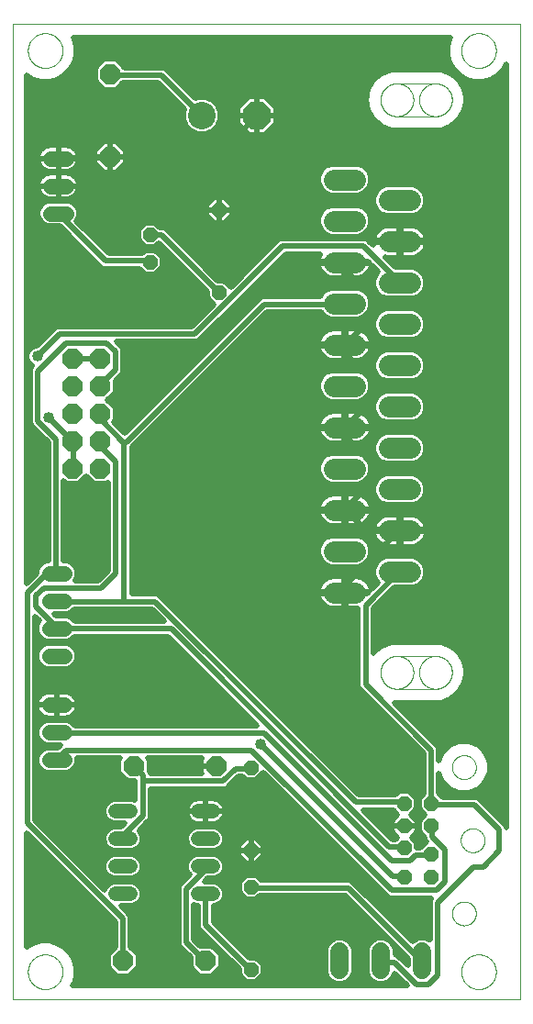
<source format=gtl>
G75*
%MOIN*%
%OFA0B0*%
%FSLAX25Y25*%
%IPPOS*%
%LPD*%
%AMOC8*
5,1,8,0,0,1.08239X$1,22.5*
%
%ADD10C,0.00000*%
%ADD11C,0.05600*%
%ADD12OC8,0.05200*%
%ADD13C,0.00009*%
%ADD14C,0.07800*%
%ADD15OC8,0.05543*%
%ADD16C,0.06600*%
%ADD17C,0.05200*%
%ADD18OC8,0.07500*%
%ADD19OC8,0.07400*%
%ADD20C,0.10000*%
%ADD21OC8,0.10000*%
%ADD22C,0.01969*%
%ADD23C,0.04000*%
%ADD24C,0.01000*%
D10*
X0001984Y0001000D02*
X0001984Y0355331D01*
X0186472Y0355331D01*
X0186472Y0001000D01*
X0001984Y0001000D01*
X0007496Y0011118D02*
X0007498Y0011276D01*
X0007504Y0011434D01*
X0007514Y0011592D01*
X0007528Y0011750D01*
X0007546Y0011907D01*
X0007567Y0012064D01*
X0007593Y0012220D01*
X0007623Y0012376D01*
X0007656Y0012531D01*
X0007694Y0012684D01*
X0007735Y0012837D01*
X0007780Y0012989D01*
X0007829Y0013140D01*
X0007882Y0013289D01*
X0007938Y0013437D01*
X0007998Y0013583D01*
X0008062Y0013728D01*
X0008130Y0013871D01*
X0008201Y0014013D01*
X0008275Y0014153D01*
X0008353Y0014290D01*
X0008435Y0014426D01*
X0008519Y0014560D01*
X0008608Y0014691D01*
X0008699Y0014820D01*
X0008794Y0014947D01*
X0008891Y0015072D01*
X0008992Y0015194D01*
X0009096Y0015313D01*
X0009203Y0015430D01*
X0009313Y0015544D01*
X0009426Y0015655D01*
X0009541Y0015764D01*
X0009659Y0015869D01*
X0009780Y0015971D01*
X0009903Y0016071D01*
X0010029Y0016167D01*
X0010157Y0016260D01*
X0010287Y0016350D01*
X0010420Y0016436D01*
X0010555Y0016520D01*
X0010691Y0016599D01*
X0010830Y0016676D01*
X0010971Y0016748D01*
X0011113Y0016818D01*
X0011257Y0016883D01*
X0011403Y0016945D01*
X0011550Y0017003D01*
X0011699Y0017058D01*
X0011849Y0017109D01*
X0012000Y0017156D01*
X0012152Y0017199D01*
X0012305Y0017238D01*
X0012460Y0017274D01*
X0012615Y0017305D01*
X0012771Y0017333D01*
X0012927Y0017357D01*
X0013084Y0017377D01*
X0013242Y0017393D01*
X0013399Y0017405D01*
X0013558Y0017413D01*
X0013716Y0017417D01*
X0013874Y0017417D01*
X0014032Y0017413D01*
X0014191Y0017405D01*
X0014348Y0017393D01*
X0014506Y0017377D01*
X0014663Y0017357D01*
X0014819Y0017333D01*
X0014975Y0017305D01*
X0015130Y0017274D01*
X0015285Y0017238D01*
X0015438Y0017199D01*
X0015590Y0017156D01*
X0015741Y0017109D01*
X0015891Y0017058D01*
X0016040Y0017003D01*
X0016187Y0016945D01*
X0016333Y0016883D01*
X0016477Y0016818D01*
X0016619Y0016748D01*
X0016760Y0016676D01*
X0016899Y0016599D01*
X0017035Y0016520D01*
X0017170Y0016436D01*
X0017303Y0016350D01*
X0017433Y0016260D01*
X0017561Y0016167D01*
X0017687Y0016071D01*
X0017810Y0015971D01*
X0017931Y0015869D01*
X0018049Y0015764D01*
X0018164Y0015655D01*
X0018277Y0015544D01*
X0018387Y0015430D01*
X0018494Y0015313D01*
X0018598Y0015194D01*
X0018699Y0015072D01*
X0018796Y0014947D01*
X0018891Y0014820D01*
X0018982Y0014691D01*
X0019071Y0014560D01*
X0019155Y0014426D01*
X0019237Y0014290D01*
X0019315Y0014153D01*
X0019389Y0014013D01*
X0019460Y0013871D01*
X0019528Y0013728D01*
X0019592Y0013583D01*
X0019652Y0013437D01*
X0019708Y0013289D01*
X0019761Y0013140D01*
X0019810Y0012989D01*
X0019855Y0012837D01*
X0019896Y0012684D01*
X0019934Y0012531D01*
X0019967Y0012376D01*
X0019997Y0012220D01*
X0020023Y0012064D01*
X0020044Y0011907D01*
X0020062Y0011750D01*
X0020076Y0011592D01*
X0020086Y0011434D01*
X0020092Y0011276D01*
X0020094Y0011118D01*
X0020092Y0010960D01*
X0020086Y0010802D01*
X0020076Y0010644D01*
X0020062Y0010486D01*
X0020044Y0010329D01*
X0020023Y0010172D01*
X0019997Y0010016D01*
X0019967Y0009860D01*
X0019934Y0009705D01*
X0019896Y0009552D01*
X0019855Y0009399D01*
X0019810Y0009247D01*
X0019761Y0009096D01*
X0019708Y0008947D01*
X0019652Y0008799D01*
X0019592Y0008653D01*
X0019528Y0008508D01*
X0019460Y0008365D01*
X0019389Y0008223D01*
X0019315Y0008083D01*
X0019237Y0007946D01*
X0019155Y0007810D01*
X0019071Y0007676D01*
X0018982Y0007545D01*
X0018891Y0007416D01*
X0018796Y0007289D01*
X0018699Y0007164D01*
X0018598Y0007042D01*
X0018494Y0006923D01*
X0018387Y0006806D01*
X0018277Y0006692D01*
X0018164Y0006581D01*
X0018049Y0006472D01*
X0017931Y0006367D01*
X0017810Y0006265D01*
X0017687Y0006165D01*
X0017561Y0006069D01*
X0017433Y0005976D01*
X0017303Y0005886D01*
X0017170Y0005800D01*
X0017035Y0005716D01*
X0016899Y0005637D01*
X0016760Y0005560D01*
X0016619Y0005488D01*
X0016477Y0005418D01*
X0016333Y0005353D01*
X0016187Y0005291D01*
X0016040Y0005233D01*
X0015891Y0005178D01*
X0015741Y0005127D01*
X0015590Y0005080D01*
X0015438Y0005037D01*
X0015285Y0004998D01*
X0015130Y0004962D01*
X0014975Y0004931D01*
X0014819Y0004903D01*
X0014663Y0004879D01*
X0014506Y0004859D01*
X0014348Y0004843D01*
X0014191Y0004831D01*
X0014032Y0004823D01*
X0013874Y0004819D01*
X0013716Y0004819D01*
X0013558Y0004823D01*
X0013399Y0004831D01*
X0013242Y0004843D01*
X0013084Y0004859D01*
X0012927Y0004879D01*
X0012771Y0004903D01*
X0012615Y0004931D01*
X0012460Y0004962D01*
X0012305Y0004998D01*
X0012152Y0005037D01*
X0012000Y0005080D01*
X0011849Y0005127D01*
X0011699Y0005178D01*
X0011550Y0005233D01*
X0011403Y0005291D01*
X0011257Y0005353D01*
X0011113Y0005418D01*
X0010971Y0005488D01*
X0010830Y0005560D01*
X0010691Y0005637D01*
X0010555Y0005716D01*
X0010420Y0005800D01*
X0010287Y0005886D01*
X0010157Y0005976D01*
X0010029Y0006069D01*
X0009903Y0006165D01*
X0009780Y0006265D01*
X0009659Y0006367D01*
X0009541Y0006472D01*
X0009426Y0006581D01*
X0009313Y0006692D01*
X0009203Y0006806D01*
X0009096Y0006923D01*
X0008992Y0007042D01*
X0008891Y0007164D01*
X0008794Y0007289D01*
X0008699Y0007416D01*
X0008608Y0007545D01*
X0008519Y0007676D01*
X0008435Y0007810D01*
X0008353Y0007946D01*
X0008275Y0008083D01*
X0008201Y0008223D01*
X0008130Y0008365D01*
X0008062Y0008508D01*
X0007998Y0008653D01*
X0007938Y0008799D01*
X0007882Y0008947D01*
X0007829Y0009096D01*
X0007780Y0009247D01*
X0007735Y0009399D01*
X0007694Y0009552D01*
X0007656Y0009705D01*
X0007623Y0009860D01*
X0007593Y0010016D01*
X0007567Y0010172D01*
X0007546Y0010329D01*
X0007528Y0010486D01*
X0007514Y0010644D01*
X0007504Y0010802D01*
X0007498Y0010960D01*
X0007496Y0011118D01*
X0135664Y0119874D02*
X0135666Y0120028D01*
X0135672Y0120182D01*
X0135682Y0120335D01*
X0135696Y0120488D01*
X0135714Y0120641D01*
X0135735Y0120793D01*
X0135761Y0120945D01*
X0135791Y0121096D01*
X0135824Y0121246D01*
X0135862Y0121395D01*
X0135903Y0121544D01*
X0135948Y0121691D01*
X0135997Y0121837D01*
X0136050Y0121981D01*
X0136106Y0122124D01*
X0136166Y0122266D01*
X0136230Y0122406D01*
X0136297Y0122544D01*
X0136368Y0122681D01*
X0136442Y0122816D01*
X0136520Y0122948D01*
X0136601Y0123079D01*
X0136686Y0123208D01*
X0136773Y0123334D01*
X0136864Y0123458D01*
X0136959Y0123579D01*
X0137056Y0123699D01*
X0137156Y0123815D01*
X0137260Y0123929D01*
X0137366Y0124040D01*
X0137475Y0124149D01*
X0137587Y0124254D01*
X0137702Y0124357D01*
X0137819Y0124457D01*
X0137939Y0124553D01*
X0138061Y0124647D01*
X0138185Y0124737D01*
X0138312Y0124824D01*
X0138441Y0124908D01*
X0138573Y0124988D01*
X0138706Y0125065D01*
X0138841Y0125138D01*
X0138978Y0125208D01*
X0139117Y0125275D01*
X0139257Y0125337D01*
X0139399Y0125396D01*
X0139543Y0125452D01*
X0139688Y0125504D01*
X0139834Y0125551D01*
X0139981Y0125596D01*
X0140130Y0125636D01*
X0140279Y0125672D01*
X0140430Y0125705D01*
X0140581Y0125734D01*
X0140733Y0125758D01*
X0140885Y0125779D01*
X0141038Y0125796D01*
X0141191Y0125809D01*
X0141345Y0125818D01*
X0141499Y0125823D01*
X0141652Y0125824D01*
X0141806Y0125821D01*
X0141960Y0125814D01*
X0142113Y0125803D01*
X0142267Y0125788D01*
X0142419Y0125769D01*
X0142571Y0125746D01*
X0142723Y0125720D01*
X0142874Y0125689D01*
X0143024Y0125655D01*
X0143173Y0125616D01*
X0143320Y0125574D01*
X0143467Y0125528D01*
X0143613Y0125478D01*
X0143757Y0125425D01*
X0143900Y0125367D01*
X0144041Y0125306D01*
X0144181Y0125242D01*
X0144319Y0125174D01*
X0144455Y0125102D01*
X0144589Y0125027D01*
X0144721Y0124948D01*
X0144851Y0124866D01*
X0144979Y0124781D01*
X0145105Y0124692D01*
X0145228Y0124600D01*
X0145349Y0124505D01*
X0145468Y0124407D01*
X0145584Y0124306D01*
X0145697Y0124202D01*
X0145808Y0124095D01*
X0145915Y0123985D01*
X0146020Y0123872D01*
X0146122Y0123757D01*
X0146221Y0123639D01*
X0146317Y0123519D01*
X0146410Y0123396D01*
X0146499Y0123271D01*
X0146585Y0123144D01*
X0146668Y0123014D01*
X0146748Y0122882D01*
X0146824Y0122749D01*
X0146896Y0122613D01*
X0146965Y0122475D01*
X0147031Y0122336D01*
X0147093Y0122195D01*
X0147151Y0122053D01*
X0147205Y0121909D01*
X0147256Y0121764D01*
X0147303Y0121617D01*
X0147346Y0121470D01*
X0147385Y0121321D01*
X0147421Y0121171D01*
X0147452Y0121021D01*
X0147480Y0120869D01*
X0147504Y0120717D01*
X0147524Y0120565D01*
X0147540Y0120412D01*
X0147552Y0120258D01*
X0147560Y0120105D01*
X0147564Y0119951D01*
X0147564Y0119797D01*
X0147560Y0119643D01*
X0147552Y0119490D01*
X0147540Y0119336D01*
X0147524Y0119183D01*
X0147504Y0119031D01*
X0147480Y0118879D01*
X0147452Y0118727D01*
X0147421Y0118577D01*
X0147385Y0118427D01*
X0147346Y0118278D01*
X0147303Y0118131D01*
X0147256Y0117984D01*
X0147205Y0117839D01*
X0147151Y0117695D01*
X0147093Y0117553D01*
X0147031Y0117412D01*
X0146965Y0117273D01*
X0146896Y0117135D01*
X0146824Y0116999D01*
X0146748Y0116866D01*
X0146668Y0116734D01*
X0146585Y0116604D01*
X0146499Y0116477D01*
X0146410Y0116352D01*
X0146317Y0116229D01*
X0146221Y0116109D01*
X0146122Y0115991D01*
X0146020Y0115876D01*
X0145915Y0115763D01*
X0145808Y0115653D01*
X0145697Y0115546D01*
X0145584Y0115442D01*
X0145468Y0115341D01*
X0145349Y0115243D01*
X0145228Y0115148D01*
X0145105Y0115056D01*
X0144979Y0114967D01*
X0144851Y0114882D01*
X0144721Y0114800D01*
X0144589Y0114721D01*
X0144455Y0114646D01*
X0144319Y0114574D01*
X0144181Y0114506D01*
X0144041Y0114442D01*
X0143900Y0114381D01*
X0143757Y0114323D01*
X0143613Y0114270D01*
X0143467Y0114220D01*
X0143320Y0114174D01*
X0143173Y0114132D01*
X0143024Y0114093D01*
X0142874Y0114059D01*
X0142723Y0114028D01*
X0142571Y0114002D01*
X0142419Y0113979D01*
X0142267Y0113960D01*
X0142113Y0113945D01*
X0141960Y0113934D01*
X0141806Y0113927D01*
X0141652Y0113924D01*
X0141499Y0113925D01*
X0141345Y0113930D01*
X0141191Y0113939D01*
X0141038Y0113952D01*
X0140885Y0113969D01*
X0140733Y0113990D01*
X0140581Y0114014D01*
X0140430Y0114043D01*
X0140279Y0114076D01*
X0140130Y0114112D01*
X0139981Y0114152D01*
X0139834Y0114197D01*
X0139688Y0114244D01*
X0139543Y0114296D01*
X0139399Y0114352D01*
X0139257Y0114411D01*
X0139117Y0114473D01*
X0138978Y0114540D01*
X0138841Y0114610D01*
X0138706Y0114683D01*
X0138573Y0114760D01*
X0138441Y0114840D01*
X0138312Y0114924D01*
X0138185Y0115011D01*
X0138061Y0115101D01*
X0137939Y0115195D01*
X0137819Y0115291D01*
X0137702Y0115391D01*
X0137587Y0115494D01*
X0137475Y0115599D01*
X0137366Y0115708D01*
X0137260Y0115819D01*
X0137156Y0115933D01*
X0137056Y0116049D01*
X0136959Y0116169D01*
X0136864Y0116290D01*
X0136773Y0116414D01*
X0136686Y0116540D01*
X0136601Y0116669D01*
X0136520Y0116800D01*
X0136442Y0116932D01*
X0136368Y0117067D01*
X0136297Y0117204D01*
X0136230Y0117342D01*
X0136166Y0117482D01*
X0136106Y0117624D01*
X0136050Y0117767D01*
X0135997Y0117911D01*
X0135948Y0118057D01*
X0135903Y0118204D01*
X0135862Y0118353D01*
X0135824Y0118502D01*
X0135791Y0118652D01*
X0135761Y0118803D01*
X0135735Y0118955D01*
X0135714Y0119107D01*
X0135696Y0119260D01*
X0135682Y0119413D01*
X0135672Y0119566D01*
X0135666Y0119720D01*
X0135664Y0119874D01*
X0141614Y0125874D02*
X0141461Y0125872D01*
X0141308Y0125866D01*
X0141155Y0125856D01*
X0141002Y0125843D01*
X0140850Y0125825D01*
X0140698Y0125804D01*
X0140547Y0125778D01*
X0140397Y0125749D01*
X0140247Y0125716D01*
X0140098Y0125679D01*
X0139950Y0125639D01*
X0139804Y0125594D01*
X0139658Y0125546D01*
X0139514Y0125494D01*
X0139371Y0125439D01*
X0139230Y0125380D01*
X0139090Y0125317D01*
X0138952Y0125251D01*
X0138815Y0125181D01*
X0138681Y0125108D01*
X0138548Y0125031D01*
X0138417Y0124951D01*
X0138289Y0124868D01*
X0138162Y0124782D01*
X0138038Y0124692D01*
X0137916Y0124599D01*
X0137797Y0124503D01*
X0137680Y0124404D01*
X0137565Y0124302D01*
X0137453Y0124197D01*
X0137344Y0124089D01*
X0137238Y0123979D01*
X0137135Y0123866D01*
X0137034Y0123750D01*
X0136937Y0123632D01*
X0136842Y0123511D01*
X0136751Y0123388D01*
X0136663Y0123263D01*
X0136578Y0123135D01*
X0136496Y0123006D01*
X0136418Y0122874D01*
X0136343Y0122740D01*
X0136271Y0122605D01*
X0136203Y0122467D01*
X0136139Y0122328D01*
X0136078Y0122188D01*
X0136021Y0122046D01*
X0135967Y0121902D01*
X0135917Y0121757D01*
X0135871Y0121611D01*
X0135828Y0121464D01*
X0135790Y0121316D01*
X0135755Y0121166D01*
X0135724Y0121016D01*
X0135696Y0120866D01*
X0135673Y0120714D01*
X0135654Y0120562D01*
X0135638Y0120410D01*
X0135626Y0120257D01*
X0135618Y0120104D01*
X0135614Y0119951D01*
X0135614Y0119797D01*
X0135618Y0119644D01*
X0135626Y0119491D01*
X0135638Y0119338D01*
X0135654Y0119186D01*
X0135673Y0119034D01*
X0135696Y0118882D01*
X0135724Y0118732D01*
X0135755Y0118582D01*
X0135790Y0118432D01*
X0135828Y0118284D01*
X0135871Y0118137D01*
X0135917Y0117991D01*
X0135967Y0117846D01*
X0136021Y0117702D01*
X0136078Y0117560D01*
X0136139Y0117420D01*
X0136203Y0117281D01*
X0136271Y0117143D01*
X0136343Y0117008D01*
X0136418Y0116874D01*
X0136496Y0116742D01*
X0136578Y0116613D01*
X0136663Y0116485D01*
X0136751Y0116360D01*
X0136842Y0116237D01*
X0136937Y0116116D01*
X0137034Y0115998D01*
X0137135Y0115882D01*
X0137238Y0115769D01*
X0137344Y0115659D01*
X0137453Y0115551D01*
X0137565Y0115446D01*
X0137680Y0115344D01*
X0137797Y0115245D01*
X0137916Y0115149D01*
X0138038Y0115056D01*
X0138162Y0114966D01*
X0138289Y0114880D01*
X0138417Y0114797D01*
X0138548Y0114717D01*
X0138681Y0114640D01*
X0138815Y0114567D01*
X0138952Y0114497D01*
X0139090Y0114431D01*
X0139230Y0114368D01*
X0139371Y0114309D01*
X0139514Y0114254D01*
X0139658Y0114202D01*
X0139804Y0114154D01*
X0139950Y0114109D01*
X0140098Y0114069D01*
X0140247Y0114032D01*
X0140397Y0113999D01*
X0140547Y0113970D01*
X0140698Y0113944D01*
X0140850Y0113923D01*
X0141002Y0113905D01*
X0141155Y0113892D01*
X0141308Y0113882D01*
X0141461Y0113876D01*
X0141614Y0113874D01*
X0149664Y0119874D02*
X0149666Y0120028D01*
X0149672Y0120182D01*
X0149682Y0120335D01*
X0149696Y0120488D01*
X0149714Y0120641D01*
X0149735Y0120793D01*
X0149761Y0120945D01*
X0149791Y0121096D01*
X0149824Y0121246D01*
X0149862Y0121395D01*
X0149903Y0121544D01*
X0149948Y0121691D01*
X0149997Y0121837D01*
X0150050Y0121981D01*
X0150106Y0122124D01*
X0150166Y0122266D01*
X0150230Y0122406D01*
X0150297Y0122544D01*
X0150368Y0122681D01*
X0150442Y0122816D01*
X0150520Y0122948D01*
X0150601Y0123079D01*
X0150686Y0123208D01*
X0150773Y0123334D01*
X0150864Y0123458D01*
X0150959Y0123579D01*
X0151056Y0123699D01*
X0151156Y0123815D01*
X0151260Y0123929D01*
X0151366Y0124040D01*
X0151475Y0124149D01*
X0151587Y0124254D01*
X0151702Y0124357D01*
X0151819Y0124457D01*
X0151939Y0124553D01*
X0152061Y0124647D01*
X0152185Y0124737D01*
X0152312Y0124824D01*
X0152441Y0124908D01*
X0152573Y0124988D01*
X0152706Y0125065D01*
X0152841Y0125138D01*
X0152978Y0125208D01*
X0153117Y0125275D01*
X0153257Y0125337D01*
X0153399Y0125396D01*
X0153543Y0125452D01*
X0153688Y0125504D01*
X0153834Y0125551D01*
X0153981Y0125596D01*
X0154130Y0125636D01*
X0154279Y0125672D01*
X0154430Y0125705D01*
X0154581Y0125734D01*
X0154733Y0125758D01*
X0154885Y0125779D01*
X0155038Y0125796D01*
X0155191Y0125809D01*
X0155345Y0125818D01*
X0155499Y0125823D01*
X0155652Y0125824D01*
X0155806Y0125821D01*
X0155960Y0125814D01*
X0156113Y0125803D01*
X0156267Y0125788D01*
X0156419Y0125769D01*
X0156571Y0125746D01*
X0156723Y0125720D01*
X0156874Y0125689D01*
X0157024Y0125655D01*
X0157173Y0125616D01*
X0157320Y0125574D01*
X0157467Y0125528D01*
X0157613Y0125478D01*
X0157757Y0125425D01*
X0157900Y0125367D01*
X0158041Y0125306D01*
X0158181Y0125242D01*
X0158319Y0125174D01*
X0158455Y0125102D01*
X0158589Y0125027D01*
X0158721Y0124948D01*
X0158851Y0124866D01*
X0158979Y0124781D01*
X0159105Y0124692D01*
X0159228Y0124600D01*
X0159349Y0124505D01*
X0159468Y0124407D01*
X0159584Y0124306D01*
X0159697Y0124202D01*
X0159808Y0124095D01*
X0159915Y0123985D01*
X0160020Y0123872D01*
X0160122Y0123757D01*
X0160221Y0123639D01*
X0160317Y0123519D01*
X0160410Y0123396D01*
X0160499Y0123271D01*
X0160585Y0123144D01*
X0160668Y0123014D01*
X0160748Y0122882D01*
X0160824Y0122749D01*
X0160896Y0122613D01*
X0160965Y0122475D01*
X0161031Y0122336D01*
X0161093Y0122195D01*
X0161151Y0122053D01*
X0161205Y0121909D01*
X0161256Y0121764D01*
X0161303Y0121617D01*
X0161346Y0121470D01*
X0161385Y0121321D01*
X0161421Y0121171D01*
X0161452Y0121021D01*
X0161480Y0120869D01*
X0161504Y0120717D01*
X0161524Y0120565D01*
X0161540Y0120412D01*
X0161552Y0120258D01*
X0161560Y0120105D01*
X0161564Y0119951D01*
X0161564Y0119797D01*
X0161560Y0119643D01*
X0161552Y0119490D01*
X0161540Y0119336D01*
X0161524Y0119183D01*
X0161504Y0119031D01*
X0161480Y0118879D01*
X0161452Y0118727D01*
X0161421Y0118577D01*
X0161385Y0118427D01*
X0161346Y0118278D01*
X0161303Y0118131D01*
X0161256Y0117984D01*
X0161205Y0117839D01*
X0161151Y0117695D01*
X0161093Y0117553D01*
X0161031Y0117412D01*
X0160965Y0117273D01*
X0160896Y0117135D01*
X0160824Y0116999D01*
X0160748Y0116866D01*
X0160668Y0116734D01*
X0160585Y0116604D01*
X0160499Y0116477D01*
X0160410Y0116352D01*
X0160317Y0116229D01*
X0160221Y0116109D01*
X0160122Y0115991D01*
X0160020Y0115876D01*
X0159915Y0115763D01*
X0159808Y0115653D01*
X0159697Y0115546D01*
X0159584Y0115442D01*
X0159468Y0115341D01*
X0159349Y0115243D01*
X0159228Y0115148D01*
X0159105Y0115056D01*
X0158979Y0114967D01*
X0158851Y0114882D01*
X0158721Y0114800D01*
X0158589Y0114721D01*
X0158455Y0114646D01*
X0158319Y0114574D01*
X0158181Y0114506D01*
X0158041Y0114442D01*
X0157900Y0114381D01*
X0157757Y0114323D01*
X0157613Y0114270D01*
X0157467Y0114220D01*
X0157320Y0114174D01*
X0157173Y0114132D01*
X0157024Y0114093D01*
X0156874Y0114059D01*
X0156723Y0114028D01*
X0156571Y0114002D01*
X0156419Y0113979D01*
X0156267Y0113960D01*
X0156113Y0113945D01*
X0155960Y0113934D01*
X0155806Y0113927D01*
X0155652Y0113924D01*
X0155499Y0113925D01*
X0155345Y0113930D01*
X0155191Y0113939D01*
X0155038Y0113952D01*
X0154885Y0113969D01*
X0154733Y0113990D01*
X0154581Y0114014D01*
X0154430Y0114043D01*
X0154279Y0114076D01*
X0154130Y0114112D01*
X0153981Y0114152D01*
X0153834Y0114197D01*
X0153688Y0114244D01*
X0153543Y0114296D01*
X0153399Y0114352D01*
X0153257Y0114411D01*
X0153117Y0114473D01*
X0152978Y0114540D01*
X0152841Y0114610D01*
X0152706Y0114683D01*
X0152573Y0114760D01*
X0152441Y0114840D01*
X0152312Y0114924D01*
X0152185Y0115011D01*
X0152061Y0115101D01*
X0151939Y0115195D01*
X0151819Y0115291D01*
X0151702Y0115391D01*
X0151587Y0115494D01*
X0151475Y0115599D01*
X0151366Y0115708D01*
X0151260Y0115819D01*
X0151156Y0115933D01*
X0151056Y0116049D01*
X0150959Y0116169D01*
X0150864Y0116290D01*
X0150773Y0116414D01*
X0150686Y0116540D01*
X0150601Y0116669D01*
X0150520Y0116800D01*
X0150442Y0116932D01*
X0150368Y0117067D01*
X0150297Y0117204D01*
X0150230Y0117342D01*
X0150166Y0117482D01*
X0150106Y0117624D01*
X0150050Y0117767D01*
X0149997Y0117911D01*
X0149948Y0118057D01*
X0149903Y0118204D01*
X0149862Y0118353D01*
X0149824Y0118502D01*
X0149791Y0118652D01*
X0149761Y0118803D01*
X0149735Y0118955D01*
X0149714Y0119107D01*
X0149696Y0119260D01*
X0149682Y0119413D01*
X0149672Y0119566D01*
X0149666Y0119720D01*
X0149664Y0119874D01*
X0155614Y0113874D02*
X0155767Y0113876D01*
X0155920Y0113882D01*
X0156073Y0113892D01*
X0156226Y0113905D01*
X0156378Y0113923D01*
X0156530Y0113944D01*
X0156681Y0113970D01*
X0156831Y0113999D01*
X0156981Y0114032D01*
X0157130Y0114069D01*
X0157278Y0114109D01*
X0157424Y0114154D01*
X0157570Y0114202D01*
X0157714Y0114254D01*
X0157857Y0114309D01*
X0157998Y0114368D01*
X0158138Y0114431D01*
X0158276Y0114497D01*
X0158413Y0114567D01*
X0158547Y0114640D01*
X0158680Y0114717D01*
X0158811Y0114797D01*
X0158939Y0114880D01*
X0159066Y0114966D01*
X0159190Y0115056D01*
X0159312Y0115149D01*
X0159431Y0115245D01*
X0159548Y0115344D01*
X0159663Y0115446D01*
X0159775Y0115551D01*
X0159884Y0115659D01*
X0159990Y0115769D01*
X0160093Y0115882D01*
X0160194Y0115998D01*
X0160291Y0116116D01*
X0160386Y0116237D01*
X0160477Y0116360D01*
X0160565Y0116485D01*
X0160650Y0116613D01*
X0160732Y0116742D01*
X0160810Y0116874D01*
X0160885Y0117008D01*
X0160957Y0117143D01*
X0161025Y0117281D01*
X0161089Y0117420D01*
X0161150Y0117560D01*
X0161207Y0117702D01*
X0161261Y0117846D01*
X0161311Y0117991D01*
X0161357Y0118137D01*
X0161400Y0118284D01*
X0161438Y0118432D01*
X0161473Y0118582D01*
X0161504Y0118732D01*
X0161532Y0118882D01*
X0161555Y0119034D01*
X0161574Y0119186D01*
X0161590Y0119338D01*
X0161602Y0119491D01*
X0161610Y0119644D01*
X0161614Y0119797D01*
X0161614Y0119951D01*
X0161610Y0120104D01*
X0161602Y0120257D01*
X0161590Y0120410D01*
X0161574Y0120562D01*
X0161555Y0120714D01*
X0161532Y0120866D01*
X0161504Y0121016D01*
X0161473Y0121166D01*
X0161438Y0121316D01*
X0161400Y0121464D01*
X0161357Y0121611D01*
X0161311Y0121757D01*
X0161261Y0121902D01*
X0161207Y0122046D01*
X0161150Y0122188D01*
X0161089Y0122328D01*
X0161025Y0122467D01*
X0160957Y0122605D01*
X0160885Y0122740D01*
X0160810Y0122874D01*
X0160732Y0123006D01*
X0160650Y0123135D01*
X0160565Y0123263D01*
X0160477Y0123388D01*
X0160386Y0123511D01*
X0160291Y0123632D01*
X0160194Y0123750D01*
X0160093Y0123866D01*
X0159990Y0123979D01*
X0159884Y0124089D01*
X0159775Y0124197D01*
X0159663Y0124302D01*
X0159548Y0124404D01*
X0159431Y0124503D01*
X0159312Y0124599D01*
X0159190Y0124692D01*
X0159066Y0124782D01*
X0158939Y0124868D01*
X0158811Y0124951D01*
X0158680Y0125031D01*
X0158547Y0125108D01*
X0158413Y0125181D01*
X0158276Y0125251D01*
X0158138Y0125317D01*
X0157998Y0125380D01*
X0157857Y0125439D01*
X0157714Y0125494D01*
X0157570Y0125546D01*
X0157424Y0125594D01*
X0157278Y0125639D01*
X0157130Y0125679D01*
X0156981Y0125716D01*
X0156831Y0125749D01*
X0156681Y0125778D01*
X0156530Y0125804D01*
X0156378Y0125825D01*
X0156226Y0125843D01*
X0156073Y0125856D01*
X0155920Y0125866D01*
X0155767Y0125872D01*
X0155614Y0125874D01*
X0161630Y0085449D02*
X0161632Y0085580D01*
X0161638Y0085712D01*
X0161648Y0085843D01*
X0161662Y0085974D01*
X0161680Y0086104D01*
X0161702Y0086233D01*
X0161727Y0086362D01*
X0161757Y0086490D01*
X0161791Y0086617D01*
X0161828Y0086744D01*
X0161869Y0086868D01*
X0161914Y0086992D01*
X0161963Y0087114D01*
X0162015Y0087235D01*
X0162071Y0087353D01*
X0162131Y0087471D01*
X0162194Y0087586D01*
X0162261Y0087699D01*
X0162331Y0087811D01*
X0162404Y0087920D01*
X0162480Y0088026D01*
X0162560Y0088131D01*
X0162643Y0088233D01*
X0162729Y0088332D01*
X0162818Y0088429D01*
X0162910Y0088523D01*
X0163005Y0088614D01*
X0163102Y0088703D01*
X0163202Y0088788D01*
X0163305Y0088870D01*
X0163410Y0088949D01*
X0163517Y0089025D01*
X0163627Y0089097D01*
X0163739Y0089166D01*
X0163853Y0089232D01*
X0163968Y0089294D01*
X0164086Y0089353D01*
X0164205Y0089408D01*
X0164326Y0089460D01*
X0164449Y0089507D01*
X0164573Y0089551D01*
X0164698Y0089592D01*
X0164824Y0089628D01*
X0164952Y0089661D01*
X0165080Y0089689D01*
X0165209Y0089714D01*
X0165339Y0089735D01*
X0165469Y0089752D01*
X0165600Y0089765D01*
X0165731Y0089774D01*
X0165862Y0089779D01*
X0165994Y0089780D01*
X0166125Y0089777D01*
X0166257Y0089770D01*
X0166388Y0089759D01*
X0166518Y0089744D01*
X0166648Y0089725D01*
X0166778Y0089702D01*
X0166906Y0089676D01*
X0167034Y0089645D01*
X0167161Y0089610D01*
X0167287Y0089572D01*
X0167411Y0089530D01*
X0167535Y0089484D01*
X0167656Y0089434D01*
X0167776Y0089381D01*
X0167895Y0089324D01*
X0168012Y0089264D01*
X0168126Y0089200D01*
X0168239Y0089132D01*
X0168350Y0089061D01*
X0168459Y0088987D01*
X0168565Y0088910D01*
X0168669Y0088829D01*
X0168770Y0088746D01*
X0168869Y0088659D01*
X0168965Y0088569D01*
X0169058Y0088476D01*
X0169149Y0088381D01*
X0169236Y0088283D01*
X0169321Y0088182D01*
X0169402Y0088079D01*
X0169480Y0087973D01*
X0169555Y0087865D01*
X0169627Y0087755D01*
X0169695Y0087643D01*
X0169760Y0087529D01*
X0169821Y0087412D01*
X0169879Y0087294D01*
X0169933Y0087174D01*
X0169984Y0087053D01*
X0170031Y0086930D01*
X0170074Y0086806D01*
X0170113Y0086681D01*
X0170149Y0086554D01*
X0170180Y0086426D01*
X0170208Y0086298D01*
X0170232Y0086169D01*
X0170252Y0086039D01*
X0170268Y0085908D01*
X0170280Y0085777D01*
X0170288Y0085646D01*
X0170292Y0085515D01*
X0170292Y0085383D01*
X0170288Y0085252D01*
X0170280Y0085121D01*
X0170268Y0084990D01*
X0170252Y0084859D01*
X0170232Y0084729D01*
X0170208Y0084600D01*
X0170180Y0084472D01*
X0170149Y0084344D01*
X0170113Y0084217D01*
X0170074Y0084092D01*
X0170031Y0083968D01*
X0169984Y0083845D01*
X0169933Y0083724D01*
X0169879Y0083604D01*
X0169821Y0083486D01*
X0169760Y0083369D01*
X0169695Y0083255D01*
X0169627Y0083143D01*
X0169555Y0083033D01*
X0169480Y0082925D01*
X0169402Y0082819D01*
X0169321Y0082716D01*
X0169236Y0082615D01*
X0169149Y0082517D01*
X0169058Y0082422D01*
X0168965Y0082329D01*
X0168869Y0082239D01*
X0168770Y0082152D01*
X0168669Y0082069D01*
X0168565Y0081988D01*
X0168459Y0081911D01*
X0168350Y0081837D01*
X0168239Y0081766D01*
X0168127Y0081698D01*
X0168012Y0081634D01*
X0167895Y0081574D01*
X0167776Y0081517D01*
X0167656Y0081464D01*
X0167535Y0081414D01*
X0167411Y0081368D01*
X0167287Y0081326D01*
X0167161Y0081288D01*
X0167034Y0081253D01*
X0166906Y0081222D01*
X0166778Y0081196D01*
X0166648Y0081173D01*
X0166518Y0081154D01*
X0166388Y0081139D01*
X0166257Y0081128D01*
X0166125Y0081121D01*
X0165994Y0081118D01*
X0165862Y0081119D01*
X0165731Y0081124D01*
X0165600Y0081133D01*
X0165469Y0081146D01*
X0165339Y0081163D01*
X0165209Y0081184D01*
X0165080Y0081209D01*
X0164952Y0081237D01*
X0164824Y0081270D01*
X0164698Y0081306D01*
X0164573Y0081347D01*
X0164449Y0081391D01*
X0164326Y0081438D01*
X0164205Y0081490D01*
X0164086Y0081545D01*
X0163968Y0081604D01*
X0163853Y0081666D01*
X0163739Y0081732D01*
X0163627Y0081801D01*
X0163517Y0081873D01*
X0163410Y0081949D01*
X0163305Y0082028D01*
X0163202Y0082110D01*
X0163102Y0082195D01*
X0163005Y0082284D01*
X0162910Y0082375D01*
X0162818Y0082469D01*
X0162729Y0082566D01*
X0162643Y0082665D01*
X0162560Y0082767D01*
X0162480Y0082872D01*
X0162404Y0082978D01*
X0162331Y0083087D01*
X0162261Y0083199D01*
X0162194Y0083312D01*
X0162131Y0083427D01*
X0162071Y0083545D01*
X0162015Y0083663D01*
X0161963Y0083784D01*
X0161914Y0083906D01*
X0161869Y0084030D01*
X0161828Y0084154D01*
X0161791Y0084281D01*
X0161757Y0084408D01*
X0161727Y0084536D01*
X0161702Y0084665D01*
X0161680Y0084794D01*
X0161662Y0084924D01*
X0161648Y0085055D01*
X0161638Y0085186D01*
X0161632Y0085318D01*
X0161630Y0085449D01*
X0164779Y0058874D02*
X0164781Y0059005D01*
X0164787Y0059137D01*
X0164797Y0059268D01*
X0164811Y0059399D01*
X0164829Y0059529D01*
X0164851Y0059658D01*
X0164876Y0059787D01*
X0164906Y0059915D01*
X0164940Y0060042D01*
X0164977Y0060169D01*
X0165018Y0060293D01*
X0165063Y0060417D01*
X0165112Y0060539D01*
X0165164Y0060660D01*
X0165220Y0060778D01*
X0165280Y0060896D01*
X0165343Y0061011D01*
X0165410Y0061124D01*
X0165480Y0061236D01*
X0165553Y0061345D01*
X0165629Y0061451D01*
X0165709Y0061556D01*
X0165792Y0061658D01*
X0165878Y0061757D01*
X0165967Y0061854D01*
X0166059Y0061948D01*
X0166154Y0062039D01*
X0166251Y0062128D01*
X0166351Y0062213D01*
X0166454Y0062295D01*
X0166559Y0062374D01*
X0166666Y0062450D01*
X0166776Y0062522D01*
X0166888Y0062591D01*
X0167002Y0062657D01*
X0167117Y0062719D01*
X0167235Y0062778D01*
X0167354Y0062833D01*
X0167475Y0062885D01*
X0167598Y0062932D01*
X0167722Y0062976D01*
X0167847Y0063017D01*
X0167973Y0063053D01*
X0168101Y0063086D01*
X0168229Y0063114D01*
X0168358Y0063139D01*
X0168488Y0063160D01*
X0168618Y0063177D01*
X0168749Y0063190D01*
X0168880Y0063199D01*
X0169011Y0063204D01*
X0169143Y0063205D01*
X0169274Y0063202D01*
X0169406Y0063195D01*
X0169537Y0063184D01*
X0169667Y0063169D01*
X0169797Y0063150D01*
X0169927Y0063127D01*
X0170055Y0063101D01*
X0170183Y0063070D01*
X0170310Y0063035D01*
X0170436Y0062997D01*
X0170560Y0062955D01*
X0170684Y0062909D01*
X0170805Y0062859D01*
X0170925Y0062806D01*
X0171044Y0062749D01*
X0171161Y0062689D01*
X0171275Y0062625D01*
X0171388Y0062557D01*
X0171499Y0062486D01*
X0171608Y0062412D01*
X0171714Y0062335D01*
X0171818Y0062254D01*
X0171919Y0062171D01*
X0172018Y0062084D01*
X0172114Y0061994D01*
X0172207Y0061901D01*
X0172298Y0061806D01*
X0172385Y0061708D01*
X0172470Y0061607D01*
X0172551Y0061504D01*
X0172629Y0061398D01*
X0172704Y0061290D01*
X0172776Y0061180D01*
X0172844Y0061068D01*
X0172909Y0060954D01*
X0172970Y0060837D01*
X0173028Y0060719D01*
X0173082Y0060599D01*
X0173133Y0060478D01*
X0173180Y0060355D01*
X0173223Y0060231D01*
X0173262Y0060106D01*
X0173298Y0059979D01*
X0173329Y0059851D01*
X0173357Y0059723D01*
X0173381Y0059594D01*
X0173401Y0059464D01*
X0173417Y0059333D01*
X0173429Y0059202D01*
X0173437Y0059071D01*
X0173441Y0058940D01*
X0173441Y0058808D01*
X0173437Y0058677D01*
X0173429Y0058546D01*
X0173417Y0058415D01*
X0173401Y0058284D01*
X0173381Y0058154D01*
X0173357Y0058025D01*
X0173329Y0057897D01*
X0173298Y0057769D01*
X0173262Y0057642D01*
X0173223Y0057517D01*
X0173180Y0057393D01*
X0173133Y0057270D01*
X0173082Y0057149D01*
X0173028Y0057029D01*
X0172970Y0056911D01*
X0172909Y0056794D01*
X0172844Y0056680D01*
X0172776Y0056568D01*
X0172704Y0056458D01*
X0172629Y0056350D01*
X0172551Y0056244D01*
X0172470Y0056141D01*
X0172385Y0056040D01*
X0172298Y0055942D01*
X0172207Y0055847D01*
X0172114Y0055754D01*
X0172018Y0055664D01*
X0171919Y0055577D01*
X0171818Y0055494D01*
X0171714Y0055413D01*
X0171608Y0055336D01*
X0171499Y0055262D01*
X0171388Y0055191D01*
X0171276Y0055123D01*
X0171161Y0055059D01*
X0171044Y0054999D01*
X0170925Y0054942D01*
X0170805Y0054889D01*
X0170684Y0054839D01*
X0170560Y0054793D01*
X0170436Y0054751D01*
X0170310Y0054713D01*
X0170183Y0054678D01*
X0170055Y0054647D01*
X0169927Y0054621D01*
X0169797Y0054598D01*
X0169667Y0054579D01*
X0169537Y0054564D01*
X0169406Y0054553D01*
X0169274Y0054546D01*
X0169143Y0054543D01*
X0169011Y0054544D01*
X0168880Y0054549D01*
X0168749Y0054558D01*
X0168618Y0054571D01*
X0168488Y0054588D01*
X0168358Y0054609D01*
X0168229Y0054634D01*
X0168101Y0054662D01*
X0167973Y0054695D01*
X0167847Y0054731D01*
X0167722Y0054772D01*
X0167598Y0054816D01*
X0167475Y0054863D01*
X0167354Y0054915D01*
X0167235Y0054970D01*
X0167117Y0055029D01*
X0167002Y0055091D01*
X0166888Y0055157D01*
X0166776Y0055226D01*
X0166666Y0055298D01*
X0166559Y0055374D01*
X0166454Y0055453D01*
X0166351Y0055535D01*
X0166251Y0055620D01*
X0166154Y0055709D01*
X0166059Y0055800D01*
X0165967Y0055894D01*
X0165878Y0055991D01*
X0165792Y0056090D01*
X0165709Y0056192D01*
X0165629Y0056297D01*
X0165553Y0056403D01*
X0165480Y0056512D01*
X0165410Y0056624D01*
X0165343Y0056737D01*
X0165280Y0056852D01*
X0165220Y0056970D01*
X0165164Y0057088D01*
X0165112Y0057209D01*
X0165063Y0057331D01*
X0165018Y0057455D01*
X0164977Y0057579D01*
X0164940Y0057706D01*
X0164906Y0057833D01*
X0164876Y0057961D01*
X0164851Y0058090D01*
X0164829Y0058219D01*
X0164811Y0058349D01*
X0164797Y0058480D01*
X0164787Y0058611D01*
X0164781Y0058743D01*
X0164779Y0058874D01*
X0161630Y0032299D02*
X0161632Y0032430D01*
X0161638Y0032562D01*
X0161648Y0032693D01*
X0161662Y0032824D01*
X0161680Y0032954D01*
X0161702Y0033083D01*
X0161727Y0033212D01*
X0161757Y0033340D01*
X0161791Y0033467D01*
X0161828Y0033594D01*
X0161869Y0033718D01*
X0161914Y0033842D01*
X0161963Y0033964D01*
X0162015Y0034085D01*
X0162071Y0034203D01*
X0162131Y0034321D01*
X0162194Y0034436D01*
X0162261Y0034549D01*
X0162331Y0034661D01*
X0162404Y0034770D01*
X0162480Y0034876D01*
X0162560Y0034981D01*
X0162643Y0035083D01*
X0162729Y0035182D01*
X0162818Y0035279D01*
X0162910Y0035373D01*
X0163005Y0035464D01*
X0163102Y0035553D01*
X0163202Y0035638D01*
X0163305Y0035720D01*
X0163410Y0035799D01*
X0163517Y0035875D01*
X0163627Y0035947D01*
X0163739Y0036016D01*
X0163853Y0036082D01*
X0163968Y0036144D01*
X0164086Y0036203D01*
X0164205Y0036258D01*
X0164326Y0036310D01*
X0164449Y0036357D01*
X0164573Y0036401D01*
X0164698Y0036442D01*
X0164824Y0036478D01*
X0164952Y0036511D01*
X0165080Y0036539D01*
X0165209Y0036564D01*
X0165339Y0036585D01*
X0165469Y0036602D01*
X0165600Y0036615D01*
X0165731Y0036624D01*
X0165862Y0036629D01*
X0165994Y0036630D01*
X0166125Y0036627D01*
X0166257Y0036620D01*
X0166388Y0036609D01*
X0166518Y0036594D01*
X0166648Y0036575D01*
X0166778Y0036552D01*
X0166906Y0036526D01*
X0167034Y0036495D01*
X0167161Y0036460D01*
X0167287Y0036422D01*
X0167411Y0036380D01*
X0167535Y0036334D01*
X0167656Y0036284D01*
X0167776Y0036231D01*
X0167895Y0036174D01*
X0168012Y0036114D01*
X0168126Y0036050D01*
X0168239Y0035982D01*
X0168350Y0035911D01*
X0168459Y0035837D01*
X0168565Y0035760D01*
X0168669Y0035679D01*
X0168770Y0035596D01*
X0168869Y0035509D01*
X0168965Y0035419D01*
X0169058Y0035326D01*
X0169149Y0035231D01*
X0169236Y0035133D01*
X0169321Y0035032D01*
X0169402Y0034929D01*
X0169480Y0034823D01*
X0169555Y0034715D01*
X0169627Y0034605D01*
X0169695Y0034493D01*
X0169760Y0034379D01*
X0169821Y0034262D01*
X0169879Y0034144D01*
X0169933Y0034024D01*
X0169984Y0033903D01*
X0170031Y0033780D01*
X0170074Y0033656D01*
X0170113Y0033531D01*
X0170149Y0033404D01*
X0170180Y0033276D01*
X0170208Y0033148D01*
X0170232Y0033019D01*
X0170252Y0032889D01*
X0170268Y0032758D01*
X0170280Y0032627D01*
X0170288Y0032496D01*
X0170292Y0032365D01*
X0170292Y0032233D01*
X0170288Y0032102D01*
X0170280Y0031971D01*
X0170268Y0031840D01*
X0170252Y0031709D01*
X0170232Y0031579D01*
X0170208Y0031450D01*
X0170180Y0031322D01*
X0170149Y0031194D01*
X0170113Y0031067D01*
X0170074Y0030942D01*
X0170031Y0030818D01*
X0169984Y0030695D01*
X0169933Y0030574D01*
X0169879Y0030454D01*
X0169821Y0030336D01*
X0169760Y0030219D01*
X0169695Y0030105D01*
X0169627Y0029993D01*
X0169555Y0029883D01*
X0169480Y0029775D01*
X0169402Y0029669D01*
X0169321Y0029566D01*
X0169236Y0029465D01*
X0169149Y0029367D01*
X0169058Y0029272D01*
X0168965Y0029179D01*
X0168869Y0029089D01*
X0168770Y0029002D01*
X0168669Y0028919D01*
X0168565Y0028838D01*
X0168459Y0028761D01*
X0168350Y0028687D01*
X0168239Y0028616D01*
X0168127Y0028548D01*
X0168012Y0028484D01*
X0167895Y0028424D01*
X0167776Y0028367D01*
X0167656Y0028314D01*
X0167535Y0028264D01*
X0167411Y0028218D01*
X0167287Y0028176D01*
X0167161Y0028138D01*
X0167034Y0028103D01*
X0166906Y0028072D01*
X0166778Y0028046D01*
X0166648Y0028023D01*
X0166518Y0028004D01*
X0166388Y0027989D01*
X0166257Y0027978D01*
X0166125Y0027971D01*
X0165994Y0027968D01*
X0165862Y0027969D01*
X0165731Y0027974D01*
X0165600Y0027983D01*
X0165469Y0027996D01*
X0165339Y0028013D01*
X0165209Y0028034D01*
X0165080Y0028059D01*
X0164952Y0028087D01*
X0164824Y0028120D01*
X0164698Y0028156D01*
X0164573Y0028197D01*
X0164449Y0028241D01*
X0164326Y0028288D01*
X0164205Y0028340D01*
X0164086Y0028395D01*
X0163968Y0028454D01*
X0163853Y0028516D01*
X0163739Y0028582D01*
X0163627Y0028651D01*
X0163517Y0028723D01*
X0163410Y0028799D01*
X0163305Y0028878D01*
X0163202Y0028960D01*
X0163102Y0029045D01*
X0163005Y0029134D01*
X0162910Y0029225D01*
X0162818Y0029319D01*
X0162729Y0029416D01*
X0162643Y0029515D01*
X0162560Y0029617D01*
X0162480Y0029722D01*
X0162404Y0029828D01*
X0162331Y0029937D01*
X0162261Y0030049D01*
X0162194Y0030162D01*
X0162131Y0030277D01*
X0162071Y0030395D01*
X0162015Y0030513D01*
X0161963Y0030634D01*
X0161914Y0030756D01*
X0161869Y0030880D01*
X0161828Y0031004D01*
X0161791Y0031131D01*
X0161757Y0031258D01*
X0161727Y0031386D01*
X0161702Y0031515D01*
X0161680Y0031644D01*
X0161662Y0031774D01*
X0161648Y0031905D01*
X0161638Y0032036D01*
X0161632Y0032168D01*
X0161630Y0032299D01*
X0164977Y0011118D02*
X0164979Y0011276D01*
X0164985Y0011434D01*
X0164995Y0011592D01*
X0165009Y0011750D01*
X0165027Y0011907D01*
X0165048Y0012064D01*
X0165074Y0012220D01*
X0165104Y0012376D01*
X0165137Y0012531D01*
X0165175Y0012684D01*
X0165216Y0012837D01*
X0165261Y0012989D01*
X0165310Y0013140D01*
X0165363Y0013289D01*
X0165419Y0013437D01*
X0165479Y0013583D01*
X0165543Y0013728D01*
X0165611Y0013871D01*
X0165682Y0014013D01*
X0165756Y0014153D01*
X0165834Y0014290D01*
X0165916Y0014426D01*
X0166000Y0014560D01*
X0166089Y0014691D01*
X0166180Y0014820D01*
X0166275Y0014947D01*
X0166372Y0015072D01*
X0166473Y0015194D01*
X0166577Y0015313D01*
X0166684Y0015430D01*
X0166794Y0015544D01*
X0166907Y0015655D01*
X0167022Y0015764D01*
X0167140Y0015869D01*
X0167261Y0015971D01*
X0167384Y0016071D01*
X0167510Y0016167D01*
X0167638Y0016260D01*
X0167768Y0016350D01*
X0167901Y0016436D01*
X0168036Y0016520D01*
X0168172Y0016599D01*
X0168311Y0016676D01*
X0168452Y0016748D01*
X0168594Y0016818D01*
X0168738Y0016883D01*
X0168884Y0016945D01*
X0169031Y0017003D01*
X0169180Y0017058D01*
X0169330Y0017109D01*
X0169481Y0017156D01*
X0169633Y0017199D01*
X0169786Y0017238D01*
X0169941Y0017274D01*
X0170096Y0017305D01*
X0170252Y0017333D01*
X0170408Y0017357D01*
X0170565Y0017377D01*
X0170723Y0017393D01*
X0170880Y0017405D01*
X0171039Y0017413D01*
X0171197Y0017417D01*
X0171355Y0017417D01*
X0171513Y0017413D01*
X0171672Y0017405D01*
X0171829Y0017393D01*
X0171987Y0017377D01*
X0172144Y0017357D01*
X0172300Y0017333D01*
X0172456Y0017305D01*
X0172611Y0017274D01*
X0172766Y0017238D01*
X0172919Y0017199D01*
X0173071Y0017156D01*
X0173222Y0017109D01*
X0173372Y0017058D01*
X0173521Y0017003D01*
X0173668Y0016945D01*
X0173814Y0016883D01*
X0173958Y0016818D01*
X0174100Y0016748D01*
X0174241Y0016676D01*
X0174380Y0016599D01*
X0174516Y0016520D01*
X0174651Y0016436D01*
X0174784Y0016350D01*
X0174914Y0016260D01*
X0175042Y0016167D01*
X0175168Y0016071D01*
X0175291Y0015971D01*
X0175412Y0015869D01*
X0175530Y0015764D01*
X0175645Y0015655D01*
X0175758Y0015544D01*
X0175868Y0015430D01*
X0175975Y0015313D01*
X0176079Y0015194D01*
X0176180Y0015072D01*
X0176277Y0014947D01*
X0176372Y0014820D01*
X0176463Y0014691D01*
X0176552Y0014560D01*
X0176636Y0014426D01*
X0176718Y0014290D01*
X0176796Y0014153D01*
X0176870Y0014013D01*
X0176941Y0013871D01*
X0177009Y0013728D01*
X0177073Y0013583D01*
X0177133Y0013437D01*
X0177189Y0013289D01*
X0177242Y0013140D01*
X0177291Y0012989D01*
X0177336Y0012837D01*
X0177377Y0012684D01*
X0177415Y0012531D01*
X0177448Y0012376D01*
X0177478Y0012220D01*
X0177504Y0012064D01*
X0177525Y0011907D01*
X0177543Y0011750D01*
X0177557Y0011592D01*
X0177567Y0011434D01*
X0177573Y0011276D01*
X0177575Y0011118D01*
X0177573Y0010960D01*
X0177567Y0010802D01*
X0177557Y0010644D01*
X0177543Y0010486D01*
X0177525Y0010329D01*
X0177504Y0010172D01*
X0177478Y0010016D01*
X0177448Y0009860D01*
X0177415Y0009705D01*
X0177377Y0009552D01*
X0177336Y0009399D01*
X0177291Y0009247D01*
X0177242Y0009096D01*
X0177189Y0008947D01*
X0177133Y0008799D01*
X0177073Y0008653D01*
X0177009Y0008508D01*
X0176941Y0008365D01*
X0176870Y0008223D01*
X0176796Y0008083D01*
X0176718Y0007946D01*
X0176636Y0007810D01*
X0176552Y0007676D01*
X0176463Y0007545D01*
X0176372Y0007416D01*
X0176277Y0007289D01*
X0176180Y0007164D01*
X0176079Y0007042D01*
X0175975Y0006923D01*
X0175868Y0006806D01*
X0175758Y0006692D01*
X0175645Y0006581D01*
X0175530Y0006472D01*
X0175412Y0006367D01*
X0175291Y0006265D01*
X0175168Y0006165D01*
X0175042Y0006069D01*
X0174914Y0005976D01*
X0174784Y0005886D01*
X0174651Y0005800D01*
X0174516Y0005716D01*
X0174380Y0005637D01*
X0174241Y0005560D01*
X0174100Y0005488D01*
X0173958Y0005418D01*
X0173814Y0005353D01*
X0173668Y0005291D01*
X0173521Y0005233D01*
X0173372Y0005178D01*
X0173222Y0005127D01*
X0173071Y0005080D01*
X0172919Y0005037D01*
X0172766Y0004998D01*
X0172611Y0004962D01*
X0172456Y0004931D01*
X0172300Y0004903D01*
X0172144Y0004879D01*
X0171987Y0004859D01*
X0171829Y0004843D01*
X0171672Y0004831D01*
X0171513Y0004823D01*
X0171355Y0004819D01*
X0171197Y0004819D01*
X0171039Y0004823D01*
X0170880Y0004831D01*
X0170723Y0004843D01*
X0170565Y0004859D01*
X0170408Y0004879D01*
X0170252Y0004903D01*
X0170096Y0004931D01*
X0169941Y0004962D01*
X0169786Y0004998D01*
X0169633Y0005037D01*
X0169481Y0005080D01*
X0169330Y0005127D01*
X0169180Y0005178D01*
X0169031Y0005233D01*
X0168884Y0005291D01*
X0168738Y0005353D01*
X0168594Y0005418D01*
X0168452Y0005488D01*
X0168311Y0005560D01*
X0168172Y0005637D01*
X0168036Y0005716D01*
X0167901Y0005800D01*
X0167768Y0005886D01*
X0167638Y0005976D01*
X0167510Y0006069D01*
X0167384Y0006165D01*
X0167261Y0006265D01*
X0167140Y0006367D01*
X0167022Y0006472D01*
X0166907Y0006581D01*
X0166794Y0006692D01*
X0166684Y0006806D01*
X0166577Y0006923D01*
X0166473Y0007042D01*
X0166372Y0007164D01*
X0166275Y0007289D01*
X0166180Y0007416D01*
X0166089Y0007545D01*
X0166000Y0007676D01*
X0165916Y0007810D01*
X0165834Y0007946D01*
X0165756Y0008083D01*
X0165682Y0008223D01*
X0165611Y0008365D01*
X0165543Y0008508D01*
X0165479Y0008653D01*
X0165419Y0008799D01*
X0165363Y0008947D01*
X0165310Y0009096D01*
X0165261Y0009247D01*
X0165216Y0009399D01*
X0165175Y0009552D01*
X0165137Y0009705D01*
X0165104Y0009860D01*
X0165074Y0010016D01*
X0165048Y0010172D01*
X0165027Y0010329D01*
X0165009Y0010486D01*
X0164995Y0010644D01*
X0164985Y0010802D01*
X0164979Y0010960D01*
X0164977Y0011118D01*
X0149664Y0327874D02*
X0149666Y0328028D01*
X0149672Y0328182D01*
X0149682Y0328335D01*
X0149696Y0328488D01*
X0149714Y0328641D01*
X0149735Y0328793D01*
X0149761Y0328945D01*
X0149791Y0329096D01*
X0149824Y0329246D01*
X0149862Y0329395D01*
X0149903Y0329544D01*
X0149948Y0329691D01*
X0149997Y0329837D01*
X0150050Y0329981D01*
X0150106Y0330124D01*
X0150166Y0330266D01*
X0150230Y0330406D01*
X0150297Y0330544D01*
X0150368Y0330681D01*
X0150442Y0330816D01*
X0150520Y0330948D01*
X0150601Y0331079D01*
X0150686Y0331208D01*
X0150773Y0331334D01*
X0150864Y0331458D01*
X0150959Y0331579D01*
X0151056Y0331699D01*
X0151156Y0331815D01*
X0151260Y0331929D01*
X0151366Y0332040D01*
X0151475Y0332149D01*
X0151587Y0332254D01*
X0151702Y0332357D01*
X0151819Y0332457D01*
X0151939Y0332553D01*
X0152061Y0332647D01*
X0152185Y0332737D01*
X0152312Y0332824D01*
X0152441Y0332908D01*
X0152573Y0332988D01*
X0152706Y0333065D01*
X0152841Y0333138D01*
X0152978Y0333208D01*
X0153117Y0333275D01*
X0153257Y0333337D01*
X0153399Y0333396D01*
X0153543Y0333452D01*
X0153688Y0333504D01*
X0153834Y0333551D01*
X0153981Y0333596D01*
X0154130Y0333636D01*
X0154279Y0333672D01*
X0154430Y0333705D01*
X0154581Y0333734D01*
X0154733Y0333758D01*
X0154885Y0333779D01*
X0155038Y0333796D01*
X0155191Y0333809D01*
X0155345Y0333818D01*
X0155499Y0333823D01*
X0155652Y0333824D01*
X0155806Y0333821D01*
X0155960Y0333814D01*
X0156113Y0333803D01*
X0156267Y0333788D01*
X0156419Y0333769D01*
X0156571Y0333746D01*
X0156723Y0333720D01*
X0156874Y0333689D01*
X0157024Y0333655D01*
X0157173Y0333616D01*
X0157320Y0333574D01*
X0157467Y0333528D01*
X0157613Y0333478D01*
X0157757Y0333425D01*
X0157900Y0333367D01*
X0158041Y0333306D01*
X0158181Y0333242D01*
X0158319Y0333174D01*
X0158455Y0333102D01*
X0158589Y0333027D01*
X0158721Y0332948D01*
X0158851Y0332866D01*
X0158979Y0332781D01*
X0159105Y0332692D01*
X0159228Y0332600D01*
X0159349Y0332505D01*
X0159468Y0332407D01*
X0159584Y0332306D01*
X0159697Y0332202D01*
X0159808Y0332095D01*
X0159915Y0331985D01*
X0160020Y0331872D01*
X0160122Y0331757D01*
X0160221Y0331639D01*
X0160317Y0331519D01*
X0160410Y0331396D01*
X0160499Y0331271D01*
X0160585Y0331144D01*
X0160668Y0331014D01*
X0160748Y0330882D01*
X0160824Y0330749D01*
X0160896Y0330613D01*
X0160965Y0330475D01*
X0161031Y0330336D01*
X0161093Y0330195D01*
X0161151Y0330053D01*
X0161205Y0329909D01*
X0161256Y0329764D01*
X0161303Y0329617D01*
X0161346Y0329470D01*
X0161385Y0329321D01*
X0161421Y0329171D01*
X0161452Y0329021D01*
X0161480Y0328869D01*
X0161504Y0328717D01*
X0161524Y0328565D01*
X0161540Y0328412D01*
X0161552Y0328258D01*
X0161560Y0328105D01*
X0161564Y0327951D01*
X0161564Y0327797D01*
X0161560Y0327643D01*
X0161552Y0327490D01*
X0161540Y0327336D01*
X0161524Y0327183D01*
X0161504Y0327031D01*
X0161480Y0326879D01*
X0161452Y0326727D01*
X0161421Y0326577D01*
X0161385Y0326427D01*
X0161346Y0326278D01*
X0161303Y0326131D01*
X0161256Y0325984D01*
X0161205Y0325839D01*
X0161151Y0325695D01*
X0161093Y0325553D01*
X0161031Y0325412D01*
X0160965Y0325273D01*
X0160896Y0325135D01*
X0160824Y0324999D01*
X0160748Y0324866D01*
X0160668Y0324734D01*
X0160585Y0324604D01*
X0160499Y0324477D01*
X0160410Y0324352D01*
X0160317Y0324229D01*
X0160221Y0324109D01*
X0160122Y0323991D01*
X0160020Y0323876D01*
X0159915Y0323763D01*
X0159808Y0323653D01*
X0159697Y0323546D01*
X0159584Y0323442D01*
X0159468Y0323341D01*
X0159349Y0323243D01*
X0159228Y0323148D01*
X0159105Y0323056D01*
X0158979Y0322967D01*
X0158851Y0322882D01*
X0158721Y0322800D01*
X0158589Y0322721D01*
X0158455Y0322646D01*
X0158319Y0322574D01*
X0158181Y0322506D01*
X0158041Y0322442D01*
X0157900Y0322381D01*
X0157757Y0322323D01*
X0157613Y0322270D01*
X0157467Y0322220D01*
X0157320Y0322174D01*
X0157173Y0322132D01*
X0157024Y0322093D01*
X0156874Y0322059D01*
X0156723Y0322028D01*
X0156571Y0322002D01*
X0156419Y0321979D01*
X0156267Y0321960D01*
X0156113Y0321945D01*
X0155960Y0321934D01*
X0155806Y0321927D01*
X0155652Y0321924D01*
X0155499Y0321925D01*
X0155345Y0321930D01*
X0155191Y0321939D01*
X0155038Y0321952D01*
X0154885Y0321969D01*
X0154733Y0321990D01*
X0154581Y0322014D01*
X0154430Y0322043D01*
X0154279Y0322076D01*
X0154130Y0322112D01*
X0153981Y0322152D01*
X0153834Y0322197D01*
X0153688Y0322244D01*
X0153543Y0322296D01*
X0153399Y0322352D01*
X0153257Y0322411D01*
X0153117Y0322473D01*
X0152978Y0322540D01*
X0152841Y0322610D01*
X0152706Y0322683D01*
X0152573Y0322760D01*
X0152441Y0322840D01*
X0152312Y0322924D01*
X0152185Y0323011D01*
X0152061Y0323101D01*
X0151939Y0323195D01*
X0151819Y0323291D01*
X0151702Y0323391D01*
X0151587Y0323494D01*
X0151475Y0323599D01*
X0151366Y0323708D01*
X0151260Y0323819D01*
X0151156Y0323933D01*
X0151056Y0324049D01*
X0150959Y0324169D01*
X0150864Y0324290D01*
X0150773Y0324414D01*
X0150686Y0324540D01*
X0150601Y0324669D01*
X0150520Y0324800D01*
X0150442Y0324932D01*
X0150368Y0325067D01*
X0150297Y0325204D01*
X0150230Y0325342D01*
X0150166Y0325482D01*
X0150106Y0325624D01*
X0150050Y0325767D01*
X0149997Y0325911D01*
X0149948Y0326057D01*
X0149903Y0326204D01*
X0149862Y0326353D01*
X0149824Y0326502D01*
X0149791Y0326652D01*
X0149761Y0326803D01*
X0149735Y0326955D01*
X0149714Y0327107D01*
X0149696Y0327260D01*
X0149682Y0327413D01*
X0149672Y0327566D01*
X0149666Y0327720D01*
X0149664Y0327874D01*
X0155614Y0321874D02*
X0155767Y0321876D01*
X0155920Y0321882D01*
X0156073Y0321892D01*
X0156226Y0321905D01*
X0156378Y0321923D01*
X0156530Y0321944D01*
X0156681Y0321970D01*
X0156831Y0321999D01*
X0156981Y0322032D01*
X0157130Y0322069D01*
X0157278Y0322109D01*
X0157424Y0322154D01*
X0157570Y0322202D01*
X0157714Y0322254D01*
X0157857Y0322309D01*
X0157998Y0322368D01*
X0158138Y0322431D01*
X0158276Y0322497D01*
X0158413Y0322567D01*
X0158547Y0322640D01*
X0158680Y0322717D01*
X0158811Y0322797D01*
X0158939Y0322880D01*
X0159066Y0322966D01*
X0159190Y0323056D01*
X0159312Y0323149D01*
X0159431Y0323245D01*
X0159548Y0323344D01*
X0159663Y0323446D01*
X0159775Y0323551D01*
X0159884Y0323659D01*
X0159990Y0323769D01*
X0160093Y0323882D01*
X0160194Y0323998D01*
X0160291Y0324116D01*
X0160386Y0324237D01*
X0160477Y0324360D01*
X0160565Y0324485D01*
X0160650Y0324613D01*
X0160732Y0324742D01*
X0160810Y0324874D01*
X0160885Y0325008D01*
X0160957Y0325143D01*
X0161025Y0325281D01*
X0161089Y0325420D01*
X0161150Y0325560D01*
X0161207Y0325702D01*
X0161261Y0325846D01*
X0161311Y0325991D01*
X0161357Y0326137D01*
X0161400Y0326284D01*
X0161438Y0326432D01*
X0161473Y0326582D01*
X0161504Y0326732D01*
X0161532Y0326882D01*
X0161555Y0327034D01*
X0161574Y0327186D01*
X0161590Y0327338D01*
X0161602Y0327491D01*
X0161610Y0327644D01*
X0161614Y0327797D01*
X0161614Y0327951D01*
X0161610Y0328104D01*
X0161602Y0328257D01*
X0161590Y0328410D01*
X0161574Y0328562D01*
X0161555Y0328714D01*
X0161532Y0328866D01*
X0161504Y0329016D01*
X0161473Y0329166D01*
X0161438Y0329316D01*
X0161400Y0329464D01*
X0161357Y0329611D01*
X0161311Y0329757D01*
X0161261Y0329902D01*
X0161207Y0330046D01*
X0161150Y0330188D01*
X0161089Y0330328D01*
X0161025Y0330467D01*
X0160957Y0330605D01*
X0160885Y0330740D01*
X0160810Y0330874D01*
X0160732Y0331006D01*
X0160650Y0331135D01*
X0160565Y0331263D01*
X0160477Y0331388D01*
X0160386Y0331511D01*
X0160291Y0331632D01*
X0160194Y0331750D01*
X0160093Y0331866D01*
X0159990Y0331979D01*
X0159884Y0332089D01*
X0159775Y0332197D01*
X0159663Y0332302D01*
X0159548Y0332404D01*
X0159431Y0332503D01*
X0159312Y0332599D01*
X0159190Y0332692D01*
X0159066Y0332782D01*
X0158939Y0332868D01*
X0158811Y0332951D01*
X0158680Y0333031D01*
X0158547Y0333108D01*
X0158413Y0333181D01*
X0158276Y0333251D01*
X0158138Y0333317D01*
X0157998Y0333380D01*
X0157857Y0333439D01*
X0157714Y0333494D01*
X0157570Y0333546D01*
X0157424Y0333594D01*
X0157278Y0333639D01*
X0157130Y0333679D01*
X0156981Y0333716D01*
X0156831Y0333749D01*
X0156681Y0333778D01*
X0156530Y0333804D01*
X0156378Y0333825D01*
X0156226Y0333843D01*
X0156073Y0333856D01*
X0155920Y0333866D01*
X0155767Y0333872D01*
X0155614Y0333874D01*
X0135664Y0327874D02*
X0135666Y0328028D01*
X0135672Y0328182D01*
X0135682Y0328335D01*
X0135696Y0328488D01*
X0135714Y0328641D01*
X0135735Y0328793D01*
X0135761Y0328945D01*
X0135791Y0329096D01*
X0135824Y0329246D01*
X0135862Y0329395D01*
X0135903Y0329544D01*
X0135948Y0329691D01*
X0135997Y0329837D01*
X0136050Y0329981D01*
X0136106Y0330124D01*
X0136166Y0330266D01*
X0136230Y0330406D01*
X0136297Y0330544D01*
X0136368Y0330681D01*
X0136442Y0330816D01*
X0136520Y0330948D01*
X0136601Y0331079D01*
X0136686Y0331208D01*
X0136773Y0331334D01*
X0136864Y0331458D01*
X0136959Y0331579D01*
X0137056Y0331699D01*
X0137156Y0331815D01*
X0137260Y0331929D01*
X0137366Y0332040D01*
X0137475Y0332149D01*
X0137587Y0332254D01*
X0137702Y0332357D01*
X0137819Y0332457D01*
X0137939Y0332553D01*
X0138061Y0332647D01*
X0138185Y0332737D01*
X0138312Y0332824D01*
X0138441Y0332908D01*
X0138573Y0332988D01*
X0138706Y0333065D01*
X0138841Y0333138D01*
X0138978Y0333208D01*
X0139117Y0333275D01*
X0139257Y0333337D01*
X0139399Y0333396D01*
X0139543Y0333452D01*
X0139688Y0333504D01*
X0139834Y0333551D01*
X0139981Y0333596D01*
X0140130Y0333636D01*
X0140279Y0333672D01*
X0140430Y0333705D01*
X0140581Y0333734D01*
X0140733Y0333758D01*
X0140885Y0333779D01*
X0141038Y0333796D01*
X0141191Y0333809D01*
X0141345Y0333818D01*
X0141499Y0333823D01*
X0141652Y0333824D01*
X0141806Y0333821D01*
X0141960Y0333814D01*
X0142113Y0333803D01*
X0142267Y0333788D01*
X0142419Y0333769D01*
X0142571Y0333746D01*
X0142723Y0333720D01*
X0142874Y0333689D01*
X0143024Y0333655D01*
X0143173Y0333616D01*
X0143320Y0333574D01*
X0143467Y0333528D01*
X0143613Y0333478D01*
X0143757Y0333425D01*
X0143900Y0333367D01*
X0144041Y0333306D01*
X0144181Y0333242D01*
X0144319Y0333174D01*
X0144455Y0333102D01*
X0144589Y0333027D01*
X0144721Y0332948D01*
X0144851Y0332866D01*
X0144979Y0332781D01*
X0145105Y0332692D01*
X0145228Y0332600D01*
X0145349Y0332505D01*
X0145468Y0332407D01*
X0145584Y0332306D01*
X0145697Y0332202D01*
X0145808Y0332095D01*
X0145915Y0331985D01*
X0146020Y0331872D01*
X0146122Y0331757D01*
X0146221Y0331639D01*
X0146317Y0331519D01*
X0146410Y0331396D01*
X0146499Y0331271D01*
X0146585Y0331144D01*
X0146668Y0331014D01*
X0146748Y0330882D01*
X0146824Y0330749D01*
X0146896Y0330613D01*
X0146965Y0330475D01*
X0147031Y0330336D01*
X0147093Y0330195D01*
X0147151Y0330053D01*
X0147205Y0329909D01*
X0147256Y0329764D01*
X0147303Y0329617D01*
X0147346Y0329470D01*
X0147385Y0329321D01*
X0147421Y0329171D01*
X0147452Y0329021D01*
X0147480Y0328869D01*
X0147504Y0328717D01*
X0147524Y0328565D01*
X0147540Y0328412D01*
X0147552Y0328258D01*
X0147560Y0328105D01*
X0147564Y0327951D01*
X0147564Y0327797D01*
X0147560Y0327643D01*
X0147552Y0327490D01*
X0147540Y0327336D01*
X0147524Y0327183D01*
X0147504Y0327031D01*
X0147480Y0326879D01*
X0147452Y0326727D01*
X0147421Y0326577D01*
X0147385Y0326427D01*
X0147346Y0326278D01*
X0147303Y0326131D01*
X0147256Y0325984D01*
X0147205Y0325839D01*
X0147151Y0325695D01*
X0147093Y0325553D01*
X0147031Y0325412D01*
X0146965Y0325273D01*
X0146896Y0325135D01*
X0146824Y0324999D01*
X0146748Y0324866D01*
X0146668Y0324734D01*
X0146585Y0324604D01*
X0146499Y0324477D01*
X0146410Y0324352D01*
X0146317Y0324229D01*
X0146221Y0324109D01*
X0146122Y0323991D01*
X0146020Y0323876D01*
X0145915Y0323763D01*
X0145808Y0323653D01*
X0145697Y0323546D01*
X0145584Y0323442D01*
X0145468Y0323341D01*
X0145349Y0323243D01*
X0145228Y0323148D01*
X0145105Y0323056D01*
X0144979Y0322967D01*
X0144851Y0322882D01*
X0144721Y0322800D01*
X0144589Y0322721D01*
X0144455Y0322646D01*
X0144319Y0322574D01*
X0144181Y0322506D01*
X0144041Y0322442D01*
X0143900Y0322381D01*
X0143757Y0322323D01*
X0143613Y0322270D01*
X0143467Y0322220D01*
X0143320Y0322174D01*
X0143173Y0322132D01*
X0143024Y0322093D01*
X0142874Y0322059D01*
X0142723Y0322028D01*
X0142571Y0322002D01*
X0142419Y0321979D01*
X0142267Y0321960D01*
X0142113Y0321945D01*
X0141960Y0321934D01*
X0141806Y0321927D01*
X0141652Y0321924D01*
X0141499Y0321925D01*
X0141345Y0321930D01*
X0141191Y0321939D01*
X0141038Y0321952D01*
X0140885Y0321969D01*
X0140733Y0321990D01*
X0140581Y0322014D01*
X0140430Y0322043D01*
X0140279Y0322076D01*
X0140130Y0322112D01*
X0139981Y0322152D01*
X0139834Y0322197D01*
X0139688Y0322244D01*
X0139543Y0322296D01*
X0139399Y0322352D01*
X0139257Y0322411D01*
X0139117Y0322473D01*
X0138978Y0322540D01*
X0138841Y0322610D01*
X0138706Y0322683D01*
X0138573Y0322760D01*
X0138441Y0322840D01*
X0138312Y0322924D01*
X0138185Y0323011D01*
X0138061Y0323101D01*
X0137939Y0323195D01*
X0137819Y0323291D01*
X0137702Y0323391D01*
X0137587Y0323494D01*
X0137475Y0323599D01*
X0137366Y0323708D01*
X0137260Y0323819D01*
X0137156Y0323933D01*
X0137056Y0324049D01*
X0136959Y0324169D01*
X0136864Y0324290D01*
X0136773Y0324414D01*
X0136686Y0324540D01*
X0136601Y0324669D01*
X0136520Y0324800D01*
X0136442Y0324932D01*
X0136368Y0325067D01*
X0136297Y0325204D01*
X0136230Y0325342D01*
X0136166Y0325482D01*
X0136106Y0325624D01*
X0136050Y0325767D01*
X0135997Y0325911D01*
X0135948Y0326057D01*
X0135903Y0326204D01*
X0135862Y0326353D01*
X0135824Y0326502D01*
X0135791Y0326652D01*
X0135761Y0326803D01*
X0135735Y0326955D01*
X0135714Y0327107D01*
X0135696Y0327260D01*
X0135682Y0327413D01*
X0135672Y0327566D01*
X0135666Y0327720D01*
X0135664Y0327874D01*
X0141614Y0333874D02*
X0141461Y0333872D01*
X0141308Y0333866D01*
X0141155Y0333856D01*
X0141002Y0333843D01*
X0140850Y0333825D01*
X0140698Y0333804D01*
X0140547Y0333778D01*
X0140397Y0333749D01*
X0140247Y0333716D01*
X0140098Y0333679D01*
X0139950Y0333639D01*
X0139804Y0333594D01*
X0139658Y0333546D01*
X0139514Y0333494D01*
X0139371Y0333439D01*
X0139230Y0333380D01*
X0139090Y0333317D01*
X0138952Y0333251D01*
X0138815Y0333181D01*
X0138681Y0333108D01*
X0138548Y0333031D01*
X0138417Y0332951D01*
X0138289Y0332868D01*
X0138162Y0332782D01*
X0138038Y0332692D01*
X0137916Y0332599D01*
X0137797Y0332503D01*
X0137680Y0332404D01*
X0137565Y0332302D01*
X0137453Y0332197D01*
X0137344Y0332089D01*
X0137238Y0331979D01*
X0137135Y0331866D01*
X0137034Y0331750D01*
X0136937Y0331632D01*
X0136842Y0331511D01*
X0136751Y0331388D01*
X0136663Y0331263D01*
X0136578Y0331135D01*
X0136496Y0331006D01*
X0136418Y0330874D01*
X0136343Y0330740D01*
X0136271Y0330605D01*
X0136203Y0330467D01*
X0136139Y0330328D01*
X0136078Y0330188D01*
X0136021Y0330046D01*
X0135967Y0329902D01*
X0135917Y0329757D01*
X0135871Y0329611D01*
X0135828Y0329464D01*
X0135790Y0329316D01*
X0135755Y0329166D01*
X0135724Y0329016D01*
X0135696Y0328866D01*
X0135673Y0328714D01*
X0135654Y0328562D01*
X0135638Y0328410D01*
X0135626Y0328257D01*
X0135618Y0328104D01*
X0135614Y0327951D01*
X0135614Y0327797D01*
X0135618Y0327644D01*
X0135626Y0327491D01*
X0135638Y0327338D01*
X0135654Y0327186D01*
X0135673Y0327034D01*
X0135696Y0326882D01*
X0135724Y0326732D01*
X0135755Y0326582D01*
X0135790Y0326432D01*
X0135828Y0326284D01*
X0135871Y0326137D01*
X0135917Y0325991D01*
X0135967Y0325846D01*
X0136021Y0325702D01*
X0136078Y0325560D01*
X0136139Y0325420D01*
X0136203Y0325281D01*
X0136271Y0325143D01*
X0136343Y0325008D01*
X0136418Y0324874D01*
X0136496Y0324742D01*
X0136578Y0324613D01*
X0136663Y0324485D01*
X0136751Y0324360D01*
X0136842Y0324237D01*
X0136937Y0324116D01*
X0137034Y0323998D01*
X0137135Y0323882D01*
X0137238Y0323769D01*
X0137344Y0323659D01*
X0137453Y0323551D01*
X0137565Y0323446D01*
X0137680Y0323344D01*
X0137797Y0323245D01*
X0137916Y0323149D01*
X0138038Y0323056D01*
X0138162Y0322966D01*
X0138289Y0322880D01*
X0138417Y0322797D01*
X0138548Y0322717D01*
X0138681Y0322640D01*
X0138815Y0322567D01*
X0138952Y0322497D01*
X0139090Y0322431D01*
X0139230Y0322368D01*
X0139371Y0322309D01*
X0139514Y0322254D01*
X0139658Y0322202D01*
X0139804Y0322154D01*
X0139950Y0322109D01*
X0140098Y0322069D01*
X0140247Y0322032D01*
X0140397Y0321999D01*
X0140547Y0321970D01*
X0140698Y0321944D01*
X0140850Y0321923D01*
X0141002Y0321905D01*
X0141155Y0321892D01*
X0141308Y0321882D01*
X0141461Y0321876D01*
X0141614Y0321874D01*
X0164977Y0345764D02*
X0164979Y0345922D01*
X0164985Y0346080D01*
X0164995Y0346238D01*
X0165009Y0346396D01*
X0165027Y0346553D01*
X0165048Y0346710D01*
X0165074Y0346866D01*
X0165104Y0347022D01*
X0165137Y0347177D01*
X0165175Y0347330D01*
X0165216Y0347483D01*
X0165261Y0347635D01*
X0165310Y0347786D01*
X0165363Y0347935D01*
X0165419Y0348083D01*
X0165479Y0348229D01*
X0165543Y0348374D01*
X0165611Y0348517D01*
X0165682Y0348659D01*
X0165756Y0348799D01*
X0165834Y0348936D01*
X0165916Y0349072D01*
X0166000Y0349206D01*
X0166089Y0349337D01*
X0166180Y0349466D01*
X0166275Y0349593D01*
X0166372Y0349718D01*
X0166473Y0349840D01*
X0166577Y0349959D01*
X0166684Y0350076D01*
X0166794Y0350190D01*
X0166907Y0350301D01*
X0167022Y0350410D01*
X0167140Y0350515D01*
X0167261Y0350617D01*
X0167384Y0350717D01*
X0167510Y0350813D01*
X0167638Y0350906D01*
X0167768Y0350996D01*
X0167901Y0351082D01*
X0168036Y0351166D01*
X0168172Y0351245D01*
X0168311Y0351322D01*
X0168452Y0351394D01*
X0168594Y0351464D01*
X0168738Y0351529D01*
X0168884Y0351591D01*
X0169031Y0351649D01*
X0169180Y0351704D01*
X0169330Y0351755D01*
X0169481Y0351802D01*
X0169633Y0351845D01*
X0169786Y0351884D01*
X0169941Y0351920D01*
X0170096Y0351951D01*
X0170252Y0351979D01*
X0170408Y0352003D01*
X0170565Y0352023D01*
X0170723Y0352039D01*
X0170880Y0352051D01*
X0171039Y0352059D01*
X0171197Y0352063D01*
X0171355Y0352063D01*
X0171513Y0352059D01*
X0171672Y0352051D01*
X0171829Y0352039D01*
X0171987Y0352023D01*
X0172144Y0352003D01*
X0172300Y0351979D01*
X0172456Y0351951D01*
X0172611Y0351920D01*
X0172766Y0351884D01*
X0172919Y0351845D01*
X0173071Y0351802D01*
X0173222Y0351755D01*
X0173372Y0351704D01*
X0173521Y0351649D01*
X0173668Y0351591D01*
X0173814Y0351529D01*
X0173958Y0351464D01*
X0174100Y0351394D01*
X0174241Y0351322D01*
X0174380Y0351245D01*
X0174516Y0351166D01*
X0174651Y0351082D01*
X0174784Y0350996D01*
X0174914Y0350906D01*
X0175042Y0350813D01*
X0175168Y0350717D01*
X0175291Y0350617D01*
X0175412Y0350515D01*
X0175530Y0350410D01*
X0175645Y0350301D01*
X0175758Y0350190D01*
X0175868Y0350076D01*
X0175975Y0349959D01*
X0176079Y0349840D01*
X0176180Y0349718D01*
X0176277Y0349593D01*
X0176372Y0349466D01*
X0176463Y0349337D01*
X0176552Y0349206D01*
X0176636Y0349072D01*
X0176718Y0348936D01*
X0176796Y0348799D01*
X0176870Y0348659D01*
X0176941Y0348517D01*
X0177009Y0348374D01*
X0177073Y0348229D01*
X0177133Y0348083D01*
X0177189Y0347935D01*
X0177242Y0347786D01*
X0177291Y0347635D01*
X0177336Y0347483D01*
X0177377Y0347330D01*
X0177415Y0347177D01*
X0177448Y0347022D01*
X0177478Y0346866D01*
X0177504Y0346710D01*
X0177525Y0346553D01*
X0177543Y0346396D01*
X0177557Y0346238D01*
X0177567Y0346080D01*
X0177573Y0345922D01*
X0177575Y0345764D01*
X0177573Y0345606D01*
X0177567Y0345448D01*
X0177557Y0345290D01*
X0177543Y0345132D01*
X0177525Y0344975D01*
X0177504Y0344818D01*
X0177478Y0344662D01*
X0177448Y0344506D01*
X0177415Y0344351D01*
X0177377Y0344198D01*
X0177336Y0344045D01*
X0177291Y0343893D01*
X0177242Y0343742D01*
X0177189Y0343593D01*
X0177133Y0343445D01*
X0177073Y0343299D01*
X0177009Y0343154D01*
X0176941Y0343011D01*
X0176870Y0342869D01*
X0176796Y0342729D01*
X0176718Y0342592D01*
X0176636Y0342456D01*
X0176552Y0342322D01*
X0176463Y0342191D01*
X0176372Y0342062D01*
X0176277Y0341935D01*
X0176180Y0341810D01*
X0176079Y0341688D01*
X0175975Y0341569D01*
X0175868Y0341452D01*
X0175758Y0341338D01*
X0175645Y0341227D01*
X0175530Y0341118D01*
X0175412Y0341013D01*
X0175291Y0340911D01*
X0175168Y0340811D01*
X0175042Y0340715D01*
X0174914Y0340622D01*
X0174784Y0340532D01*
X0174651Y0340446D01*
X0174516Y0340362D01*
X0174380Y0340283D01*
X0174241Y0340206D01*
X0174100Y0340134D01*
X0173958Y0340064D01*
X0173814Y0339999D01*
X0173668Y0339937D01*
X0173521Y0339879D01*
X0173372Y0339824D01*
X0173222Y0339773D01*
X0173071Y0339726D01*
X0172919Y0339683D01*
X0172766Y0339644D01*
X0172611Y0339608D01*
X0172456Y0339577D01*
X0172300Y0339549D01*
X0172144Y0339525D01*
X0171987Y0339505D01*
X0171829Y0339489D01*
X0171672Y0339477D01*
X0171513Y0339469D01*
X0171355Y0339465D01*
X0171197Y0339465D01*
X0171039Y0339469D01*
X0170880Y0339477D01*
X0170723Y0339489D01*
X0170565Y0339505D01*
X0170408Y0339525D01*
X0170252Y0339549D01*
X0170096Y0339577D01*
X0169941Y0339608D01*
X0169786Y0339644D01*
X0169633Y0339683D01*
X0169481Y0339726D01*
X0169330Y0339773D01*
X0169180Y0339824D01*
X0169031Y0339879D01*
X0168884Y0339937D01*
X0168738Y0339999D01*
X0168594Y0340064D01*
X0168452Y0340134D01*
X0168311Y0340206D01*
X0168172Y0340283D01*
X0168036Y0340362D01*
X0167901Y0340446D01*
X0167768Y0340532D01*
X0167638Y0340622D01*
X0167510Y0340715D01*
X0167384Y0340811D01*
X0167261Y0340911D01*
X0167140Y0341013D01*
X0167022Y0341118D01*
X0166907Y0341227D01*
X0166794Y0341338D01*
X0166684Y0341452D01*
X0166577Y0341569D01*
X0166473Y0341688D01*
X0166372Y0341810D01*
X0166275Y0341935D01*
X0166180Y0342062D01*
X0166089Y0342191D01*
X0166000Y0342322D01*
X0165916Y0342456D01*
X0165834Y0342592D01*
X0165756Y0342729D01*
X0165682Y0342869D01*
X0165611Y0343011D01*
X0165543Y0343154D01*
X0165479Y0343299D01*
X0165419Y0343445D01*
X0165363Y0343593D01*
X0165310Y0343742D01*
X0165261Y0343893D01*
X0165216Y0344045D01*
X0165175Y0344198D01*
X0165137Y0344351D01*
X0165104Y0344506D01*
X0165074Y0344662D01*
X0165048Y0344818D01*
X0165027Y0344975D01*
X0165009Y0345132D01*
X0164995Y0345290D01*
X0164985Y0345448D01*
X0164979Y0345606D01*
X0164977Y0345764D01*
X0007496Y0345764D02*
X0007498Y0345922D01*
X0007504Y0346080D01*
X0007514Y0346238D01*
X0007528Y0346396D01*
X0007546Y0346553D01*
X0007567Y0346710D01*
X0007593Y0346866D01*
X0007623Y0347022D01*
X0007656Y0347177D01*
X0007694Y0347330D01*
X0007735Y0347483D01*
X0007780Y0347635D01*
X0007829Y0347786D01*
X0007882Y0347935D01*
X0007938Y0348083D01*
X0007998Y0348229D01*
X0008062Y0348374D01*
X0008130Y0348517D01*
X0008201Y0348659D01*
X0008275Y0348799D01*
X0008353Y0348936D01*
X0008435Y0349072D01*
X0008519Y0349206D01*
X0008608Y0349337D01*
X0008699Y0349466D01*
X0008794Y0349593D01*
X0008891Y0349718D01*
X0008992Y0349840D01*
X0009096Y0349959D01*
X0009203Y0350076D01*
X0009313Y0350190D01*
X0009426Y0350301D01*
X0009541Y0350410D01*
X0009659Y0350515D01*
X0009780Y0350617D01*
X0009903Y0350717D01*
X0010029Y0350813D01*
X0010157Y0350906D01*
X0010287Y0350996D01*
X0010420Y0351082D01*
X0010555Y0351166D01*
X0010691Y0351245D01*
X0010830Y0351322D01*
X0010971Y0351394D01*
X0011113Y0351464D01*
X0011257Y0351529D01*
X0011403Y0351591D01*
X0011550Y0351649D01*
X0011699Y0351704D01*
X0011849Y0351755D01*
X0012000Y0351802D01*
X0012152Y0351845D01*
X0012305Y0351884D01*
X0012460Y0351920D01*
X0012615Y0351951D01*
X0012771Y0351979D01*
X0012927Y0352003D01*
X0013084Y0352023D01*
X0013242Y0352039D01*
X0013399Y0352051D01*
X0013558Y0352059D01*
X0013716Y0352063D01*
X0013874Y0352063D01*
X0014032Y0352059D01*
X0014191Y0352051D01*
X0014348Y0352039D01*
X0014506Y0352023D01*
X0014663Y0352003D01*
X0014819Y0351979D01*
X0014975Y0351951D01*
X0015130Y0351920D01*
X0015285Y0351884D01*
X0015438Y0351845D01*
X0015590Y0351802D01*
X0015741Y0351755D01*
X0015891Y0351704D01*
X0016040Y0351649D01*
X0016187Y0351591D01*
X0016333Y0351529D01*
X0016477Y0351464D01*
X0016619Y0351394D01*
X0016760Y0351322D01*
X0016899Y0351245D01*
X0017035Y0351166D01*
X0017170Y0351082D01*
X0017303Y0350996D01*
X0017433Y0350906D01*
X0017561Y0350813D01*
X0017687Y0350717D01*
X0017810Y0350617D01*
X0017931Y0350515D01*
X0018049Y0350410D01*
X0018164Y0350301D01*
X0018277Y0350190D01*
X0018387Y0350076D01*
X0018494Y0349959D01*
X0018598Y0349840D01*
X0018699Y0349718D01*
X0018796Y0349593D01*
X0018891Y0349466D01*
X0018982Y0349337D01*
X0019071Y0349206D01*
X0019155Y0349072D01*
X0019237Y0348936D01*
X0019315Y0348799D01*
X0019389Y0348659D01*
X0019460Y0348517D01*
X0019528Y0348374D01*
X0019592Y0348229D01*
X0019652Y0348083D01*
X0019708Y0347935D01*
X0019761Y0347786D01*
X0019810Y0347635D01*
X0019855Y0347483D01*
X0019896Y0347330D01*
X0019934Y0347177D01*
X0019967Y0347022D01*
X0019997Y0346866D01*
X0020023Y0346710D01*
X0020044Y0346553D01*
X0020062Y0346396D01*
X0020076Y0346238D01*
X0020086Y0346080D01*
X0020092Y0345922D01*
X0020094Y0345764D01*
X0020092Y0345606D01*
X0020086Y0345448D01*
X0020076Y0345290D01*
X0020062Y0345132D01*
X0020044Y0344975D01*
X0020023Y0344818D01*
X0019997Y0344662D01*
X0019967Y0344506D01*
X0019934Y0344351D01*
X0019896Y0344198D01*
X0019855Y0344045D01*
X0019810Y0343893D01*
X0019761Y0343742D01*
X0019708Y0343593D01*
X0019652Y0343445D01*
X0019592Y0343299D01*
X0019528Y0343154D01*
X0019460Y0343011D01*
X0019389Y0342869D01*
X0019315Y0342729D01*
X0019237Y0342592D01*
X0019155Y0342456D01*
X0019071Y0342322D01*
X0018982Y0342191D01*
X0018891Y0342062D01*
X0018796Y0341935D01*
X0018699Y0341810D01*
X0018598Y0341688D01*
X0018494Y0341569D01*
X0018387Y0341452D01*
X0018277Y0341338D01*
X0018164Y0341227D01*
X0018049Y0341118D01*
X0017931Y0341013D01*
X0017810Y0340911D01*
X0017687Y0340811D01*
X0017561Y0340715D01*
X0017433Y0340622D01*
X0017303Y0340532D01*
X0017170Y0340446D01*
X0017035Y0340362D01*
X0016899Y0340283D01*
X0016760Y0340206D01*
X0016619Y0340134D01*
X0016477Y0340064D01*
X0016333Y0339999D01*
X0016187Y0339937D01*
X0016040Y0339879D01*
X0015891Y0339824D01*
X0015741Y0339773D01*
X0015590Y0339726D01*
X0015438Y0339683D01*
X0015285Y0339644D01*
X0015130Y0339608D01*
X0014975Y0339577D01*
X0014819Y0339549D01*
X0014663Y0339525D01*
X0014506Y0339505D01*
X0014348Y0339489D01*
X0014191Y0339477D01*
X0014032Y0339469D01*
X0013874Y0339465D01*
X0013716Y0339465D01*
X0013558Y0339469D01*
X0013399Y0339477D01*
X0013242Y0339489D01*
X0013084Y0339505D01*
X0012927Y0339525D01*
X0012771Y0339549D01*
X0012615Y0339577D01*
X0012460Y0339608D01*
X0012305Y0339644D01*
X0012152Y0339683D01*
X0012000Y0339726D01*
X0011849Y0339773D01*
X0011699Y0339824D01*
X0011550Y0339879D01*
X0011403Y0339937D01*
X0011257Y0339999D01*
X0011113Y0340064D01*
X0010971Y0340134D01*
X0010830Y0340206D01*
X0010691Y0340283D01*
X0010555Y0340362D01*
X0010420Y0340446D01*
X0010287Y0340532D01*
X0010157Y0340622D01*
X0010029Y0340715D01*
X0009903Y0340811D01*
X0009780Y0340911D01*
X0009659Y0341013D01*
X0009541Y0341118D01*
X0009426Y0341227D01*
X0009313Y0341338D01*
X0009203Y0341452D01*
X0009096Y0341569D01*
X0008992Y0341688D01*
X0008891Y0341810D01*
X0008794Y0341935D01*
X0008699Y0342062D01*
X0008608Y0342191D01*
X0008519Y0342322D01*
X0008435Y0342456D01*
X0008353Y0342592D01*
X0008275Y0342729D01*
X0008201Y0342869D01*
X0008130Y0343011D01*
X0008062Y0343154D01*
X0007998Y0343299D01*
X0007938Y0343445D01*
X0007882Y0343593D01*
X0007829Y0343742D01*
X0007780Y0343893D01*
X0007735Y0344045D01*
X0007694Y0344198D01*
X0007656Y0344351D01*
X0007623Y0344506D01*
X0007593Y0344662D01*
X0007567Y0344818D01*
X0007546Y0344975D01*
X0007528Y0345132D01*
X0007514Y0345290D01*
X0007504Y0345448D01*
X0007498Y0345606D01*
X0007496Y0345764D01*
D11*
X0015759Y0306591D02*
X0021359Y0306591D01*
X0021359Y0296591D02*
X0015759Y0296591D01*
X0015759Y0286591D02*
X0021359Y0286591D01*
X0020847Y0155764D02*
X0015247Y0155764D01*
X0015247Y0145764D02*
X0020847Y0145764D01*
X0020847Y0135764D02*
X0015247Y0135764D01*
X0015247Y0125764D02*
X0020847Y0125764D01*
X0020847Y0108008D02*
X0015247Y0108008D01*
X0015247Y0098008D02*
X0020847Y0098008D01*
X0020847Y0088008D02*
X0015247Y0088008D01*
D12*
X0088598Y0085173D03*
X0088598Y0055173D03*
X0088598Y0041866D03*
X0088598Y0011866D03*
X0076984Y0257811D03*
X0076984Y0287811D03*
X0051984Y0278874D03*
X0051984Y0268874D03*
D13*
X0141614Y0321874D02*
X0155614Y0321874D01*
X0155614Y0333874D02*
X0141614Y0333874D01*
X0141614Y0125874D02*
X0155614Y0125874D01*
X0155614Y0113874D02*
X0141614Y0113874D01*
D14*
X0126514Y0148874D02*
X0118714Y0148874D01*
X0118714Y0163874D02*
X0126514Y0163874D01*
X0126514Y0178874D02*
X0118714Y0178874D01*
X0118714Y0193874D02*
X0126514Y0193874D01*
X0126514Y0208874D02*
X0118714Y0208874D01*
X0118714Y0223874D02*
X0126514Y0223874D01*
X0126514Y0238874D02*
X0118714Y0238874D01*
X0118714Y0253874D02*
X0126514Y0253874D01*
X0126514Y0268874D02*
X0118714Y0268874D01*
X0118714Y0283874D02*
X0126514Y0283874D01*
X0126514Y0298874D02*
X0118714Y0298874D01*
X0138714Y0291374D02*
X0146514Y0291374D01*
X0146514Y0276374D02*
X0138714Y0276374D01*
X0138714Y0261374D02*
X0146514Y0261374D01*
X0146514Y0246374D02*
X0138714Y0246374D01*
X0138714Y0231374D02*
X0146514Y0231374D01*
X0146514Y0216374D02*
X0138714Y0216374D01*
X0138714Y0201374D02*
X0146514Y0201374D01*
X0146514Y0186374D02*
X0138714Y0186374D01*
X0138714Y0171374D02*
X0146514Y0171374D01*
X0146514Y0156374D02*
X0138714Y0156374D01*
D15*
X0144307Y0072260D03*
X0144307Y0063992D03*
X0144307Y0056118D03*
X0144307Y0045488D03*
X0154150Y0045488D03*
X0154150Y0053756D03*
X0154150Y0063992D03*
X0154150Y0072260D03*
D16*
X0150843Y0018355D02*
X0150843Y0011755D01*
X0135843Y0011755D02*
X0135843Y0018355D01*
X0120843Y0018355D02*
X0120843Y0011755D01*
D17*
X0074702Y0039425D02*
X0069502Y0039425D01*
X0069502Y0049425D02*
X0074702Y0049425D01*
X0074702Y0059425D02*
X0069502Y0059425D01*
X0069502Y0069425D02*
X0074702Y0069425D01*
X0044702Y0069425D02*
X0039502Y0069425D01*
X0039502Y0059425D02*
X0044702Y0059425D01*
X0044702Y0049425D02*
X0039502Y0049425D01*
X0039502Y0039425D02*
X0044702Y0039425D01*
D18*
X0042102Y0015055D03*
X0072102Y0015055D03*
X0076039Y0085921D03*
X0046039Y0085921D03*
X0037417Y0307142D03*
X0037417Y0337142D03*
D19*
X0033756Y0233874D03*
X0033756Y0223874D03*
X0033756Y0213874D03*
X0033756Y0203874D03*
X0033756Y0193874D03*
X0023756Y0193874D03*
X0023756Y0203874D03*
X0023756Y0213874D03*
X0023756Y0223874D03*
X0023756Y0233874D03*
D20*
X0070724Y0322142D03*
D21*
X0090724Y0322142D03*
D22*
X0090634Y0321957D01*
X0077134Y0308457D01*
X0077134Y0307107D01*
X0037984Y0307107D01*
X0037417Y0307142D01*
X0037417Y0307142D01*
X0031683Y0307142D01*
X0031683Y0309517D01*
X0035042Y0312876D01*
X0037417Y0312876D01*
X0037417Y0307142D01*
X0037417Y0307142D01*
X0031683Y0307142D01*
X0031683Y0304767D01*
X0035042Y0301407D01*
X0037417Y0301407D01*
X0037417Y0307142D01*
X0037417Y0312876D01*
X0039793Y0312876D01*
X0043152Y0309517D01*
X0043152Y0307142D01*
X0037417Y0307142D01*
X0037084Y0307107D01*
X0036634Y0306657D01*
X0019534Y0306657D01*
X0018559Y0306591D01*
X0018559Y0311375D01*
X0015383Y0311375D01*
X0014639Y0311257D01*
X0013923Y0311024D01*
X0013252Y0310682D01*
X0012642Y0310240D01*
X0012110Y0309707D01*
X0011667Y0309098D01*
X0011325Y0308427D01*
X0011093Y0307711D01*
X0010975Y0306967D01*
X0010975Y0306591D01*
X0018559Y0306591D01*
X0018559Y0306591D01*
X0018559Y0311375D01*
X0021736Y0311375D01*
X0022479Y0311257D01*
X0023196Y0311024D01*
X0023867Y0310682D01*
X0024476Y0310240D01*
X0025008Y0309707D01*
X0025451Y0309098D01*
X0025793Y0308427D01*
X0026025Y0307711D01*
X0026143Y0306967D01*
X0026143Y0306591D01*
X0018559Y0306591D01*
X0018559Y0306590D01*
X0018559Y0301806D01*
X0018559Y0306590D01*
X0018559Y0306590D01*
X0010975Y0306590D01*
X0010975Y0306214D01*
X0011093Y0305470D01*
X0011325Y0304754D01*
X0011667Y0304083D01*
X0012110Y0303474D01*
X0012642Y0302941D01*
X0013252Y0302499D01*
X0013923Y0302157D01*
X0014639Y0301924D01*
X0015383Y0301806D01*
X0018559Y0301806D01*
X0021736Y0301806D01*
X0022479Y0301924D01*
X0023196Y0302157D01*
X0023867Y0302499D01*
X0024476Y0302941D01*
X0025008Y0303474D01*
X0025451Y0304083D01*
X0025793Y0304754D01*
X0026025Y0305470D01*
X0026143Y0306214D01*
X0026143Y0306590D01*
X0018559Y0306590D01*
X0018559Y0306591D01*
X0018634Y0306207D01*
X0018634Y0296757D01*
X0018559Y0296591D01*
X0018559Y0301375D01*
X0015383Y0301375D01*
X0014639Y0301257D01*
X0013923Y0301024D01*
X0013252Y0300682D01*
X0012642Y0300240D01*
X0012110Y0299707D01*
X0011667Y0299098D01*
X0011325Y0298427D01*
X0011093Y0297711D01*
X0010975Y0296967D01*
X0010975Y0296591D01*
X0018559Y0296591D01*
X0018559Y0296591D01*
X0018559Y0301375D01*
X0021736Y0301375D01*
X0022479Y0301257D01*
X0023196Y0301024D01*
X0023867Y0300682D01*
X0024476Y0300240D01*
X0025008Y0299707D01*
X0025451Y0299098D01*
X0025793Y0298427D01*
X0026025Y0297711D01*
X0026143Y0296967D01*
X0026143Y0296591D01*
X0018559Y0296591D01*
X0018559Y0296590D01*
X0018559Y0291806D01*
X0018559Y0296590D01*
X0018559Y0296590D01*
X0010975Y0296590D01*
X0010975Y0296214D01*
X0011093Y0295470D01*
X0011325Y0294754D01*
X0011667Y0294083D01*
X0012110Y0293474D01*
X0012642Y0292941D01*
X0013252Y0292499D01*
X0013923Y0292157D01*
X0014639Y0291924D01*
X0015383Y0291806D01*
X0018559Y0291806D01*
X0021736Y0291806D01*
X0022479Y0291924D01*
X0023196Y0292157D01*
X0023867Y0292499D01*
X0024476Y0292941D01*
X0025008Y0293474D01*
X0025451Y0294083D01*
X0025793Y0294754D01*
X0026025Y0295470D01*
X0026143Y0296214D01*
X0026143Y0296590D01*
X0018559Y0296590D01*
X0018559Y0296591D01*
X0018559Y0296326D02*
X0018559Y0296326D01*
X0018559Y0294359D02*
X0018559Y0294359D01*
X0018559Y0292392D02*
X0018559Y0292392D01*
X0018559Y0298293D02*
X0018559Y0298293D01*
X0018559Y0300260D02*
X0018559Y0300260D01*
X0018559Y0302227D02*
X0018559Y0302227D01*
X0018559Y0304194D02*
X0018559Y0304194D01*
X0018559Y0306161D02*
X0018559Y0306161D01*
X0018559Y0308128D02*
X0018559Y0308128D01*
X0018559Y0310095D02*
X0018559Y0310095D01*
X0012498Y0310095D02*
X0006968Y0310095D01*
X0006968Y0308128D02*
X0011228Y0308128D01*
X0010983Y0306161D02*
X0006968Y0306161D01*
X0006968Y0304194D02*
X0011610Y0304194D01*
X0013784Y0302227D02*
X0006968Y0302227D01*
X0006968Y0300260D02*
X0012671Y0300260D01*
X0011282Y0298293D02*
X0006968Y0298293D01*
X0006968Y0296326D02*
X0010975Y0296326D01*
X0011526Y0294359D02*
X0006968Y0294359D01*
X0006968Y0292392D02*
X0013460Y0292392D01*
X0014847Y0291175D02*
X0013162Y0290477D01*
X0011873Y0289187D01*
X0011175Y0287502D01*
X0011175Y0285679D01*
X0011873Y0283994D01*
X0013162Y0282704D01*
X0014847Y0282006D01*
X0019120Y0282006D01*
X0034166Y0266960D01*
X0035184Y0266539D01*
X0048119Y0266539D01*
X0050168Y0264490D01*
X0053800Y0264490D01*
X0056368Y0267058D01*
X0056368Y0270690D01*
X0053800Y0273258D01*
X0050168Y0273258D01*
X0048986Y0272076D01*
X0036881Y0272076D01*
X0025104Y0283852D01*
X0025245Y0283994D01*
X0025943Y0285679D01*
X0025943Y0287502D01*
X0025245Y0289187D01*
X0023956Y0290477D01*
X0022271Y0291175D01*
X0014847Y0291175D01*
X0013111Y0290425D02*
X0006968Y0290425D01*
X0006968Y0288458D02*
X0011571Y0288458D01*
X0011175Y0286491D02*
X0006968Y0286491D01*
X0006968Y0284524D02*
X0011653Y0284524D01*
X0013517Y0282557D02*
X0006968Y0282557D01*
X0006968Y0280590D02*
X0020536Y0280590D01*
X0022503Y0278623D02*
X0006968Y0278623D01*
X0006968Y0276656D02*
X0024470Y0276656D01*
X0026437Y0274689D02*
X0006968Y0274689D01*
X0006968Y0272722D02*
X0028404Y0272722D01*
X0030371Y0270755D02*
X0006968Y0270755D01*
X0006968Y0268788D02*
X0032338Y0268788D01*
X0034501Y0266821D02*
X0006968Y0266821D01*
X0006968Y0264854D02*
X0049804Y0264854D01*
X0051984Y0268874D02*
X0051934Y0269307D01*
X0035734Y0269307D01*
X0018634Y0286407D01*
X0018559Y0286591D01*
X0024007Y0290425D02*
X0073115Y0290425D01*
X0072400Y0289710D02*
X0072400Y0287811D01*
X0072400Y0285912D01*
X0075085Y0283227D01*
X0076984Y0283227D01*
X0076984Y0287811D01*
X0072400Y0287811D01*
X0076984Y0287811D01*
X0076984Y0287811D01*
X0076984Y0287811D01*
X0076984Y0292395D01*
X0075085Y0292395D01*
X0072400Y0289710D01*
X0072400Y0288458D02*
X0025547Y0288458D01*
X0025943Y0286491D02*
X0072400Y0286491D01*
X0073788Y0284524D02*
X0025465Y0284524D01*
X0026399Y0282557D02*
X0049467Y0282557D01*
X0050168Y0283258D02*
X0047600Y0280690D01*
X0047600Y0277058D01*
X0050168Y0274490D01*
X0053800Y0274490D01*
X0055068Y0275758D01*
X0072600Y0258226D01*
X0072600Y0255995D01*
X0075028Y0253567D01*
X0066988Y0245526D01*
X0018534Y0245526D01*
X0017516Y0245104D01*
X0010853Y0238441D01*
X0010232Y0238441D01*
X0008841Y0237865D01*
X0007776Y0236801D01*
X0007200Y0235410D01*
X0007200Y0233904D01*
X0007776Y0232513D01*
X0008841Y0231449D01*
X0009138Y0231326D01*
X0008637Y0230825D01*
X0008216Y0229808D01*
X0008216Y0210706D01*
X0008637Y0209689D01*
X0009416Y0208910D01*
X0014966Y0203360D01*
X0014966Y0160348D01*
X0014335Y0160348D01*
X0012650Y0159650D01*
X0011361Y0158361D01*
X0010663Y0156676D01*
X0010663Y0155901D01*
X0006968Y0152207D01*
X0006968Y0336676D01*
X0009440Y0335249D01*
X0012310Y0334480D01*
X0015281Y0334480D01*
X0018151Y0335249D01*
X0020723Y0336735D01*
X0022824Y0338836D01*
X0024310Y0341409D01*
X0025079Y0344278D01*
X0025079Y0347249D01*
X0024310Y0350119D01*
X0024178Y0350346D01*
X0160892Y0350346D01*
X0160761Y0350119D01*
X0159992Y0347249D01*
X0159992Y0344278D01*
X0160761Y0341409D01*
X0162247Y0338836D01*
X0164347Y0336735D01*
X0166920Y0335249D01*
X0169790Y0334480D01*
X0172761Y0334480D01*
X0175631Y0335249D01*
X0178204Y0336735D01*
X0180305Y0338836D01*
X0181488Y0340886D01*
X0181488Y0063584D01*
X0181181Y0064325D01*
X0172181Y0073325D01*
X0172181Y0073325D01*
X0171402Y0074104D01*
X0170385Y0074526D01*
X0158327Y0074526D01*
X0156853Y0076000D01*
X0156853Y0083096D01*
X0158064Y0080172D01*
X0160684Y0077552D01*
X0164108Y0076134D01*
X0167813Y0076134D01*
X0171237Y0077552D01*
X0173857Y0080172D01*
X0175276Y0083596D01*
X0175276Y0087302D01*
X0173857Y0090725D01*
X0171237Y0093346D01*
X0167813Y0094764D01*
X0164108Y0094764D01*
X0160684Y0093346D01*
X0158064Y0090725D01*
X0156853Y0087802D01*
X0156853Y0092108D01*
X0156431Y0093125D01*
X0140672Y0108885D01*
X0156607Y0108885D01*
X0156618Y0108890D01*
X0157551Y0108890D01*
X0159459Y0109584D01*
X0159835Y0109685D01*
X0160003Y0109782D01*
X0161191Y0110215D01*
X0162159Y0111027D01*
X0162328Y0111124D01*
X0162603Y0111399D01*
X0164158Y0112705D01*
X0166095Y0116059D01*
X0166448Y0118059D01*
X0166548Y0118434D01*
X0166548Y0118629D01*
X0166768Y0119874D01*
X0166548Y0121119D01*
X0166548Y0121314D01*
X0166448Y0121689D01*
X0166095Y0123689D01*
X0164158Y0127043D01*
X0162603Y0128349D01*
X0162328Y0128624D01*
X0162159Y0128721D01*
X0161191Y0129533D01*
X0161191Y0129533D01*
X0160003Y0129966D01*
X0159835Y0130063D01*
X0159459Y0130164D01*
X0157551Y0130858D01*
X0156618Y0130858D01*
X0156607Y0130863D01*
X0140622Y0130863D01*
X0140610Y0130858D01*
X0139677Y0130858D01*
X0137769Y0130164D01*
X0137394Y0130063D01*
X0137225Y0129966D01*
X0136037Y0129533D01*
X0135069Y0128721D01*
X0134900Y0128624D01*
X0134626Y0128349D01*
X0133070Y0127043D01*
X0133003Y0126927D01*
X0133003Y0143060D01*
X0140632Y0150690D01*
X0147645Y0150690D01*
X0149734Y0151555D01*
X0151333Y0153154D01*
X0152198Y0155243D01*
X0152198Y0157505D01*
X0151333Y0159594D01*
X0149734Y0161193D01*
X0147645Y0162058D01*
X0137584Y0162058D01*
X0135494Y0161193D01*
X0133895Y0159594D01*
X0133030Y0157505D01*
X0133030Y0155243D01*
X0133895Y0153154D01*
X0134581Y0152469D01*
X0132269Y0150157D01*
X0132254Y0150252D01*
X0131967Y0151133D01*
X0131547Y0151958D01*
X0131002Y0152707D01*
X0130348Y0153362D01*
X0129598Y0153907D01*
X0128773Y0154327D01*
X0127892Y0154613D01*
X0126977Y0154758D01*
X0122930Y0154758D01*
X0122930Y0149190D01*
X0122298Y0149190D01*
X0122298Y0148558D01*
X0112830Y0148558D01*
X0112830Y0148411D01*
X0112975Y0147496D01*
X0113261Y0146615D01*
X0113682Y0145790D01*
X0114226Y0145041D01*
X0114881Y0144386D01*
X0115630Y0143841D01*
X0116455Y0143421D01*
X0117336Y0143135D01*
X0118251Y0142990D01*
X0122298Y0142990D01*
X0122298Y0148558D01*
X0122930Y0148558D01*
X0122930Y0142990D01*
X0126977Y0142990D01*
X0127466Y0143067D01*
X0127466Y0114856D01*
X0127887Y0113839D01*
X0128666Y0113060D01*
X0151316Y0090410D01*
X0151316Y0075869D01*
X0149594Y0074147D01*
X0149594Y0070373D01*
X0151840Y0068126D01*
X0149594Y0065879D01*
X0149594Y0062105D01*
X0151766Y0059933D01*
X0151766Y0059506D01*
X0152187Y0058489D01*
X0152364Y0058312D01*
X0152262Y0058312D01*
X0150026Y0056076D01*
X0148863Y0056076D01*
X0148863Y0058005D01*
X0146954Y0059914D01*
X0149063Y0062022D01*
X0149063Y0063992D01*
X0144307Y0063992D01*
X0139551Y0063992D01*
X0139551Y0062022D01*
X0141660Y0059914D01*
X0140972Y0059226D01*
X0139931Y0059226D01*
X0129268Y0069889D01*
X0140235Y0069889D01*
X0141857Y0068267D01*
X0139551Y0065962D01*
X0139551Y0063992D01*
X0144307Y0063992D01*
X0144307Y0063992D01*
X0144307Y0063992D01*
X0149063Y0063992D01*
X0149063Y0065962D01*
X0146758Y0068267D01*
X0148863Y0070373D01*
X0148863Y0074147D01*
X0146194Y0076816D01*
X0142420Y0076816D01*
X0141030Y0075426D01*
X0127781Y0075426D01*
X0056081Y0147125D01*
X0055302Y0147904D01*
X0054285Y0148326D01*
X0045253Y0148326D01*
X0045253Y0201536D01*
X0045411Y0201719D01*
X0094481Y0250789D01*
X0113840Y0250789D01*
X0113895Y0250654D01*
X0115494Y0249055D01*
X0117584Y0248190D01*
X0127645Y0248190D01*
X0129734Y0249055D01*
X0131333Y0250654D01*
X0132198Y0252743D01*
X0132198Y0255005D01*
X0131333Y0257094D01*
X0129734Y0258693D01*
X0127645Y0259558D01*
X0117584Y0259558D01*
X0115494Y0258693D01*
X0113895Y0257094D01*
X0113577Y0256326D01*
X0092784Y0256326D01*
X0091766Y0255904D01*
X0042709Y0206847D01*
X0038597Y0210959D01*
X0039240Y0211602D01*
X0039240Y0216146D01*
X0036512Y0218874D01*
X0039240Y0221602D01*
X0039240Y0225698D01*
X0041681Y0228139D01*
X0042103Y0229156D01*
X0042103Y0237008D01*
X0041681Y0238025D01*
X0040902Y0238804D01*
X0039718Y0239989D01*
X0068685Y0239989D01*
X0069702Y0240410D01*
X0101231Y0271939D01*
X0113672Y0271939D01*
X0113261Y0271133D01*
X0112975Y0270252D01*
X0112830Y0269337D01*
X0112830Y0269190D01*
X0122298Y0269190D01*
X0122298Y0268558D01*
X0112830Y0268558D01*
X0112830Y0268411D01*
X0112975Y0267496D01*
X0113261Y0266615D01*
X0113682Y0265790D01*
X0114226Y0265041D01*
X0114881Y0264386D01*
X0115630Y0263841D01*
X0116455Y0263421D01*
X0117336Y0263135D01*
X0118251Y0262990D01*
X0122298Y0262990D01*
X0122298Y0268558D01*
X0122930Y0268558D01*
X0122930Y0262990D01*
X0126977Y0262990D01*
X0127892Y0263135D01*
X0128773Y0263421D01*
X0129598Y0263841D01*
X0130348Y0264386D01*
X0131002Y0265041D01*
X0131547Y0265790D01*
X0131967Y0266615D01*
X0132254Y0267496D01*
X0132305Y0267821D01*
X0134714Y0265412D01*
X0133895Y0264594D01*
X0133030Y0262505D01*
X0133030Y0260243D01*
X0133895Y0258154D01*
X0135494Y0256555D01*
X0137584Y0255690D01*
X0147645Y0255690D01*
X0149734Y0256555D01*
X0151333Y0258154D01*
X0152198Y0260243D01*
X0152198Y0262505D01*
X0151333Y0264594D01*
X0149734Y0266193D01*
X0147645Y0267058D01*
X0140898Y0267058D01*
X0137315Y0270642D01*
X0137336Y0270635D01*
X0138251Y0270490D01*
X0142298Y0270490D01*
X0142298Y0276058D01*
X0132830Y0276058D01*
X0132830Y0275911D01*
X0132975Y0274996D01*
X0132982Y0274975D01*
X0131681Y0276275D01*
X0130902Y0277054D01*
X0129885Y0277476D01*
X0099534Y0277476D01*
X0098516Y0277054D01*
X0081229Y0259767D01*
X0078800Y0262195D01*
X0076461Y0262195D01*
X0057552Y0281104D01*
X0056535Y0281526D01*
X0055533Y0281526D01*
X0053800Y0283258D01*
X0050168Y0283258D01*
X0052384Y0278757D02*
X0055984Y0278757D01*
X0076684Y0258057D01*
X0073576Y0255019D02*
X0006968Y0255019D01*
X0006968Y0253052D02*
X0074514Y0253052D01*
X0072547Y0251085D02*
X0006968Y0251085D01*
X0006968Y0249118D02*
X0070580Y0249118D01*
X0068613Y0247151D02*
X0006968Y0247151D01*
X0006968Y0245184D02*
X0017709Y0245184D01*
X0019084Y0242757D02*
X0010984Y0234657D01*
X0008291Y0237316D02*
X0006968Y0237316D01*
X0006968Y0239283D02*
X0011695Y0239283D01*
X0013662Y0241250D02*
X0006968Y0241250D01*
X0006968Y0243217D02*
X0015629Y0243217D01*
X0019084Y0242757D02*
X0068134Y0242757D01*
X0100084Y0274707D01*
X0129334Y0274707D01*
X0142384Y0261657D01*
X0142614Y0261374D01*
X0148217Y0266821D02*
X0181488Y0266821D01*
X0181488Y0264854D02*
X0151073Y0264854D01*
X0152040Y0262887D02*
X0181488Y0262887D01*
X0181488Y0260920D02*
X0152198Y0260920D01*
X0151664Y0258953D02*
X0181488Y0258953D01*
X0181488Y0256986D02*
X0150165Y0256986D01*
X0147645Y0252058D02*
X0137584Y0252058D01*
X0135494Y0251193D01*
X0133895Y0249594D01*
X0133030Y0247505D01*
X0133030Y0245243D01*
X0133895Y0243154D01*
X0135494Y0241555D01*
X0137584Y0240690D01*
X0147645Y0240690D01*
X0149734Y0241555D01*
X0151333Y0243154D01*
X0152198Y0245243D01*
X0152198Y0247505D01*
X0151333Y0249594D01*
X0149734Y0251193D01*
X0147645Y0252058D01*
X0149842Y0251085D02*
X0181488Y0251085D01*
X0181488Y0249118D02*
X0151530Y0249118D01*
X0152198Y0247151D02*
X0181488Y0247151D01*
X0181488Y0245184D02*
X0152174Y0245184D01*
X0151359Y0243217D02*
X0181488Y0243217D01*
X0181488Y0241250D02*
X0148997Y0241250D01*
X0147645Y0237058D02*
X0137584Y0237058D01*
X0135494Y0236193D01*
X0133895Y0234594D01*
X0133030Y0232505D01*
X0133030Y0230243D01*
X0133895Y0228154D01*
X0135494Y0226555D01*
X0137584Y0225690D01*
X0147645Y0225690D01*
X0149734Y0226555D01*
X0151333Y0228154D01*
X0152198Y0230243D01*
X0152198Y0232505D01*
X0151333Y0234594D01*
X0149734Y0236193D01*
X0147645Y0237058D01*
X0150578Y0235349D02*
X0181488Y0235349D01*
X0181488Y0237316D02*
X0132195Y0237316D01*
X0132254Y0237496D02*
X0132398Y0238411D01*
X0132398Y0238558D01*
X0122930Y0238558D01*
X0122930Y0232990D01*
X0126977Y0232990D01*
X0127892Y0233135D01*
X0128773Y0233421D01*
X0129598Y0233841D01*
X0130348Y0234386D01*
X0131002Y0235041D01*
X0131547Y0235790D01*
X0131967Y0236615D01*
X0132254Y0237496D01*
X0132398Y0239190D02*
X0132398Y0239337D01*
X0132254Y0240252D01*
X0131967Y0241133D01*
X0131547Y0241958D01*
X0131002Y0242707D01*
X0130348Y0243362D01*
X0129598Y0243907D01*
X0128773Y0244327D01*
X0127892Y0244613D01*
X0126977Y0244758D01*
X0122930Y0244758D01*
X0122930Y0239190D01*
X0122298Y0239190D01*
X0122298Y0238558D01*
X0112830Y0238558D01*
X0112830Y0238411D01*
X0112975Y0237496D01*
X0113261Y0236615D01*
X0113682Y0235790D01*
X0114226Y0235041D01*
X0114881Y0234386D01*
X0115630Y0233841D01*
X0116455Y0233421D01*
X0117336Y0233135D01*
X0118251Y0232990D01*
X0122298Y0232990D01*
X0122298Y0238558D01*
X0122930Y0238558D01*
X0122930Y0239190D01*
X0132398Y0239190D01*
X0132398Y0239283D02*
X0181488Y0239283D01*
X0181488Y0233382D02*
X0151835Y0233382D01*
X0152198Y0231415D02*
X0181488Y0231415D01*
X0181488Y0229448D02*
X0151869Y0229448D01*
X0150660Y0227481D02*
X0181488Y0227481D01*
X0181488Y0225514D02*
X0131988Y0225514D01*
X0132198Y0225005D02*
X0131333Y0227094D01*
X0129734Y0228693D01*
X0127645Y0229558D01*
X0117584Y0229558D01*
X0115494Y0228693D01*
X0113895Y0227094D01*
X0113030Y0225005D01*
X0113030Y0222743D01*
X0113895Y0220654D01*
X0115494Y0219055D01*
X0117584Y0218190D01*
X0127645Y0218190D01*
X0129734Y0219055D01*
X0131333Y0220654D01*
X0132198Y0222743D01*
X0132198Y0225005D01*
X0132484Y0226107D02*
X0132484Y0218457D01*
X0123484Y0209457D01*
X0122614Y0208874D01*
X0123034Y0208557D01*
X0123034Y0205407D01*
X0132484Y0195957D01*
X0132484Y0188757D01*
X0123484Y0179757D01*
X0122614Y0178874D01*
X0123034Y0178857D01*
X0136534Y0165357D01*
X0123034Y0151857D01*
X0123034Y0149157D01*
X0122614Y0148874D01*
X0122298Y0148800D02*
X0045253Y0148800D01*
X0045253Y0150767D02*
X0113142Y0150767D01*
X0113261Y0151133D02*
X0112975Y0150252D01*
X0112830Y0149337D01*
X0112830Y0149190D01*
X0122298Y0149190D01*
X0122298Y0154758D01*
X0118251Y0154758D01*
X0117336Y0154613D01*
X0116455Y0154327D01*
X0115630Y0153907D01*
X0114881Y0153362D01*
X0114226Y0152707D01*
X0113682Y0151958D01*
X0113261Y0151133D01*
X0114253Y0152734D02*
X0045253Y0152734D01*
X0045253Y0154701D02*
X0117891Y0154701D01*
X0117584Y0158190D02*
X0115494Y0159055D01*
X0113895Y0160654D01*
X0113030Y0162743D01*
X0113030Y0165005D01*
X0113895Y0167094D01*
X0115494Y0168693D01*
X0117584Y0169558D01*
X0127645Y0169558D01*
X0129734Y0168693D01*
X0131333Y0167094D01*
X0132198Y0165005D01*
X0132198Y0162743D01*
X0131333Y0160654D01*
X0129734Y0159055D01*
X0127645Y0158190D01*
X0117584Y0158190D01*
X0116508Y0158635D02*
X0045253Y0158635D01*
X0045253Y0156668D02*
X0133030Y0156668D01*
X0133254Y0154701D02*
X0127337Y0154701D01*
X0130975Y0152734D02*
X0134315Y0152734D01*
X0132879Y0150767D02*
X0132086Y0150767D01*
X0131302Y0149190D02*
X0130670Y0148558D01*
X0122930Y0148558D01*
X0122930Y0149190D01*
X0131302Y0149190D01*
X0130912Y0148800D02*
X0122930Y0148800D01*
X0122930Y0146833D02*
X0122298Y0146833D01*
X0122298Y0144866D02*
X0122930Y0144866D01*
X0122930Y0150767D02*
X0122298Y0150767D01*
X0122298Y0152734D02*
X0122930Y0152734D01*
X0122930Y0154701D02*
X0122298Y0154701D01*
X0128720Y0158635D02*
X0133498Y0158635D01*
X0134904Y0160602D02*
X0131281Y0160602D01*
X0132126Y0162569D02*
X0181488Y0162569D01*
X0181488Y0160602D02*
X0150325Y0160602D01*
X0151730Y0158635D02*
X0181488Y0158635D01*
X0181488Y0156668D02*
X0152198Y0156668D01*
X0151974Y0154701D02*
X0181488Y0154701D01*
X0181488Y0152734D02*
X0150913Y0152734D01*
X0147832Y0150767D02*
X0181488Y0150767D01*
X0181488Y0148800D02*
X0138743Y0148800D01*
X0136776Y0146833D02*
X0181488Y0146833D01*
X0181488Y0144866D02*
X0134809Y0144866D01*
X0133003Y0142899D02*
X0181488Y0142899D01*
X0181488Y0140932D02*
X0133003Y0140932D01*
X0133003Y0138965D02*
X0181488Y0138965D01*
X0181488Y0136998D02*
X0133003Y0136998D01*
X0133003Y0135031D02*
X0181488Y0135031D01*
X0181488Y0133064D02*
X0133003Y0133064D01*
X0133003Y0131097D02*
X0181488Y0131097D01*
X0181488Y0129130D02*
X0161672Y0129130D01*
X0164016Y0127163D02*
X0181488Y0127163D01*
X0181488Y0125196D02*
X0165225Y0125196D01*
X0166095Y0123689D02*
X0166095Y0123689D01*
X0166176Y0123229D02*
X0181488Y0123229D01*
X0181488Y0121262D02*
X0166548Y0121262D01*
X0166768Y0119874D02*
X0166768Y0119874D01*
X0166666Y0119295D02*
X0181488Y0119295D01*
X0181488Y0117328D02*
X0166319Y0117328D01*
X0166095Y0116059D02*
X0166095Y0116059D01*
X0165692Y0115361D02*
X0181488Y0115361D01*
X0181488Y0113394D02*
X0164556Y0113394D01*
X0164158Y0112705D02*
X0164158Y0112705D01*
X0164158Y0112705D01*
X0162636Y0111427D02*
X0181488Y0111427D01*
X0181488Y0109460D02*
X0159118Y0109460D01*
X0161191Y0110215D02*
X0161191Y0110215D01*
X0153866Y0095691D02*
X0181488Y0095691D01*
X0181488Y0097658D02*
X0151899Y0097658D01*
X0149932Y0099625D02*
X0181488Y0099625D01*
X0181488Y0101592D02*
X0147965Y0101592D01*
X0145998Y0103559D02*
X0181488Y0103559D01*
X0181488Y0105526D02*
X0144031Y0105526D01*
X0142064Y0107493D02*
X0181488Y0107493D01*
X0181488Y0093724D02*
X0170324Y0093724D01*
X0172826Y0091757D02*
X0181488Y0091757D01*
X0181488Y0089790D02*
X0174245Y0089790D01*
X0175060Y0087823D02*
X0181488Y0087823D01*
X0181488Y0085856D02*
X0175276Y0085856D01*
X0175276Y0083889D02*
X0181488Y0083889D01*
X0181488Y0081922D02*
X0174582Y0081922D01*
X0173640Y0079955D02*
X0181488Y0079955D01*
X0181488Y0077988D02*
X0171673Y0077988D01*
X0171453Y0074054D02*
X0181488Y0074054D01*
X0181488Y0076021D02*
X0156853Y0076021D01*
X0156853Y0077988D02*
X0160248Y0077988D01*
X0158281Y0079955D02*
X0156853Y0079955D01*
X0156853Y0081922D02*
X0157339Y0081922D01*
X0156853Y0087823D02*
X0156862Y0087823D01*
X0156853Y0089790D02*
X0157676Y0089790D01*
X0156853Y0091757D02*
X0159095Y0091757D01*
X0161597Y0093724D02*
X0155833Y0093724D01*
X0154084Y0091557D02*
X0130234Y0115407D01*
X0130234Y0144207D01*
X0142384Y0156357D01*
X0142614Y0156374D01*
X0142298Y0165490D02*
X0138251Y0165490D01*
X0137336Y0165635D01*
X0136455Y0165921D01*
X0135630Y0166341D01*
X0134881Y0166886D01*
X0134226Y0167541D01*
X0133682Y0168290D01*
X0133261Y0169115D01*
X0132975Y0169996D01*
X0132830Y0170911D01*
X0132830Y0171058D01*
X0142298Y0171058D01*
X0142298Y0171690D01*
X0132830Y0171690D01*
X0132830Y0171837D01*
X0132975Y0172752D01*
X0133261Y0173633D01*
X0133682Y0174458D01*
X0134226Y0175207D01*
X0134881Y0175862D01*
X0135630Y0176407D01*
X0136455Y0176827D01*
X0137336Y0177113D01*
X0138251Y0177258D01*
X0142298Y0177258D01*
X0142298Y0171690D01*
X0142930Y0171690D01*
X0142930Y0177258D01*
X0146977Y0177258D01*
X0147892Y0177113D01*
X0148773Y0176827D01*
X0149598Y0176407D01*
X0150348Y0175862D01*
X0151002Y0175207D01*
X0151547Y0174458D01*
X0151967Y0173633D01*
X0152254Y0172752D01*
X0152398Y0171837D01*
X0152398Y0171690D01*
X0142930Y0171690D01*
X0142930Y0171058D01*
X0142930Y0165490D01*
X0146977Y0165490D01*
X0147892Y0165635D01*
X0148773Y0165921D01*
X0149598Y0166341D01*
X0150348Y0166886D01*
X0151002Y0167541D01*
X0151547Y0168290D01*
X0151967Y0169115D01*
X0152254Y0169996D01*
X0152398Y0170911D01*
X0152398Y0171058D01*
X0142930Y0171058D01*
X0142298Y0171058D01*
X0142298Y0165490D01*
X0142298Y0166503D02*
X0142930Y0166503D01*
X0142930Y0168470D02*
X0142298Y0168470D01*
X0142298Y0170437D02*
X0142930Y0170437D01*
X0142384Y0171207D02*
X0142614Y0171374D01*
X0142384Y0171207D02*
X0136534Y0165357D01*
X0135407Y0166503D02*
X0131578Y0166503D01*
X0132198Y0164536D02*
X0181488Y0164536D01*
X0181488Y0166503D02*
X0149821Y0166503D01*
X0151639Y0168470D02*
X0181488Y0168470D01*
X0181488Y0170437D02*
X0152323Y0170437D01*
X0152309Y0172404D02*
X0181488Y0172404D01*
X0181488Y0174371D02*
X0151591Y0174371D01*
X0149692Y0176338D02*
X0181488Y0176338D01*
X0181488Y0178305D02*
X0132382Y0178305D01*
X0132398Y0178411D02*
X0132398Y0178558D01*
X0122930Y0178558D01*
X0122930Y0172990D01*
X0126977Y0172990D01*
X0127892Y0173135D01*
X0128773Y0173421D01*
X0129598Y0173841D01*
X0130348Y0174386D01*
X0131002Y0175041D01*
X0131547Y0175790D01*
X0131967Y0176615D01*
X0132254Y0177496D01*
X0132398Y0178411D01*
X0132398Y0179190D02*
X0132398Y0179337D01*
X0132254Y0180252D01*
X0131967Y0181133D01*
X0131547Y0181958D01*
X0131002Y0182707D01*
X0130348Y0183362D01*
X0129598Y0183907D01*
X0128773Y0184327D01*
X0127892Y0184613D01*
X0126977Y0184758D01*
X0122930Y0184758D01*
X0122930Y0179190D01*
X0122298Y0179190D01*
X0122298Y0178558D01*
X0112830Y0178558D01*
X0112830Y0178411D01*
X0112975Y0177496D01*
X0113261Y0176615D01*
X0113682Y0175790D01*
X0114226Y0175041D01*
X0114881Y0174386D01*
X0115630Y0173841D01*
X0116455Y0173421D01*
X0117336Y0173135D01*
X0118251Y0172990D01*
X0122298Y0172990D01*
X0122298Y0178558D01*
X0122930Y0178558D01*
X0122930Y0179190D01*
X0132398Y0179190D01*
X0132247Y0180272D02*
X0181488Y0180272D01*
X0181488Y0182240D02*
X0150418Y0182240D01*
X0149734Y0181555D02*
X0151333Y0183154D01*
X0152198Y0185243D01*
X0152198Y0187505D01*
X0151333Y0189594D01*
X0149734Y0191193D01*
X0147645Y0192058D01*
X0137584Y0192058D01*
X0135494Y0191193D01*
X0133895Y0189594D01*
X0133030Y0187505D01*
X0133030Y0185243D01*
X0133895Y0183154D01*
X0135494Y0181555D01*
X0137584Y0180690D01*
X0147645Y0180690D01*
X0149734Y0181555D01*
X0151769Y0184207D02*
X0181488Y0184207D01*
X0181488Y0186174D02*
X0152198Y0186174D01*
X0151935Y0188141D02*
X0181488Y0188141D01*
X0181488Y0190108D02*
X0150819Y0190108D01*
X0148415Y0196009D02*
X0181488Y0196009D01*
X0181488Y0197976D02*
X0151155Y0197976D01*
X0151333Y0198154D02*
X0152198Y0200243D01*
X0152198Y0202505D01*
X0151333Y0204594D01*
X0149734Y0206193D01*
X0147645Y0207058D01*
X0137584Y0207058D01*
X0135494Y0206193D01*
X0133895Y0204594D01*
X0133030Y0202505D01*
X0133030Y0200243D01*
X0133895Y0198154D01*
X0135494Y0196555D01*
X0137584Y0195690D01*
X0147645Y0195690D01*
X0149734Y0196555D01*
X0151333Y0198154D01*
X0152074Y0199943D02*
X0181488Y0199943D01*
X0181488Y0201910D02*
X0152198Y0201910D01*
X0151630Y0203877D02*
X0181488Y0203877D01*
X0181488Y0205844D02*
X0150083Y0205844D01*
X0147645Y0210690D02*
X0149734Y0211555D01*
X0151333Y0213154D01*
X0152198Y0215243D01*
X0152198Y0217505D01*
X0151333Y0219594D01*
X0149734Y0221193D01*
X0147645Y0222058D01*
X0137584Y0222058D01*
X0135494Y0221193D01*
X0133895Y0219594D01*
X0133030Y0217505D01*
X0133030Y0215243D01*
X0133895Y0213154D01*
X0135494Y0211555D01*
X0137584Y0210690D01*
X0147645Y0210690D01*
X0149924Y0211745D02*
X0181488Y0211745D01*
X0181488Y0213712D02*
X0151564Y0213712D01*
X0152198Y0215679D02*
X0181488Y0215679D01*
X0181488Y0217646D02*
X0152140Y0217646D01*
X0151314Y0219613D02*
X0181488Y0219613D01*
X0181488Y0221580D02*
X0148800Y0221580D01*
X0136428Y0221580D02*
X0131716Y0221580D01*
X0132198Y0223547D02*
X0181488Y0223547D01*
X0181488Y0209778D02*
X0132329Y0209778D01*
X0132398Y0209337D02*
X0132254Y0210252D01*
X0131967Y0211133D01*
X0131547Y0211958D01*
X0131002Y0212707D01*
X0130348Y0213362D01*
X0129598Y0213907D01*
X0128773Y0214327D01*
X0127892Y0214613D01*
X0126977Y0214758D01*
X0122930Y0214758D01*
X0122930Y0209190D01*
X0122298Y0209190D01*
X0122298Y0208558D01*
X0112830Y0208558D01*
X0112830Y0208411D01*
X0112975Y0207496D01*
X0113261Y0206615D01*
X0113682Y0205790D01*
X0114226Y0205041D01*
X0114881Y0204386D01*
X0115630Y0203841D01*
X0116455Y0203421D01*
X0117336Y0203135D01*
X0118251Y0202990D01*
X0122298Y0202990D01*
X0122298Y0208558D01*
X0122930Y0208558D01*
X0122930Y0202990D01*
X0126977Y0202990D01*
X0127892Y0203135D01*
X0128773Y0203421D01*
X0129598Y0203841D01*
X0130348Y0204386D01*
X0131002Y0205041D01*
X0131547Y0205790D01*
X0131967Y0206615D01*
X0132254Y0207496D01*
X0132398Y0208411D01*
X0132398Y0208558D01*
X0122930Y0208558D01*
X0122930Y0209190D01*
X0132398Y0209190D01*
X0132398Y0209337D01*
X0132303Y0207811D02*
X0181488Y0207811D01*
X0181488Y0194042D02*
X0132198Y0194042D01*
X0132198Y0195005D02*
X0131333Y0197094D01*
X0129734Y0198693D01*
X0127645Y0199558D01*
X0117584Y0199558D01*
X0115494Y0198693D01*
X0113895Y0197094D01*
X0113030Y0195005D01*
X0113030Y0192743D01*
X0113895Y0190654D01*
X0115494Y0189055D01*
X0117584Y0188190D01*
X0127645Y0188190D01*
X0129734Y0189055D01*
X0131333Y0190654D01*
X0132198Y0192743D01*
X0132198Y0195005D01*
X0131783Y0196009D02*
X0136814Y0196009D01*
X0134074Y0197976D02*
X0130451Y0197976D01*
X0133154Y0199943D02*
X0045253Y0199943D01*
X0045253Y0197976D02*
X0114777Y0197976D01*
X0113446Y0196009D02*
X0045253Y0196009D01*
X0045253Y0194042D02*
X0113030Y0194042D01*
X0113307Y0192075D02*
X0045253Y0192075D01*
X0045253Y0190108D02*
X0114442Y0190108D01*
X0116455Y0184327D02*
X0115630Y0183907D01*
X0114881Y0183362D01*
X0114226Y0182707D01*
X0113682Y0181958D01*
X0113261Y0181133D01*
X0112975Y0180252D01*
X0112830Y0179337D01*
X0112830Y0179190D01*
X0122298Y0179190D01*
X0122298Y0184758D01*
X0118251Y0184758D01*
X0117336Y0184613D01*
X0116455Y0184327D01*
X0116219Y0184207D02*
X0045253Y0184207D01*
X0045253Y0186174D02*
X0133030Y0186174D01*
X0133293Y0188141D02*
X0045253Y0188141D01*
X0045253Y0182240D02*
X0113886Y0182240D01*
X0112982Y0180272D02*
X0045253Y0180272D01*
X0045253Y0178305D02*
X0112847Y0178305D01*
X0113402Y0176338D02*
X0045253Y0176338D01*
X0045253Y0174371D02*
X0114901Y0174371D01*
X0115272Y0168470D02*
X0045253Y0168470D01*
X0045253Y0166503D02*
X0113651Y0166503D01*
X0113030Y0164536D02*
X0045253Y0164536D01*
X0045253Y0162569D02*
X0113102Y0162569D01*
X0113947Y0160602D02*
X0045253Y0160602D01*
X0045253Y0170437D02*
X0132905Y0170437D01*
X0132920Y0172404D02*
X0045253Y0172404D01*
X0036566Y0172404D02*
X0020503Y0172404D01*
X0020503Y0170437D02*
X0036566Y0170437D01*
X0036566Y0168470D02*
X0020503Y0168470D01*
X0020503Y0166503D02*
X0036566Y0166503D01*
X0036566Y0164536D02*
X0020503Y0164536D01*
X0020503Y0162569D02*
X0036566Y0162569D01*
X0036566Y0160602D02*
X0020503Y0160602D01*
X0020503Y0160348D02*
X0020503Y0189371D01*
X0021484Y0188390D01*
X0026028Y0188390D01*
X0028756Y0191118D01*
X0031484Y0188390D01*
X0036028Y0188390D01*
X0036566Y0188928D01*
X0036566Y0156943D01*
X0032899Y0153276D01*
X0024779Y0153276D01*
X0025431Y0154852D01*
X0025431Y0156676D01*
X0024734Y0158361D01*
X0023444Y0159650D01*
X0021759Y0160348D01*
X0020503Y0160348D01*
X0018047Y0155764D02*
X0016834Y0155457D01*
X0014134Y0155457D01*
X0007384Y0148707D01*
X0007384Y0065007D01*
X0042034Y0030357D01*
X0042034Y0015057D01*
X0042102Y0015055D01*
X0039266Y0020045D02*
X0036568Y0017347D01*
X0036568Y0012763D01*
X0039810Y0009521D01*
X0044395Y0009521D01*
X0047637Y0012763D01*
X0047637Y0017347D01*
X0044803Y0020181D01*
X0044803Y0030908D01*
X0044381Y0031925D01*
X0041266Y0035041D01*
X0045574Y0035041D01*
X0047186Y0035708D01*
X0048419Y0036942D01*
X0049087Y0038553D01*
X0049087Y0040297D01*
X0048419Y0041909D01*
X0047186Y0043142D01*
X0045574Y0043809D01*
X0038630Y0043809D01*
X0037019Y0043142D01*
X0035786Y0041909D01*
X0035379Y0040927D01*
X0010153Y0066154D01*
X0010153Y0140223D01*
X0011688Y0138688D01*
X0011361Y0138361D01*
X0010663Y0136676D01*
X0010663Y0134852D01*
X0011361Y0133167D01*
X0012650Y0131877D01*
X0014335Y0131180D01*
X0021759Y0131180D01*
X0023444Y0131877D01*
X0024455Y0132889D01*
X0058437Y0132889D01*
X0090701Y0100626D01*
X0024713Y0100626D01*
X0023444Y0101894D01*
X0021759Y0102592D01*
X0014335Y0102592D01*
X0012650Y0101894D01*
X0011361Y0100605D01*
X0010663Y0098920D01*
X0010663Y0097096D01*
X0011361Y0095411D01*
X0012650Y0094122D01*
X0014335Y0093424D01*
X0019286Y0093424D01*
X0018454Y0092592D01*
X0014335Y0092592D01*
X0012650Y0091894D01*
X0011361Y0090605D01*
X0010663Y0088920D01*
X0010663Y0087096D01*
X0011361Y0085411D01*
X0012650Y0084122D01*
X0014335Y0083424D01*
X0021759Y0083424D01*
X0023444Y0084122D01*
X0024734Y0085411D01*
X0025431Y0087096D01*
X0025431Y0088789D01*
X0041080Y0088789D01*
X0040505Y0088214D01*
X0040505Y0083629D01*
X0043747Y0080387D01*
X0046466Y0080387D01*
X0046466Y0073440D01*
X0045574Y0073809D01*
X0038630Y0073809D01*
X0037019Y0073142D01*
X0035786Y0071909D01*
X0035118Y0070297D01*
X0035118Y0068553D01*
X0035786Y0066942D01*
X0037019Y0065708D01*
X0038630Y0065041D01*
X0042653Y0065041D01*
X0041421Y0063809D01*
X0038630Y0063809D01*
X0037019Y0063142D01*
X0035786Y0061909D01*
X0035118Y0060297D01*
X0035118Y0058553D01*
X0035786Y0056942D01*
X0037019Y0055708D01*
X0038630Y0055041D01*
X0045574Y0055041D01*
X0047186Y0055708D01*
X0048419Y0056942D01*
X0049087Y0058553D01*
X0049087Y0060297D01*
X0048419Y0061909D01*
X0047885Y0062443D01*
X0050802Y0065360D01*
X0051581Y0066139D01*
X0052003Y0067156D01*
X0052003Y0077539D01*
X0079035Y0077539D01*
X0080052Y0077960D01*
X0080831Y0078739D01*
X0084131Y0082039D01*
X0085533Y0082039D01*
X0086782Y0080789D01*
X0090414Y0080789D01*
X0092983Y0083357D01*
X0092983Y0083493D01*
X0138116Y0038360D01*
X0139134Y0037939D01*
X0154151Y0037939D01*
X0153987Y0037775D01*
X0153566Y0036758D01*
X0153566Y0022730D01*
X0151854Y0023439D01*
X0149831Y0023439D01*
X0147963Y0022665D01*
X0147377Y0022080D01*
X0125502Y0043954D01*
X0124485Y0044376D01*
X0092289Y0044376D01*
X0090414Y0046250D01*
X0086782Y0046250D01*
X0084214Y0043682D01*
X0084214Y0040050D01*
X0086782Y0037482D01*
X0090414Y0037482D01*
X0091771Y0038839D01*
X0122787Y0038839D01*
X0145758Y0015868D01*
X0145758Y0013348D01*
X0142152Y0016954D01*
X0141135Y0017376D01*
X0140927Y0017376D01*
X0140927Y0019366D01*
X0140153Y0021235D01*
X0138723Y0022665D01*
X0136854Y0023439D01*
X0134831Y0023439D01*
X0132963Y0022665D01*
X0131532Y0021235D01*
X0130758Y0019366D01*
X0130758Y0010744D01*
X0131532Y0008875D01*
X0132963Y0007445D01*
X0134831Y0006671D01*
X0136854Y0006671D01*
X0138723Y0007445D01*
X0140153Y0008875D01*
X0140811Y0010465D01*
X0145292Y0005984D01*
X0023860Y0005984D01*
X0024310Y0006763D01*
X0025079Y0009633D01*
X0025079Y0012604D01*
X0024310Y0015473D01*
X0022824Y0018046D01*
X0020723Y0020147D01*
X0018151Y0021633D01*
X0015281Y0022402D01*
X0012310Y0022402D01*
X0009440Y0021633D01*
X0006968Y0020206D01*
X0006968Y0061508D01*
X0039266Y0029210D01*
X0039266Y0020045D01*
X0039266Y0020944D02*
X0019343Y0020944D01*
X0021893Y0018977D02*
X0038198Y0018977D01*
X0036568Y0017010D02*
X0023422Y0017010D01*
X0024425Y0015043D02*
X0036568Y0015043D01*
X0036568Y0013076D02*
X0024952Y0013076D01*
X0025079Y0011109D02*
X0038222Y0011109D01*
X0039266Y0022911D02*
X0006968Y0022911D01*
X0006968Y0020944D02*
X0008248Y0020944D01*
X0006968Y0024878D02*
X0039266Y0024878D01*
X0039266Y0026845D02*
X0006968Y0026845D01*
X0006968Y0028812D02*
X0039266Y0028812D01*
X0037697Y0030779D02*
X0006968Y0030779D01*
X0006968Y0032746D02*
X0035730Y0032746D01*
X0033763Y0034713D02*
X0006968Y0034713D01*
X0006968Y0036680D02*
X0031796Y0036680D01*
X0029829Y0038647D02*
X0006968Y0038647D01*
X0006968Y0040614D02*
X0027862Y0040614D01*
X0025895Y0042581D02*
X0006968Y0042581D01*
X0006968Y0044548D02*
X0023928Y0044548D01*
X0021961Y0046515D02*
X0006968Y0046515D01*
X0006968Y0048482D02*
X0019994Y0048482D01*
X0018027Y0050449D02*
X0006968Y0050449D01*
X0006968Y0052416D02*
X0016060Y0052416D01*
X0014093Y0054384D02*
X0006968Y0054384D01*
X0006968Y0056351D02*
X0012126Y0056351D01*
X0010159Y0058318D02*
X0006968Y0058318D01*
X0006968Y0060285D02*
X0008192Y0060285D01*
X0012088Y0064219D02*
X0041831Y0064219D01*
X0042484Y0060957D02*
X0049234Y0067707D01*
X0049234Y0080307D01*
X0078484Y0080307D01*
X0082984Y0084807D01*
X0088384Y0084807D01*
X0088598Y0085173D01*
X0085650Y0081922D02*
X0084014Y0081922D01*
X0082047Y0079955D02*
X0096521Y0079955D01*
X0094554Y0081922D02*
X0091547Y0081922D01*
X0088834Y0091557D02*
X0021334Y0091557D01*
X0018184Y0088407D01*
X0018047Y0088008D01*
X0022882Y0083889D02*
X0040505Y0083889D01*
X0040505Y0085856D02*
X0024918Y0085856D01*
X0025431Y0087823D02*
X0040505Y0087823D01*
X0046039Y0085921D02*
X0046084Y0085707D01*
X0049234Y0082557D01*
X0049234Y0080307D01*
X0046466Y0079955D02*
X0010153Y0079955D01*
X0010153Y0081922D02*
X0042212Y0081922D01*
X0046466Y0077988D02*
X0010153Y0077988D01*
X0010153Y0076021D02*
X0046466Y0076021D01*
X0046466Y0074054D02*
X0010153Y0074054D01*
X0010153Y0072087D02*
X0035964Y0072087D01*
X0035118Y0070120D02*
X0010153Y0070120D01*
X0010153Y0068153D02*
X0035284Y0068153D01*
X0036542Y0066186D02*
X0010153Y0066186D01*
X0014055Y0062252D02*
X0036128Y0062252D01*
X0035118Y0060285D02*
X0016022Y0060285D01*
X0017989Y0058318D02*
X0035216Y0058318D01*
X0036377Y0056351D02*
X0019956Y0056351D01*
X0021923Y0054384D02*
X0084014Y0054384D01*
X0084014Y0055173D02*
X0084014Y0053274D01*
X0086700Y0050589D01*
X0088598Y0050589D01*
X0088598Y0055173D01*
X0084014Y0055173D01*
X0088598Y0055173D01*
X0088598Y0055173D01*
X0088598Y0055173D01*
X0088598Y0050589D01*
X0090497Y0050589D01*
X0093183Y0053274D01*
X0093183Y0055173D01*
X0088599Y0055173D01*
X0088599Y0055173D01*
X0093183Y0055173D01*
X0093183Y0057072D01*
X0090497Y0059757D01*
X0088598Y0059757D01*
X0086700Y0059757D01*
X0084014Y0057072D01*
X0084014Y0055173D01*
X0084014Y0056351D02*
X0077828Y0056351D01*
X0078419Y0056942D02*
X0079087Y0058553D01*
X0079087Y0060297D01*
X0078419Y0061909D01*
X0077186Y0063142D01*
X0075574Y0063809D01*
X0068630Y0063809D01*
X0067019Y0063142D01*
X0065786Y0061909D01*
X0065118Y0060297D01*
X0065118Y0058553D01*
X0065786Y0056942D01*
X0067019Y0055708D01*
X0068630Y0055041D01*
X0075574Y0055041D01*
X0077186Y0055708D01*
X0078419Y0056942D01*
X0078989Y0058318D02*
X0085260Y0058318D01*
X0088598Y0058318D02*
X0088598Y0058318D01*
X0088598Y0059757D02*
X0088598Y0055173D01*
X0088598Y0059757D01*
X0088598Y0056351D02*
X0088598Y0056351D01*
X0088598Y0055173D02*
X0088598Y0055173D01*
X0088598Y0054384D02*
X0088598Y0054384D01*
X0088598Y0052416D02*
X0088598Y0052416D01*
X0084872Y0052416D02*
X0077911Y0052416D01*
X0078419Y0051909D02*
X0077186Y0053142D01*
X0075574Y0053809D01*
X0068630Y0053809D01*
X0067019Y0053142D01*
X0065786Y0051909D01*
X0065118Y0050297D01*
X0065118Y0048553D01*
X0065786Y0046942D01*
X0066320Y0046408D01*
X0063416Y0043504D01*
X0062637Y0042725D01*
X0062216Y0041708D01*
X0062216Y0021256D01*
X0062637Y0020239D01*
X0066568Y0016308D01*
X0066568Y0012763D01*
X0069810Y0009521D01*
X0074395Y0009521D01*
X0077637Y0012763D01*
X0077637Y0017347D01*
X0074395Y0020589D01*
X0070117Y0020589D01*
X0067753Y0022954D01*
X0067753Y0035404D01*
X0068630Y0035041D01*
X0069416Y0035041D01*
X0069416Y0027556D01*
X0069837Y0026539D01*
X0084214Y0012162D01*
X0084214Y0010050D01*
X0086782Y0007482D01*
X0090414Y0007482D01*
X0092983Y0010050D01*
X0092983Y0013682D01*
X0090414Y0016250D01*
X0087956Y0016250D01*
X0074953Y0029254D01*
X0074953Y0035041D01*
X0075574Y0035041D01*
X0077186Y0035708D01*
X0078419Y0036942D01*
X0079087Y0038553D01*
X0079087Y0040297D01*
X0078419Y0041909D01*
X0077186Y0043142D01*
X0075574Y0043809D01*
X0071552Y0043809D01*
X0072783Y0045041D01*
X0075574Y0045041D01*
X0077186Y0045708D01*
X0078419Y0046942D01*
X0079087Y0048553D01*
X0079087Y0050297D01*
X0078419Y0051909D01*
X0079024Y0050449D02*
X0126027Y0050449D01*
X0127994Y0048482D02*
X0079057Y0048482D01*
X0077993Y0046515D02*
X0129961Y0046515D01*
X0131928Y0044548D02*
X0092116Y0044548D01*
X0088834Y0041607D02*
X0088598Y0041866D01*
X0088834Y0041607D02*
X0123934Y0041607D01*
X0150484Y0015057D01*
X0150843Y0015055D01*
X0153129Y0022911D02*
X0153566Y0022911D01*
X0153566Y0024878D02*
X0144578Y0024878D01*
X0142611Y0026845D02*
X0153566Y0026845D01*
X0153566Y0028812D02*
X0140644Y0028812D01*
X0138677Y0030779D02*
X0153566Y0030779D01*
X0153566Y0032746D02*
X0136710Y0032746D01*
X0134743Y0034713D02*
X0153566Y0034713D01*
X0153566Y0036680D02*
X0132776Y0036680D01*
X0130809Y0038647D02*
X0137829Y0038647D01*
X0139684Y0040707D02*
X0088834Y0091557D01*
X0091984Y0093807D02*
X0140134Y0045657D01*
X0144184Y0045657D01*
X0144307Y0045488D01*
X0146434Y0051507D02*
X0139684Y0051507D01*
X0093334Y0097857D01*
X0018184Y0097857D01*
X0018047Y0098008D01*
X0018047Y0103224D02*
X0021224Y0103224D01*
X0021968Y0103341D01*
X0022684Y0103574D01*
X0023355Y0103916D01*
X0023964Y0104359D01*
X0024496Y0104891D01*
X0024939Y0105500D01*
X0025281Y0106171D01*
X0025514Y0106888D01*
X0025631Y0107631D01*
X0025631Y0108008D01*
X0025631Y0108384D01*
X0025514Y0109128D01*
X0025281Y0109844D01*
X0024939Y0110515D01*
X0024496Y0111125D01*
X0023964Y0111657D01*
X0023355Y0112100D01*
X0022684Y0112442D01*
X0021968Y0112674D01*
X0021224Y0112792D01*
X0018047Y0112792D01*
X0014871Y0112792D01*
X0014127Y0112674D01*
X0013411Y0112442D01*
X0012740Y0112100D01*
X0012131Y0111657D01*
X0011598Y0111125D01*
X0011155Y0110515D01*
X0010814Y0109844D01*
X0010581Y0109128D01*
X0010463Y0108384D01*
X0010463Y0108008D01*
X0018047Y0108008D01*
X0018047Y0108008D01*
X0018047Y0112792D01*
X0018047Y0108008D01*
X0018047Y0108008D01*
X0010463Y0108008D01*
X0010463Y0107631D01*
X0010581Y0106888D01*
X0010814Y0106171D01*
X0011155Y0105500D01*
X0011598Y0104891D01*
X0012131Y0104359D01*
X0012740Y0103916D01*
X0013411Y0103574D01*
X0014127Y0103341D01*
X0014871Y0103224D01*
X0018047Y0103224D01*
X0018047Y0108008D01*
X0018047Y0108008D01*
X0025631Y0108008D01*
X0018047Y0108008D01*
X0018047Y0108008D01*
X0018047Y0103224D01*
X0018047Y0103559D02*
X0018047Y0103559D01*
X0018047Y0105526D02*
X0018047Y0105526D01*
X0018047Y0107493D02*
X0018047Y0107493D01*
X0018047Y0109460D02*
X0018047Y0109460D01*
X0018047Y0111427D02*
X0018047Y0111427D01*
X0022637Y0103559D02*
X0087767Y0103559D01*
X0085800Y0105526D02*
X0024952Y0105526D01*
X0025610Y0107493D02*
X0083833Y0107493D01*
X0081866Y0109460D02*
X0025406Y0109460D01*
X0024194Y0111427D02*
X0079899Y0111427D01*
X0077932Y0113394D02*
X0010153Y0113394D01*
X0010153Y0115361D02*
X0075965Y0115361D01*
X0073998Y0117328D02*
X0010153Y0117328D01*
X0010153Y0119295D02*
X0072031Y0119295D01*
X0070064Y0121262D02*
X0021958Y0121262D01*
X0021759Y0121180D02*
X0023444Y0121877D01*
X0024734Y0123167D01*
X0025431Y0124852D01*
X0025431Y0126676D01*
X0024734Y0128361D01*
X0023444Y0129650D01*
X0021759Y0130348D01*
X0014335Y0130348D01*
X0012650Y0129650D01*
X0011361Y0128361D01*
X0010663Y0126676D01*
X0010663Y0124852D01*
X0011361Y0123167D01*
X0012650Y0121877D01*
X0014335Y0121180D01*
X0021759Y0121180D01*
X0024759Y0123229D02*
X0068097Y0123229D01*
X0066130Y0125196D02*
X0025431Y0125196D01*
X0025230Y0127163D02*
X0064163Y0127163D01*
X0062196Y0129130D02*
X0023964Y0129130D01*
X0024669Y0138426D02*
X0023444Y0139650D01*
X0021759Y0140348D01*
X0017859Y0140348D01*
X0017027Y0141180D01*
X0021759Y0141180D01*
X0023444Y0141877D01*
X0024355Y0142789D01*
X0052587Y0142789D01*
X0056951Y0138426D01*
X0024669Y0138426D01*
X0024129Y0138965D02*
X0056411Y0138965D01*
X0054444Y0140932D02*
X0017274Y0140932D01*
X0017734Y0136557D02*
X0018047Y0135764D01*
X0018184Y0135657D01*
X0059584Y0135657D01*
X0138784Y0056457D01*
X0144184Y0056457D01*
X0144307Y0056118D01*
X0141289Y0060285D02*
X0138872Y0060285D01*
X0139551Y0062252D02*
X0136905Y0062252D01*
X0134938Y0064219D02*
X0139551Y0064219D01*
X0139775Y0066186D02*
X0132971Y0066186D01*
X0131004Y0068153D02*
X0141742Y0068153D01*
X0144307Y0072260D02*
X0144184Y0072657D01*
X0126634Y0072657D01*
X0053734Y0145557D01*
X0042484Y0145557D01*
X0042484Y0203157D01*
X0043384Y0203607D01*
X0093334Y0253557D01*
X0122584Y0253557D01*
X0122614Y0253874D01*
X0116123Y0258953D02*
X0088246Y0258953D01*
X0090213Y0260920D02*
X0133030Y0260920D01*
X0133188Y0262887D02*
X0092180Y0262887D01*
X0094147Y0264854D02*
X0114412Y0264854D01*
X0113194Y0266821D02*
X0096114Y0266821D01*
X0098081Y0268788D02*
X0122298Y0268788D01*
X0122614Y0268874D02*
X0123034Y0268857D01*
X0123034Y0265707D01*
X0132484Y0256257D01*
X0132484Y0248607D01*
X0123484Y0239607D01*
X0122614Y0238874D01*
X0123034Y0238707D01*
X0123034Y0235557D01*
X0132484Y0226107D01*
X0130946Y0227481D02*
X0134569Y0227481D01*
X0133359Y0229448D02*
X0127911Y0229448D01*
X0128653Y0233382D02*
X0133393Y0233382D01*
X0133030Y0231415D02*
X0075107Y0231415D01*
X0073140Y0229448D02*
X0117317Y0229448D01*
X0114282Y0227481D02*
X0071173Y0227481D01*
X0069206Y0225514D02*
X0113241Y0225514D01*
X0113030Y0223547D02*
X0067239Y0223547D01*
X0065272Y0221580D02*
X0113512Y0221580D01*
X0114937Y0219613D02*
X0063305Y0219613D01*
X0061338Y0217646D02*
X0133088Y0217646D01*
X0133030Y0215679D02*
X0059371Y0215679D01*
X0057404Y0213712D02*
X0115362Y0213712D01*
X0115630Y0213907D02*
X0114881Y0213362D01*
X0114226Y0212707D01*
X0113682Y0211958D01*
X0113261Y0211133D01*
X0112975Y0210252D01*
X0112830Y0209337D01*
X0112830Y0209190D01*
X0122298Y0209190D01*
X0122298Y0214758D01*
X0118251Y0214758D01*
X0117336Y0214613D01*
X0116455Y0214327D01*
X0115630Y0213907D01*
X0113573Y0211745D02*
X0055437Y0211745D01*
X0053470Y0209778D02*
X0112900Y0209778D01*
X0112925Y0207811D02*
X0051503Y0207811D01*
X0049536Y0205844D02*
X0113654Y0205844D01*
X0115582Y0203877D02*
X0047569Y0203877D01*
X0045602Y0201910D02*
X0133030Y0201910D01*
X0133598Y0203877D02*
X0129647Y0203877D01*
X0131574Y0205844D02*
X0135145Y0205844D01*
X0135305Y0211745D02*
X0131656Y0211745D01*
X0129866Y0213712D02*
X0133664Y0213712D01*
X0133914Y0219613D02*
X0130292Y0219613D01*
X0122930Y0213712D02*
X0122298Y0213712D01*
X0122298Y0211745D02*
X0122930Y0211745D01*
X0122930Y0209778D02*
X0122298Y0209778D01*
X0122298Y0207811D02*
X0122930Y0207811D01*
X0122930Y0205844D02*
X0122298Y0205844D01*
X0122298Y0203877D02*
X0122930Y0203877D01*
X0130786Y0190108D02*
X0134409Y0190108D01*
X0131921Y0192075D02*
X0181488Y0192075D01*
X0181488Y0253052D02*
X0132198Y0253052D01*
X0132192Y0255019D02*
X0181488Y0255019D01*
X0181488Y0268788D02*
X0139168Y0268788D01*
X0142298Y0270755D02*
X0142930Y0270755D01*
X0142930Y0270490D02*
X0146977Y0270490D01*
X0147892Y0270635D01*
X0148773Y0270921D01*
X0149598Y0271341D01*
X0150348Y0271886D01*
X0151002Y0272541D01*
X0151547Y0273290D01*
X0151967Y0274115D01*
X0152254Y0274996D01*
X0152398Y0275911D01*
X0152398Y0276058D01*
X0142930Y0276058D01*
X0142930Y0270490D01*
X0142930Y0272722D02*
X0142298Y0272722D01*
X0142298Y0274689D02*
X0142930Y0274689D01*
X0142930Y0276058D02*
X0142298Y0276058D01*
X0142298Y0276690D01*
X0132830Y0276690D01*
X0132830Y0276837D01*
X0132975Y0277752D01*
X0133261Y0278633D01*
X0133682Y0279458D01*
X0134226Y0280207D01*
X0134881Y0280862D01*
X0135630Y0281407D01*
X0136455Y0281827D01*
X0137336Y0282113D01*
X0138251Y0282258D01*
X0142298Y0282258D01*
X0142298Y0276690D01*
X0142930Y0276690D01*
X0142930Y0282258D01*
X0146977Y0282258D01*
X0147892Y0282113D01*
X0148773Y0281827D01*
X0149598Y0281407D01*
X0150348Y0280862D01*
X0151002Y0280207D01*
X0151547Y0279458D01*
X0151967Y0278633D01*
X0152254Y0277752D01*
X0152398Y0276837D01*
X0152398Y0276690D01*
X0142930Y0276690D01*
X0142930Y0276058D01*
X0142930Y0276656D02*
X0181488Y0276656D01*
X0181488Y0274689D02*
X0152154Y0274689D01*
X0151134Y0272722D02*
X0181488Y0272722D01*
X0181488Y0270755D02*
X0148263Y0270755D01*
X0142298Y0276656D02*
X0131300Y0276656D01*
X0133258Y0278623D02*
X0128691Y0278623D01*
X0129734Y0279055D02*
X0127645Y0278190D01*
X0117584Y0278190D01*
X0115494Y0279055D01*
X0113895Y0280654D01*
X0113030Y0282743D01*
X0113030Y0285005D01*
X0113895Y0287094D01*
X0115494Y0288693D01*
X0117584Y0289558D01*
X0127645Y0289558D01*
X0129734Y0288693D01*
X0131333Y0287094D01*
X0132198Y0285005D01*
X0132198Y0282743D01*
X0131333Y0280654D01*
X0129734Y0279055D01*
X0131269Y0280590D02*
X0134609Y0280590D01*
X0132121Y0282557D02*
X0181488Y0282557D01*
X0181488Y0280590D02*
X0150620Y0280590D01*
X0151970Y0278623D02*
X0181488Y0278623D01*
X0181488Y0284524D02*
X0132198Y0284524D01*
X0131583Y0286491D02*
X0135648Y0286491D01*
X0135494Y0286555D02*
X0137584Y0285690D01*
X0147645Y0285690D01*
X0149734Y0286555D01*
X0151333Y0288154D01*
X0152198Y0290243D01*
X0152198Y0292505D01*
X0151333Y0294594D01*
X0149734Y0296193D01*
X0147645Y0297058D01*
X0137584Y0297058D01*
X0135494Y0296193D01*
X0133895Y0294594D01*
X0133030Y0292505D01*
X0133030Y0290243D01*
X0133895Y0288154D01*
X0135494Y0286555D01*
X0133769Y0288458D02*
X0129969Y0288458D01*
X0133030Y0290425D02*
X0080853Y0290425D01*
X0081568Y0289710D02*
X0078883Y0292395D01*
X0076984Y0292395D01*
X0076984Y0287811D01*
X0076984Y0287811D01*
X0077134Y0288207D01*
X0077134Y0307107D01*
X0073617Y0315997D02*
X0086992Y0315997D01*
X0087831Y0315157D02*
X0090709Y0315157D01*
X0090709Y0322126D01*
X0090740Y0322126D01*
X0090740Y0315157D01*
X0093617Y0315157D01*
X0097709Y0319249D01*
X0097709Y0322126D01*
X0090740Y0322126D01*
X0090740Y0322157D01*
X0097709Y0322157D01*
X0097709Y0325035D01*
X0093617Y0329126D01*
X0090740Y0329126D01*
X0090740Y0322158D01*
X0090709Y0322158D01*
X0090709Y0329126D01*
X0087831Y0329126D01*
X0083740Y0325035D01*
X0083740Y0322157D01*
X0090709Y0322157D01*
X0090709Y0322126D01*
X0083740Y0322126D01*
X0083740Y0319249D01*
X0087831Y0315157D01*
X0085025Y0317964D02*
X0076141Y0317964D01*
X0076476Y0318299D02*
X0077509Y0320792D01*
X0077509Y0323491D01*
X0076476Y0325985D01*
X0074567Y0327893D01*
X0072074Y0328926D01*
X0069375Y0328926D01*
X0068248Y0328459D01*
X0057552Y0339154D01*
X0056535Y0339576D01*
X0042810Y0339576D01*
X0039710Y0342676D01*
X0035125Y0342676D01*
X0031883Y0339434D01*
X0031883Y0334849D01*
X0035125Y0331607D01*
X0039710Y0331607D01*
X0042141Y0334039D01*
X0054837Y0334039D01*
X0064363Y0324513D01*
X0063940Y0323491D01*
X0063940Y0320792D01*
X0064973Y0318299D01*
X0066881Y0316390D01*
X0069375Y0315357D01*
X0072074Y0315357D01*
X0074567Y0316390D01*
X0076476Y0318299D01*
X0077152Y0319931D02*
X0083740Y0319931D01*
X0083740Y0321898D02*
X0077509Y0321898D01*
X0077354Y0323865D02*
X0083740Y0323865D01*
X0084537Y0325832D02*
X0076539Y0325832D01*
X0074662Y0327799D02*
X0086504Y0327799D01*
X0090709Y0327799D02*
X0090740Y0327799D01*
X0090709Y0325832D02*
X0090740Y0325832D01*
X0090709Y0323865D02*
X0090740Y0323865D01*
X0090709Y0321898D02*
X0090740Y0321898D01*
X0090709Y0319931D02*
X0090740Y0319931D01*
X0090709Y0317964D02*
X0090740Y0317964D01*
X0090709Y0315997D02*
X0090740Y0315997D01*
X0094456Y0315997D02*
X0181488Y0315997D01*
X0181488Y0317964D02*
X0160501Y0317964D01*
X0160003Y0317782D02*
X0161191Y0318215D01*
X0162159Y0319027D01*
X0162328Y0319124D01*
X0162603Y0319399D01*
X0164158Y0320705D01*
X0166095Y0324059D01*
X0166448Y0326059D01*
X0166548Y0326434D01*
X0166548Y0326629D01*
X0166768Y0327874D01*
X0166548Y0329119D01*
X0166548Y0329314D01*
X0166448Y0329689D01*
X0166095Y0331689D01*
X0164158Y0335043D01*
X0164158Y0335043D01*
X0162603Y0336349D01*
X0162328Y0336624D01*
X0162159Y0336721D01*
X0161191Y0337533D01*
X0160003Y0337966D01*
X0159835Y0338063D01*
X0159459Y0338164D01*
X0157551Y0338858D01*
X0156618Y0338858D01*
X0156607Y0338863D01*
X0140622Y0338863D01*
X0140610Y0338858D01*
X0139677Y0338858D01*
X0137769Y0338164D01*
X0137394Y0338063D01*
X0137225Y0337966D01*
X0136037Y0337533D01*
X0135069Y0336721D01*
X0134900Y0336624D01*
X0134626Y0336349D01*
X0133070Y0335043D01*
X0131133Y0331689D01*
X0131133Y0331689D01*
X0130780Y0329689D01*
X0130680Y0329314D01*
X0130680Y0329119D01*
X0130460Y0327874D01*
X0130680Y0326629D01*
X0130680Y0326434D01*
X0130780Y0326059D01*
X0131133Y0324059D01*
X0133070Y0320705D01*
X0133070Y0320705D01*
X0134626Y0319399D01*
X0134900Y0319124D01*
X0135069Y0319027D01*
X0136037Y0318215D01*
X0136037Y0318215D01*
X0137225Y0317782D01*
X0137394Y0317685D01*
X0137769Y0317584D01*
X0139677Y0316890D01*
X0140610Y0316890D01*
X0140622Y0316885D01*
X0156607Y0316885D01*
X0156618Y0316890D01*
X0157551Y0316890D01*
X0159459Y0317584D01*
X0159835Y0317685D01*
X0160003Y0317782D01*
X0161191Y0318215D02*
X0161191Y0318215D01*
X0163236Y0319931D02*
X0181488Y0319931D01*
X0181488Y0321898D02*
X0164847Y0321898D01*
X0164158Y0320705D02*
X0164158Y0320705D01*
X0164158Y0320705D01*
X0165983Y0323865D02*
X0181488Y0323865D01*
X0181488Y0325832D02*
X0166408Y0325832D01*
X0166095Y0324059D02*
X0166095Y0324059D01*
X0166755Y0327799D02*
X0181488Y0327799D01*
X0181488Y0329766D02*
X0166434Y0329766D01*
X0166768Y0327874D02*
X0166768Y0327874D01*
X0166095Y0331689D02*
X0166095Y0331689D01*
X0166070Y0331733D02*
X0181488Y0331733D01*
X0181488Y0333700D02*
X0164934Y0333700D01*
X0166197Y0335667D02*
X0163416Y0335667D01*
X0163448Y0337634D02*
X0160915Y0337634D01*
X0161191Y0337533D02*
X0161191Y0337533D01*
X0161805Y0339601D02*
X0042785Y0339601D01*
X0040818Y0341568D02*
X0160718Y0341568D01*
X0160191Y0343535D02*
X0024880Y0343535D01*
X0025079Y0345502D02*
X0159992Y0345502D01*
X0160051Y0347469D02*
X0025020Y0347469D01*
X0024493Y0349436D02*
X0160578Y0349436D01*
X0176354Y0335667D02*
X0181488Y0335667D01*
X0181488Y0337634D02*
X0179103Y0337634D01*
X0180746Y0339601D02*
X0181488Y0339601D01*
X0181488Y0314030D02*
X0006968Y0314030D01*
X0006968Y0315997D02*
X0067832Y0315997D01*
X0065308Y0317964D02*
X0006968Y0317964D01*
X0006968Y0319931D02*
X0064297Y0319931D01*
X0063940Y0321898D02*
X0006968Y0321898D01*
X0006968Y0323865D02*
X0064095Y0323865D01*
X0063044Y0325832D02*
X0006968Y0325832D01*
X0006968Y0327799D02*
X0061077Y0327799D01*
X0059110Y0329766D02*
X0006968Y0329766D01*
X0006968Y0331733D02*
X0035000Y0331733D01*
X0033033Y0333700D02*
X0006968Y0333700D01*
X0006968Y0335667D02*
X0008717Y0335667D01*
X0018874Y0335667D02*
X0031883Y0335667D01*
X0031883Y0337634D02*
X0021622Y0337634D01*
X0023266Y0339601D02*
X0032050Y0339601D01*
X0034017Y0341568D02*
X0024352Y0341568D01*
X0037417Y0337142D02*
X0037534Y0336807D01*
X0055984Y0336807D01*
X0070384Y0322407D01*
X0070724Y0322142D01*
X0066941Y0329766D02*
X0130794Y0329766D01*
X0130460Y0327874D02*
X0130460Y0327874D01*
X0130474Y0327799D02*
X0094945Y0327799D01*
X0096912Y0325832D02*
X0130821Y0325832D01*
X0131133Y0324059D02*
X0131133Y0324059D01*
X0131245Y0323865D02*
X0097709Y0323865D01*
X0097709Y0321898D02*
X0132381Y0321898D01*
X0133992Y0319931D02*
X0097709Y0319931D01*
X0096423Y0317964D02*
X0136727Y0317964D01*
X0131158Y0331733D02*
X0064974Y0331733D01*
X0063007Y0333700D02*
X0132294Y0333700D01*
X0133070Y0335043D02*
X0133070Y0335043D01*
X0133070Y0335043D01*
X0133813Y0335667D02*
X0061040Y0335667D01*
X0059073Y0337634D02*
X0136313Y0337634D01*
X0136037Y0337533D02*
X0136037Y0337533D01*
X0139677Y0338858D02*
X0139677Y0338858D01*
X0127645Y0304558D02*
X0117584Y0304558D01*
X0115494Y0303693D01*
X0113895Y0302094D01*
X0113030Y0300005D01*
X0113030Y0297743D01*
X0113895Y0295654D01*
X0115494Y0294055D01*
X0117584Y0293190D01*
X0127645Y0293190D01*
X0129734Y0294055D01*
X0131333Y0295654D01*
X0132198Y0297743D01*
X0132198Y0300005D01*
X0131333Y0302094D01*
X0129734Y0303693D01*
X0127645Y0304558D01*
X0128523Y0304194D02*
X0181488Y0304194D01*
X0181488Y0302227D02*
X0131199Y0302227D01*
X0132092Y0300260D02*
X0181488Y0300260D01*
X0181488Y0298293D02*
X0132198Y0298293D01*
X0131611Y0296326D02*
X0135817Y0296326D01*
X0133798Y0294359D02*
X0130038Y0294359D01*
X0133030Y0292392D02*
X0078886Y0292392D01*
X0076984Y0292392D02*
X0076984Y0292392D01*
X0075082Y0292392D02*
X0023658Y0292392D01*
X0025592Y0294359D02*
X0115190Y0294359D01*
X0113617Y0296326D02*
X0026143Y0296326D01*
X0025836Y0298293D02*
X0113030Y0298293D01*
X0113136Y0300260D02*
X0024447Y0300260D01*
X0023334Y0302227D02*
X0034222Y0302227D01*
X0032255Y0304194D02*
X0025508Y0304194D01*
X0026135Y0306161D02*
X0031683Y0306161D01*
X0031683Y0308128D02*
X0025890Y0308128D01*
X0024620Y0310095D02*
X0032262Y0310095D01*
X0034229Y0312063D02*
X0006968Y0312063D01*
X0028366Y0280590D02*
X0047600Y0280590D01*
X0047600Y0278623D02*
X0030333Y0278623D01*
X0032300Y0276656D02*
X0048002Y0276656D01*
X0049969Y0274689D02*
X0034267Y0274689D01*
X0036234Y0272722D02*
X0049632Y0272722D01*
X0054336Y0272722D02*
X0058104Y0272722D01*
X0056303Y0270755D02*
X0060071Y0270755D01*
X0062038Y0268788D02*
X0056368Y0268788D01*
X0056132Y0266821D02*
X0064005Y0266821D01*
X0065972Y0264854D02*
X0054165Y0264854D01*
X0054000Y0274689D02*
X0056137Y0274689D01*
X0058066Y0280590D02*
X0113959Y0280590D01*
X0113107Y0282557D02*
X0054501Y0282557D01*
X0060033Y0278623D02*
X0116537Y0278623D01*
X0113030Y0284524D02*
X0080181Y0284524D01*
X0078883Y0283227D02*
X0081568Y0285912D01*
X0081568Y0287811D01*
X0081568Y0289710D01*
X0081568Y0288458D02*
X0115260Y0288458D01*
X0113646Y0286491D02*
X0081568Y0286491D01*
X0081568Y0287811D02*
X0076984Y0287811D01*
X0076984Y0283227D01*
X0078883Y0283227D01*
X0076984Y0284524D02*
X0076984Y0284524D01*
X0076984Y0286491D02*
X0076984Y0286491D01*
X0076984Y0287811D02*
X0076984Y0287811D01*
X0081568Y0287811D01*
X0076984Y0288458D02*
X0076984Y0288458D01*
X0076984Y0290425D02*
X0076984Y0290425D01*
X0065934Y0272722D02*
X0094184Y0272722D01*
X0092217Y0270755D02*
X0067901Y0270755D01*
X0069868Y0268788D02*
X0090250Y0268788D01*
X0088283Y0266821D02*
X0071835Y0266821D01*
X0073802Y0264854D02*
X0086316Y0264854D01*
X0084349Y0262887D02*
X0075769Y0262887D01*
X0080075Y0260920D02*
X0082382Y0260920D01*
X0086278Y0256986D02*
X0113851Y0256986D01*
X0115431Y0249118D02*
X0092810Y0249118D01*
X0090843Y0247151D02*
X0133030Y0247151D01*
X0133055Y0245184D02*
X0088876Y0245184D01*
X0086909Y0243217D02*
X0114736Y0243217D01*
X0114881Y0243362D02*
X0114226Y0242707D01*
X0113682Y0241958D01*
X0113261Y0241133D01*
X0112975Y0240252D01*
X0112830Y0239337D01*
X0112830Y0239190D01*
X0122298Y0239190D01*
X0122298Y0244758D01*
X0118251Y0244758D01*
X0117336Y0244613D01*
X0116455Y0244327D01*
X0115630Y0243907D01*
X0114881Y0243362D01*
X0113321Y0241250D02*
X0084942Y0241250D01*
X0082975Y0239283D02*
X0112830Y0239283D01*
X0113033Y0237316D02*
X0081008Y0237316D01*
X0079041Y0235349D02*
X0114002Y0235349D01*
X0116575Y0233382D02*
X0077074Y0233382D01*
X0075145Y0239283D02*
X0040424Y0239283D01*
X0041975Y0237316D02*
X0073178Y0237316D01*
X0071211Y0235349D02*
X0042103Y0235349D01*
X0042103Y0233382D02*
X0069244Y0233382D01*
X0067277Y0231415D02*
X0042103Y0231415D01*
X0042103Y0229448D02*
X0065310Y0229448D01*
X0063343Y0227481D02*
X0041023Y0227481D01*
X0039240Y0225514D02*
X0061376Y0225514D01*
X0059409Y0223547D02*
X0039240Y0223547D01*
X0039218Y0221580D02*
X0057442Y0221580D01*
X0055475Y0219613D02*
X0037251Y0219613D01*
X0037740Y0217646D02*
X0053508Y0217646D01*
X0051541Y0215679D02*
X0039240Y0215679D01*
X0039240Y0213712D02*
X0049574Y0213712D01*
X0047607Y0211745D02*
X0039240Y0211745D01*
X0039779Y0209778D02*
X0045640Y0209778D01*
X0043673Y0207811D02*
X0041746Y0207811D01*
X0042484Y0203157D02*
X0033934Y0211707D01*
X0033934Y0213507D01*
X0033756Y0213874D01*
X0033756Y0223874D02*
X0033934Y0224307D01*
X0039334Y0229707D01*
X0039334Y0236457D01*
X0036184Y0239607D01*
X0021334Y0239607D01*
X0010984Y0229257D01*
X0010984Y0211257D01*
X0017734Y0204507D01*
X0017734Y0155907D01*
X0018047Y0155764D01*
X0014966Y0160602D02*
X0006968Y0160602D01*
X0006968Y0158635D02*
X0011636Y0158635D01*
X0010663Y0156668D02*
X0006968Y0156668D01*
X0006968Y0154701D02*
X0009463Y0154701D01*
X0007496Y0152734D02*
X0006968Y0152734D01*
X0010534Y0147807D02*
X0010534Y0143757D01*
X0017734Y0136557D01*
X0018184Y0145557D02*
X0018047Y0145764D01*
X0018184Y0145557D02*
X0042484Y0145557D01*
X0034045Y0150507D02*
X0039334Y0155796D01*
X0039334Y0196407D01*
X0033934Y0201807D01*
X0033934Y0203607D01*
X0033756Y0203874D01*
X0029766Y0190108D02*
X0027745Y0190108D01*
X0023756Y0193874D02*
X0024034Y0194157D01*
X0024034Y0203607D01*
X0023756Y0203874D01*
X0023134Y0204507D01*
X0015034Y0212607D01*
X0010515Y0207811D02*
X0006968Y0207811D01*
X0006968Y0209778D02*
X0008600Y0209778D01*
X0009416Y0208910D02*
X0009416Y0208910D01*
X0008216Y0211745D02*
X0006968Y0211745D01*
X0006968Y0213712D02*
X0008216Y0213712D01*
X0008216Y0215679D02*
X0006968Y0215679D01*
X0006968Y0217646D02*
X0008216Y0217646D01*
X0008216Y0219613D02*
X0006968Y0219613D01*
X0006968Y0221580D02*
X0008216Y0221580D01*
X0008216Y0223547D02*
X0006968Y0223547D01*
X0006968Y0225514D02*
X0008216Y0225514D01*
X0008216Y0227481D02*
X0006968Y0227481D01*
X0006968Y0229448D02*
X0008216Y0229448D01*
X0008923Y0231415D02*
X0006968Y0231415D01*
X0006968Y0233382D02*
X0007416Y0233382D01*
X0007200Y0235349D02*
X0006968Y0235349D01*
X0006968Y0256986D02*
X0072600Y0256986D01*
X0071873Y0258953D02*
X0006968Y0258953D01*
X0006968Y0260920D02*
X0069906Y0260920D01*
X0067939Y0262887D02*
X0006968Y0262887D01*
X0023772Y0233890D02*
X0029440Y0233890D01*
X0033740Y0233890D01*
X0033740Y0233858D01*
X0023772Y0233858D01*
X0023772Y0233890D01*
X0023756Y0233874D02*
X0024034Y0233757D01*
X0033484Y0233757D01*
X0033756Y0233874D01*
X0014449Y0203877D02*
X0006968Y0203877D01*
X0006968Y0205844D02*
X0012482Y0205844D01*
X0014966Y0201910D02*
X0006968Y0201910D01*
X0006968Y0199943D02*
X0014966Y0199943D01*
X0014966Y0197976D02*
X0006968Y0197976D01*
X0006968Y0196009D02*
X0014966Y0196009D01*
X0014966Y0194042D02*
X0006968Y0194042D01*
X0006968Y0192075D02*
X0014966Y0192075D01*
X0014966Y0190108D02*
X0006968Y0190108D01*
X0006968Y0188141D02*
X0014966Y0188141D01*
X0014966Y0186174D02*
X0006968Y0186174D01*
X0006968Y0184207D02*
X0014966Y0184207D01*
X0014966Y0182240D02*
X0006968Y0182240D01*
X0006968Y0180272D02*
X0014966Y0180272D01*
X0014966Y0178305D02*
X0006968Y0178305D01*
X0006968Y0176338D02*
X0014966Y0176338D01*
X0014966Y0174371D02*
X0006968Y0174371D01*
X0006968Y0172404D02*
X0014966Y0172404D01*
X0014966Y0170437D02*
X0006968Y0170437D01*
X0006968Y0168470D02*
X0014966Y0168470D01*
X0014966Y0166503D02*
X0006968Y0166503D01*
X0006968Y0164536D02*
X0014966Y0164536D01*
X0014966Y0162569D02*
X0006968Y0162569D01*
X0013234Y0150507D02*
X0010534Y0147807D01*
X0013234Y0150507D02*
X0034045Y0150507D01*
X0034324Y0154701D02*
X0025369Y0154701D01*
X0025431Y0156668D02*
X0036291Y0156668D01*
X0036566Y0158635D02*
X0024459Y0158635D01*
X0020503Y0174371D02*
X0036566Y0174371D01*
X0036566Y0176338D02*
X0020503Y0176338D01*
X0020503Y0178305D02*
X0036566Y0178305D01*
X0036566Y0180272D02*
X0020503Y0180272D01*
X0020503Y0182240D02*
X0036566Y0182240D01*
X0036566Y0184207D02*
X0020503Y0184207D01*
X0020503Y0186174D02*
X0036566Y0186174D01*
X0036566Y0188141D02*
X0020503Y0188141D01*
X0011411Y0138965D02*
X0010153Y0138965D01*
X0010153Y0136998D02*
X0010797Y0136998D01*
X0010663Y0135031D02*
X0010153Y0135031D01*
X0010153Y0133064D02*
X0011464Y0133064D01*
X0010153Y0131097D02*
X0060229Y0131097D01*
X0064241Y0138965D02*
X0127466Y0138965D01*
X0127466Y0136998D02*
X0066208Y0136998D01*
X0068175Y0135031D02*
X0127466Y0135031D01*
X0127466Y0133064D02*
X0070142Y0133064D01*
X0072109Y0131097D02*
X0127466Y0131097D01*
X0127466Y0129130D02*
X0074076Y0129130D01*
X0076043Y0127163D02*
X0127466Y0127163D01*
X0127466Y0125196D02*
X0078011Y0125196D01*
X0079978Y0123229D02*
X0127466Y0123229D01*
X0127466Y0121262D02*
X0081945Y0121262D01*
X0083912Y0119295D02*
X0127466Y0119295D01*
X0127466Y0117328D02*
X0085879Y0117328D01*
X0087846Y0115361D02*
X0127466Y0115361D01*
X0128332Y0113394D02*
X0089813Y0113394D01*
X0091780Y0111427D02*
X0130299Y0111427D01*
X0132266Y0109460D02*
X0093747Y0109460D01*
X0095714Y0107493D02*
X0134233Y0107493D01*
X0136200Y0105526D02*
X0097681Y0105526D01*
X0099648Y0103559D02*
X0138167Y0103559D01*
X0140134Y0101592D02*
X0101615Y0101592D01*
X0103582Y0099625D02*
X0142101Y0099625D01*
X0144068Y0097658D02*
X0105549Y0097658D01*
X0107516Y0095691D02*
X0146035Y0095691D01*
X0148002Y0093724D02*
X0109483Y0093724D01*
X0111450Y0091757D02*
X0149969Y0091757D01*
X0151316Y0089790D02*
X0113417Y0089790D01*
X0115384Y0087823D02*
X0151316Y0087823D01*
X0151316Y0085856D02*
X0117351Y0085856D01*
X0119318Y0083889D02*
X0151316Y0083889D01*
X0151316Y0081922D02*
X0121285Y0081922D01*
X0123252Y0079955D02*
X0151316Y0079955D01*
X0151316Y0077988D02*
X0125219Y0077988D01*
X0127186Y0076021D02*
X0141625Y0076021D01*
X0146989Y0076021D02*
X0151316Y0076021D01*
X0149594Y0074054D02*
X0148863Y0074054D01*
X0148863Y0072087D02*
X0149594Y0072087D01*
X0149847Y0070120D02*
X0148610Y0070120D01*
X0146872Y0068153D02*
X0151814Y0068153D01*
X0149900Y0066186D02*
X0148839Y0066186D01*
X0149063Y0064219D02*
X0149594Y0064219D01*
X0149594Y0062252D02*
X0149063Y0062252D01*
X0147325Y0060285D02*
X0151414Y0060285D01*
X0152359Y0058318D02*
X0148551Y0058318D01*
X0148863Y0056351D02*
X0150301Y0056351D01*
X0148234Y0053307D02*
X0154084Y0053307D01*
X0154150Y0053756D01*
X0159034Y0055557D02*
X0154534Y0060057D01*
X0154534Y0063657D01*
X0154150Y0063992D01*
X0159034Y0055557D02*
X0159034Y0043857D01*
X0155884Y0040707D01*
X0139684Y0040707D01*
X0135862Y0040614D02*
X0128842Y0040614D01*
X0126875Y0042581D02*
X0133895Y0042581D01*
X0128880Y0032746D02*
X0074953Y0032746D01*
X0074953Y0030779D02*
X0130847Y0030779D01*
X0132814Y0028812D02*
X0075394Y0028812D01*
X0077361Y0026845D02*
X0134781Y0026845D01*
X0136748Y0024878D02*
X0079328Y0024878D01*
X0081295Y0022911D02*
X0118556Y0022911D01*
X0117963Y0022665D02*
X0116532Y0021235D01*
X0115758Y0019366D01*
X0115758Y0010744D01*
X0116532Y0008875D01*
X0117963Y0007445D01*
X0119831Y0006671D01*
X0121854Y0006671D01*
X0123723Y0007445D01*
X0125153Y0008875D01*
X0125927Y0010744D01*
X0125927Y0019366D01*
X0125153Y0021235D01*
X0123723Y0022665D01*
X0121854Y0023439D01*
X0119831Y0023439D01*
X0117963Y0022665D01*
X0116412Y0020944D02*
X0083262Y0020944D01*
X0085229Y0018977D02*
X0115758Y0018977D01*
X0115758Y0017010D02*
X0087196Y0017010D01*
X0088384Y0011907D02*
X0088598Y0011866D01*
X0088384Y0011907D02*
X0072184Y0028107D01*
X0072184Y0039357D01*
X0072102Y0039425D01*
X0072291Y0044548D02*
X0085080Y0044548D01*
X0084214Y0042581D02*
X0077746Y0042581D01*
X0078955Y0040614D02*
X0084214Y0040614D01*
X0085617Y0038647D02*
X0079087Y0038647D01*
X0078158Y0036680D02*
X0124946Y0036680D01*
X0126913Y0034713D02*
X0074953Y0034713D01*
X0069416Y0034713D02*
X0067753Y0034713D01*
X0067753Y0032746D02*
X0069416Y0032746D01*
X0069416Y0030779D02*
X0067753Y0030779D01*
X0067753Y0028812D02*
X0069416Y0028812D01*
X0069710Y0026845D02*
X0067753Y0026845D01*
X0067753Y0024878D02*
X0071498Y0024878D01*
X0073465Y0022911D02*
X0067795Y0022911D01*
X0069762Y0020944D02*
X0075432Y0020944D01*
X0076007Y0018977D02*
X0077399Y0018977D01*
X0077637Y0017010D02*
X0079366Y0017010D01*
X0077637Y0015043D02*
X0081333Y0015043D01*
X0083300Y0013076D02*
X0077637Y0013076D01*
X0075983Y0011109D02*
X0084214Y0011109D01*
X0085122Y0009142D02*
X0024947Y0009142D01*
X0024420Y0007175D02*
X0118614Y0007175D01*
X0116422Y0009142D02*
X0092075Y0009142D01*
X0092983Y0011109D02*
X0115758Y0011109D01*
X0115758Y0013076D02*
X0092983Y0013076D01*
X0091622Y0015043D02*
X0115758Y0015043D01*
X0123071Y0007175D02*
X0133614Y0007175D01*
X0131422Y0009142D02*
X0125263Y0009142D01*
X0125927Y0011109D02*
X0130758Y0011109D01*
X0130758Y0013076D02*
X0125927Y0013076D01*
X0125927Y0015043D02*
X0130758Y0015043D01*
X0130758Y0017010D02*
X0125927Y0017010D01*
X0125927Y0018977D02*
X0130758Y0018977D01*
X0131412Y0020944D02*
X0125273Y0020944D01*
X0123129Y0022911D02*
X0133556Y0022911D01*
X0138129Y0022911D02*
X0138715Y0022911D01*
X0140273Y0020944D02*
X0140682Y0020944D01*
X0140927Y0018977D02*
X0142649Y0018977D01*
X0142017Y0017010D02*
X0144616Y0017010D01*
X0144063Y0015043D02*
X0145758Y0015043D01*
X0142134Y0009142D02*
X0140263Y0009142D01*
X0138071Y0007175D02*
X0144101Y0007175D01*
X0148684Y0006507D02*
X0140584Y0014607D01*
X0136084Y0014607D01*
X0135843Y0015055D01*
X0146545Y0022911D02*
X0148556Y0022911D01*
X0156334Y0009657D02*
X0156334Y0036207D01*
X0169384Y0049257D01*
X0172984Y0049257D01*
X0178834Y0055107D01*
X0178834Y0062757D01*
X0169834Y0071757D01*
X0154984Y0071757D01*
X0154150Y0072260D01*
X0154084Y0072657D01*
X0154084Y0091557D01*
X0164158Y0127043D02*
X0164158Y0127043D01*
X0142930Y0172404D02*
X0142298Y0172404D01*
X0142298Y0174371D02*
X0142930Y0174371D01*
X0142930Y0176338D02*
X0142298Y0176338D01*
X0135536Y0176338D02*
X0131826Y0176338D01*
X0130328Y0174371D02*
X0133637Y0174371D01*
X0133590Y0168470D02*
X0129957Y0168470D01*
X0122930Y0174371D02*
X0122298Y0174371D01*
X0122298Y0176338D02*
X0122930Y0176338D01*
X0122930Y0178305D02*
X0122298Y0178305D01*
X0122298Y0180272D02*
X0122930Y0180272D01*
X0122930Y0182240D02*
X0122298Y0182240D01*
X0122298Y0184207D02*
X0122930Y0184207D01*
X0129010Y0184207D02*
X0133459Y0184207D01*
X0134810Y0182240D02*
X0131342Y0182240D01*
X0113190Y0146833D02*
X0056373Y0146833D01*
X0058340Y0144866D02*
X0114400Y0144866D01*
X0127466Y0142899D02*
X0060307Y0142899D01*
X0062274Y0140932D02*
X0127466Y0140932D01*
X0133003Y0129130D02*
X0135557Y0129130D01*
X0136037Y0129533D02*
X0136037Y0129533D01*
X0133213Y0127163D02*
X0133003Y0127163D01*
X0133070Y0127043D02*
X0133070Y0127043D01*
X0133070Y0127043D01*
X0104389Y0072087D02*
X0078435Y0072087D01*
X0078623Y0071828D02*
X0078199Y0072412D01*
X0077689Y0072922D01*
X0077105Y0073346D01*
X0076462Y0073674D01*
X0075776Y0073897D01*
X0075063Y0074009D01*
X0072102Y0074009D01*
X0069142Y0074009D01*
X0068429Y0073897D01*
X0067743Y0073674D01*
X0067100Y0073346D01*
X0066516Y0072922D01*
X0066006Y0072412D01*
X0065582Y0071828D01*
X0065254Y0071185D01*
X0065031Y0070499D01*
X0064918Y0069786D01*
X0064918Y0069425D01*
X0064918Y0069064D01*
X0065031Y0068352D01*
X0065254Y0067665D01*
X0065582Y0067023D01*
X0066006Y0066439D01*
X0066516Y0065929D01*
X0067100Y0065504D01*
X0067743Y0065177D01*
X0068429Y0064954D01*
X0069142Y0064841D01*
X0072102Y0064841D01*
X0072102Y0069425D01*
X0064918Y0069425D01*
X0072102Y0069425D01*
X0072102Y0069425D01*
X0072102Y0069425D01*
X0072102Y0064841D01*
X0075063Y0064841D01*
X0075776Y0064954D01*
X0076462Y0065177D01*
X0077105Y0065504D01*
X0077689Y0065929D01*
X0078199Y0066439D01*
X0078623Y0067023D01*
X0078951Y0067665D01*
X0079174Y0068352D01*
X0079287Y0069064D01*
X0079287Y0069425D01*
X0072102Y0069425D01*
X0072102Y0074009D01*
X0072102Y0069425D01*
X0072102Y0069425D01*
X0072102Y0069425D01*
X0079287Y0069425D01*
X0079287Y0069786D01*
X0079174Y0070499D01*
X0078951Y0071185D01*
X0078623Y0071828D01*
X0079234Y0070120D02*
X0106356Y0070120D01*
X0108323Y0068153D02*
X0079109Y0068153D01*
X0077946Y0066186D02*
X0110290Y0066186D01*
X0112257Y0064219D02*
X0049661Y0064219D01*
X0048076Y0062252D02*
X0066128Y0062252D01*
X0065118Y0060285D02*
X0049087Y0060285D01*
X0048989Y0058318D02*
X0065216Y0058318D01*
X0066377Y0056351D02*
X0047828Y0056351D01*
X0047186Y0053142D02*
X0045574Y0053809D01*
X0038630Y0053809D01*
X0037019Y0053142D01*
X0035786Y0051909D01*
X0035118Y0050297D01*
X0035118Y0048553D01*
X0035786Y0046942D01*
X0037019Y0045708D01*
X0038630Y0045041D01*
X0045574Y0045041D01*
X0047186Y0045708D01*
X0048419Y0046942D01*
X0049087Y0048553D01*
X0049087Y0050297D01*
X0048419Y0051909D01*
X0047186Y0053142D01*
X0047911Y0052416D02*
X0066293Y0052416D01*
X0065181Y0050449D02*
X0049024Y0050449D01*
X0049057Y0048482D02*
X0065147Y0048482D01*
X0066212Y0046515D02*
X0047993Y0046515D01*
X0047746Y0042581D02*
X0062578Y0042581D01*
X0062216Y0040614D02*
X0048955Y0040614D01*
X0049087Y0038647D02*
X0062216Y0038647D01*
X0062216Y0036680D02*
X0048158Y0036680D01*
X0044803Y0030779D02*
X0062216Y0030779D01*
X0062216Y0028812D02*
X0044803Y0028812D01*
X0044803Y0026845D02*
X0062216Y0026845D01*
X0062216Y0024878D02*
X0044803Y0024878D01*
X0044803Y0022911D02*
X0062216Y0022911D01*
X0062345Y0020944D02*
X0044803Y0020944D01*
X0046007Y0018977D02*
X0063899Y0018977D01*
X0065866Y0017010D02*
X0047637Y0017010D01*
X0047637Y0015043D02*
X0066568Y0015043D01*
X0066568Y0013076D02*
X0047637Y0013076D01*
X0045983Y0011109D02*
X0068222Y0011109D01*
X0071734Y0015057D02*
X0072102Y0015055D01*
X0071734Y0015057D02*
X0064984Y0021807D01*
X0064984Y0041157D01*
X0071734Y0047907D01*
X0071734Y0049257D01*
X0072102Y0049425D01*
X0064460Y0044548D02*
X0031758Y0044548D01*
X0033725Y0042581D02*
X0036458Y0042581D01*
X0036212Y0046515D02*
X0029791Y0046515D01*
X0027824Y0048482D02*
X0035147Y0048482D01*
X0035181Y0050449D02*
X0025857Y0050449D01*
X0023890Y0052416D02*
X0036293Y0052416D01*
X0042102Y0059425D02*
X0042484Y0059607D01*
X0042484Y0060957D01*
X0051601Y0066186D02*
X0066259Y0066186D01*
X0065096Y0068153D02*
X0052003Y0068153D01*
X0052003Y0070120D02*
X0064971Y0070120D01*
X0065770Y0072087D02*
X0052003Y0072087D01*
X0052003Y0074054D02*
X0102422Y0074054D01*
X0100455Y0076021D02*
X0052003Y0076021D01*
X0052003Y0083076D02*
X0052003Y0083108D01*
X0051581Y0084125D01*
X0051574Y0084133D01*
X0051574Y0088214D01*
X0050999Y0088789D01*
X0070797Y0088789D01*
X0070305Y0088296D01*
X0070305Y0085921D01*
X0070305Y0083546D01*
X0070776Y0083076D01*
X0052003Y0083076D01*
X0051679Y0083889D02*
X0070305Y0083889D01*
X0070305Y0085856D02*
X0051574Y0085856D01*
X0051574Y0087823D02*
X0070305Y0087823D01*
X0070305Y0085921D02*
X0076039Y0085921D01*
X0070305Y0085921D01*
X0076039Y0085921D02*
X0076039Y0085921D01*
X0080080Y0077988D02*
X0098488Y0077988D01*
X0091937Y0058318D02*
X0118159Y0058318D01*
X0120126Y0056351D02*
X0093183Y0056351D01*
X0093183Y0054384D02*
X0122093Y0054384D01*
X0124060Y0052416D02*
X0092325Y0052416D01*
X0091580Y0038647D02*
X0122979Y0038647D01*
X0116192Y0060285D02*
X0079087Y0060285D01*
X0078076Y0062252D02*
X0114225Y0062252D01*
X0089734Y0101592D02*
X0023746Y0101592D01*
X0013611Y0093724D02*
X0010153Y0093724D01*
X0010153Y0095691D02*
X0011245Y0095691D01*
X0010663Y0097658D02*
X0010153Y0097658D01*
X0010153Y0099625D02*
X0010955Y0099625D01*
X0010153Y0101592D02*
X0012348Y0101592D01*
X0013458Y0103559D02*
X0010153Y0103559D01*
X0010153Y0105526D02*
X0011142Y0105526D01*
X0010485Y0107493D02*
X0010153Y0107493D01*
X0010153Y0109460D02*
X0010689Y0109460D01*
X0010153Y0111427D02*
X0011900Y0111427D01*
X0010153Y0121262D02*
X0014136Y0121262D01*
X0011335Y0123229D02*
X0010153Y0123229D01*
X0010153Y0125196D02*
X0010663Y0125196D01*
X0010865Y0127163D02*
X0010153Y0127163D01*
X0010153Y0129130D02*
X0012130Y0129130D01*
X0012513Y0091757D02*
X0010153Y0091757D01*
X0010153Y0089790D02*
X0011023Y0089790D01*
X0010663Y0087823D02*
X0010153Y0087823D01*
X0010153Y0085856D02*
X0011177Y0085856D01*
X0010153Y0083889D02*
X0013212Y0083889D01*
X0041593Y0034713D02*
X0062216Y0034713D01*
X0062216Y0032746D02*
X0043560Y0032746D01*
X0072102Y0066186D02*
X0072102Y0066186D01*
X0072102Y0068153D02*
X0072102Y0068153D01*
X0072102Y0070120D02*
X0072102Y0070120D01*
X0072102Y0072087D02*
X0072102Y0072087D01*
X0146434Y0051507D02*
X0148234Y0053307D01*
X0156334Y0009657D02*
X0153184Y0006507D01*
X0148684Y0006507D01*
X0181225Y0064219D02*
X0181488Y0064219D01*
X0181488Y0066186D02*
X0179321Y0066186D01*
X0177354Y0068153D02*
X0181488Y0068153D01*
X0181488Y0070120D02*
X0175387Y0070120D01*
X0173420Y0072087D02*
X0181488Y0072087D01*
X0122930Y0233382D02*
X0122298Y0233382D01*
X0122298Y0235349D02*
X0122930Y0235349D01*
X0122930Y0237316D02*
X0122298Y0237316D01*
X0122298Y0239283D02*
X0122930Y0239283D01*
X0122930Y0241250D02*
X0122298Y0241250D01*
X0122298Y0243217D02*
X0122930Y0243217D01*
X0130493Y0243217D02*
X0133869Y0243217D01*
X0131908Y0241250D02*
X0136231Y0241250D01*
X0134650Y0235349D02*
X0131226Y0235349D01*
X0129797Y0249118D02*
X0133698Y0249118D01*
X0135386Y0251085D02*
X0131512Y0251085D01*
X0131378Y0256986D02*
X0135063Y0256986D01*
X0133564Y0258953D02*
X0129106Y0258953D01*
X0130816Y0264854D02*
X0134156Y0264854D01*
X0133305Y0266821D02*
X0132034Y0266821D01*
X0131568Y0268558D02*
X0130936Y0269190D01*
X0122930Y0269190D01*
X0122930Y0268558D01*
X0131568Y0268558D01*
X0131338Y0268788D02*
X0122930Y0268788D01*
X0122930Y0266821D02*
X0122298Y0266821D01*
X0122298Y0264854D02*
X0122930Y0264854D01*
X0113138Y0270755D02*
X0100048Y0270755D01*
X0096151Y0274689D02*
X0063967Y0274689D01*
X0062000Y0276656D02*
X0098118Y0276656D01*
X0090881Y0255019D02*
X0084311Y0255019D01*
X0082344Y0253052D02*
X0088914Y0253052D01*
X0086947Y0251085D02*
X0080377Y0251085D01*
X0078410Y0249118D02*
X0084980Y0249118D01*
X0083013Y0247151D02*
X0076443Y0247151D01*
X0074476Y0245184D02*
X0081046Y0245184D01*
X0079079Y0243217D02*
X0072509Y0243217D01*
X0070542Y0241250D02*
X0077112Y0241250D01*
X0039793Y0301407D02*
X0043152Y0304767D01*
X0043152Y0307142D01*
X0037417Y0307142D01*
X0037417Y0307142D01*
X0037417Y0307142D01*
X0037417Y0301407D01*
X0039793Y0301407D01*
X0040612Y0302227D02*
X0114029Y0302227D01*
X0116705Y0304194D02*
X0042579Y0304194D01*
X0043152Y0306161D02*
X0181488Y0306161D01*
X0181488Y0308128D02*
X0043152Y0308128D01*
X0042573Y0310095D02*
X0181488Y0310095D01*
X0181488Y0312063D02*
X0040606Y0312063D01*
X0037417Y0312063D02*
X0037417Y0312063D01*
X0037417Y0310095D02*
X0037417Y0310095D01*
X0037417Y0308128D02*
X0037417Y0308128D01*
X0037417Y0306161D02*
X0037417Y0306161D01*
X0037417Y0304194D02*
X0037417Y0304194D01*
X0037417Y0302227D02*
X0037417Y0302227D01*
X0039835Y0331733D02*
X0057143Y0331733D01*
X0055176Y0333700D02*
X0041802Y0333700D01*
X0142298Y0280590D02*
X0142930Y0280590D01*
X0142930Y0278623D02*
X0142298Y0278623D01*
X0149580Y0286491D02*
X0181488Y0286491D01*
X0181488Y0288458D02*
X0151459Y0288458D01*
X0152198Y0290425D02*
X0181488Y0290425D01*
X0181488Y0292392D02*
X0152198Y0292392D01*
X0151430Y0294359D02*
X0181488Y0294359D01*
X0181488Y0296326D02*
X0149412Y0296326D01*
D23*
X0045291Y0141039D03*
X0025606Y0141039D03*
X0025606Y0184346D03*
X0015034Y0212607D03*
X0010984Y0234657D03*
X0091984Y0093807D03*
D24*
X0076984Y0257811D02*
X0076684Y0258057D01*
X0052384Y0278757D02*
X0051984Y0278874D01*
M02*

</source>
